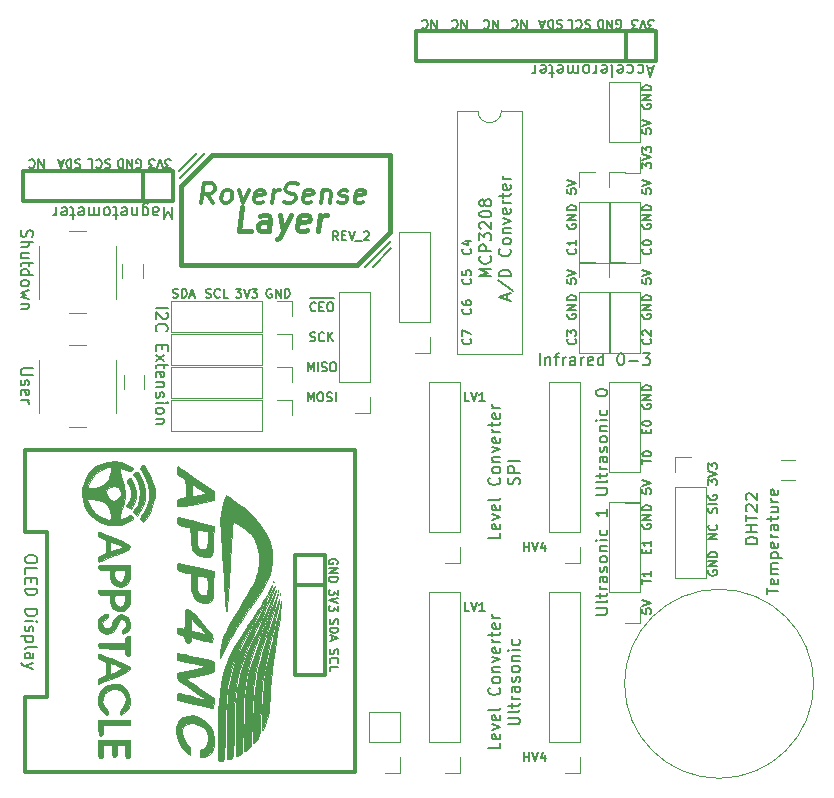
<source format=gto>
G04 #@! TF.FileFunction,Legend,Top*
%FSLAX46Y46*%
G04 Gerber Fmt 4.6, Leading zero omitted, Abs format (unit mm)*
G04 Created by KiCad (PCBNEW 4.0.5) date 10/16/17 15:34:46*
%MOMM*%
%LPD*%
G01*
G04 APERTURE LIST*
%ADD10C,0.100000*%
%ADD11C,0.200000*%
%ADD12C,0.400000*%
%ADD13C,0.187500*%
%ADD14C,0.150000*%
%ADD15C,0.350000*%
%ADD16C,0.010000*%
%ADD17C,0.120000*%
%ADD18C,0.300000*%
%ADD19C,0.304800*%
G04 APERTURE END LIST*
D10*
D11*
X112268000Y-82804000D02*
X112776000Y-82804000D01*
X112141000Y-74866500D02*
X113665000Y-73342500D01*
X128524000Y-82931000D02*
X130111500Y-81343500D01*
X112204500Y-75438000D02*
X114300000Y-73342500D01*
X127889000Y-82931000D02*
X130048000Y-80772000D01*
D12*
X112331500Y-82804000D02*
X112776000Y-82804000D01*
X112331500Y-76073000D02*
X112331500Y-82804000D01*
X127190500Y-82804000D02*
X112776000Y-82804000D01*
X129984500Y-80010000D02*
X127190500Y-82804000D01*
X129984500Y-73469500D02*
X129984500Y-80010000D01*
X114935000Y-73469500D02*
X129984500Y-73469500D01*
X112331500Y-76073000D02*
X114935000Y-73469500D01*
X118203595Y-79898762D02*
X117251214Y-79898762D01*
X117501214Y-77898762D01*
X119727405Y-79898762D02*
X119858357Y-78851143D01*
X119786929Y-78660667D01*
X119608357Y-78565429D01*
X119227405Y-78565429D01*
X119025024Y-78660667D01*
X119739310Y-79803524D02*
X119536929Y-79898762D01*
X119060739Y-79898762D01*
X118882167Y-79803524D01*
X118810738Y-79613048D01*
X118834548Y-79422571D01*
X118953595Y-79232095D01*
X119155977Y-79136857D01*
X119632167Y-79136857D01*
X119834548Y-79041619D01*
X120655976Y-78565429D02*
X120965501Y-79898762D01*
X121608357Y-78565429D02*
X120965501Y-79898762D01*
X120715501Y-80374952D01*
X120608357Y-80470190D01*
X120405976Y-80565429D01*
X122977406Y-79803524D02*
X122775025Y-79898762D01*
X122394073Y-79898762D01*
X122215501Y-79803524D01*
X122144072Y-79613048D01*
X122239310Y-78851143D01*
X122358358Y-78660667D01*
X122560739Y-78565429D01*
X122941691Y-78565429D01*
X123120263Y-78660667D01*
X123191691Y-78851143D01*
X123167882Y-79041619D01*
X122191691Y-79232095D01*
X123917882Y-79898762D02*
X124084548Y-78565429D01*
X124036929Y-78946381D02*
X124155978Y-78755905D01*
X124263121Y-78660667D01*
X124465501Y-78565429D01*
X124655977Y-78565429D01*
D13*
X133939286Y-62017714D02*
X133939286Y-62767714D01*
X133510714Y-62017714D01*
X133510714Y-62767714D01*
X132725000Y-62089143D02*
X132760714Y-62053429D01*
X132867857Y-62017714D01*
X132939286Y-62017714D01*
X133046429Y-62053429D01*
X133117857Y-62124857D01*
X133153572Y-62196286D01*
X133189286Y-62339143D01*
X133189286Y-62446286D01*
X133153572Y-62589143D01*
X133117857Y-62660571D01*
X133046429Y-62732000D01*
X132939286Y-62767714D01*
X132867857Y-62767714D01*
X132760714Y-62732000D01*
X132725000Y-62696286D01*
X136479286Y-62017714D02*
X136479286Y-62767714D01*
X136050714Y-62017714D01*
X136050714Y-62767714D01*
X135265000Y-62089143D02*
X135300714Y-62053429D01*
X135407857Y-62017714D01*
X135479286Y-62017714D01*
X135586429Y-62053429D01*
X135657857Y-62124857D01*
X135693572Y-62196286D01*
X135729286Y-62339143D01*
X135729286Y-62446286D01*
X135693572Y-62589143D01*
X135657857Y-62660571D01*
X135586429Y-62732000D01*
X135479286Y-62767714D01*
X135407857Y-62767714D01*
X135300714Y-62732000D01*
X135265000Y-62696286D01*
X139146286Y-62017714D02*
X139146286Y-62767714D01*
X138717714Y-62017714D01*
X138717714Y-62767714D01*
X137932000Y-62089143D02*
X137967714Y-62053429D01*
X138074857Y-62017714D01*
X138146286Y-62017714D01*
X138253429Y-62053429D01*
X138324857Y-62124857D01*
X138360572Y-62196286D01*
X138396286Y-62339143D01*
X138396286Y-62446286D01*
X138360572Y-62589143D01*
X138324857Y-62660571D01*
X138253429Y-62732000D01*
X138146286Y-62767714D01*
X138074857Y-62767714D01*
X137967714Y-62732000D01*
X137932000Y-62696286D01*
X141559286Y-62017714D02*
X141559286Y-62767714D01*
X141130714Y-62017714D01*
X141130714Y-62767714D01*
X140345000Y-62089143D02*
X140380714Y-62053429D01*
X140487857Y-62017714D01*
X140559286Y-62017714D01*
X140666429Y-62053429D01*
X140737857Y-62124857D01*
X140773572Y-62196286D01*
X140809286Y-62339143D01*
X140809286Y-62446286D01*
X140773572Y-62589143D01*
X140737857Y-62660571D01*
X140666429Y-62732000D01*
X140559286Y-62767714D01*
X140487857Y-62767714D01*
X140380714Y-62732000D01*
X140345000Y-62696286D01*
X100665286Y-73828714D02*
X100665286Y-74578714D01*
X100236714Y-73828714D01*
X100236714Y-74578714D01*
X99451000Y-73900143D02*
X99486714Y-73864429D01*
X99593857Y-73828714D01*
X99665286Y-73828714D01*
X99772429Y-73864429D01*
X99843857Y-73935857D01*
X99879572Y-74007286D01*
X99915286Y-74150143D01*
X99915286Y-74257286D01*
X99879572Y-74400143D01*
X99843857Y-74471571D01*
X99772429Y-74543000D01*
X99665286Y-74578714D01*
X99593857Y-74578714D01*
X99486714Y-74543000D01*
X99451000Y-74507286D01*
X106302857Y-73864429D02*
X106195714Y-73828714D01*
X106017143Y-73828714D01*
X105945714Y-73864429D01*
X105910000Y-73900143D01*
X105874285Y-73971571D01*
X105874285Y-74043000D01*
X105910000Y-74114429D01*
X105945714Y-74150143D01*
X106017143Y-74185857D01*
X106160000Y-74221571D01*
X106231428Y-74257286D01*
X106267143Y-74293000D01*
X106302857Y-74364429D01*
X106302857Y-74435857D01*
X106267143Y-74507286D01*
X106231428Y-74543000D01*
X106160000Y-74578714D01*
X105981428Y-74578714D01*
X105874285Y-74543000D01*
X105124285Y-73900143D02*
X105159999Y-73864429D01*
X105267142Y-73828714D01*
X105338571Y-73828714D01*
X105445714Y-73864429D01*
X105517142Y-73935857D01*
X105552857Y-74007286D01*
X105588571Y-74150143D01*
X105588571Y-74257286D01*
X105552857Y-74400143D01*
X105517142Y-74471571D01*
X105445714Y-74543000D01*
X105338571Y-74578714D01*
X105267142Y-74578714D01*
X105159999Y-74543000D01*
X105124285Y-74507286D01*
X104445714Y-73828714D02*
X104802857Y-73828714D01*
X104802857Y-74578714D01*
X103780714Y-73864429D02*
X103673571Y-73828714D01*
X103495000Y-73828714D01*
X103423571Y-73864429D01*
X103387857Y-73900143D01*
X103352142Y-73971571D01*
X103352142Y-74043000D01*
X103387857Y-74114429D01*
X103423571Y-74150143D01*
X103495000Y-74185857D01*
X103637857Y-74221571D01*
X103709285Y-74257286D01*
X103745000Y-74293000D01*
X103780714Y-74364429D01*
X103780714Y-74435857D01*
X103745000Y-74507286D01*
X103709285Y-74543000D01*
X103637857Y-74578714D01*
X103459285Y-74578714D01*
X103352142Y-74543000D01*
X103030714Y-73828714D02*
X103030714Y-74578714D01*
X102852142Y-74578714D01*
X102744999Y-74543000D01*
X102673571Y-74471571D01*
X102637856Y-74400143D01*
X102602142Y-74257286D01*
X102602142Y-74150143D01*
X102637856Y-74007286D01*
X102673571Y-73935857D01*
X102744999Y-73864429D01*
X102852142Y-73828714D01*
X103030714Y-73828714D01*
X102316428Y-74043000D02*
X101959285Y-74043000D01*
X102387856Y-73828714D02*
X102137856Y-74578714D01*
X101887856Y-73828714D01*
X111418571Y-74578714D02*
X110954285Y-74578714D01*
X111204285Y-74293000D01*
X111097143Y-74293000D01*
X111025714Y-74257286D01*
X110990000Y-74221571D01*
X110954285Y-74150143D01*
X110954285Y-73971571D01*
X110990000Y-73900143D01*
X111025714Y-73864429D01*
X111097143Y-73828714D01*
X111311428Y-73828714D01*
X111382857Y-73864429D01*
X111418571Y-73900143D01*
X110739999Y-74578714D02*
X110489999Y-73828714D01*
X110239999Y-74578714D01*
X110061428Y-74578714D02*
X109597142Y-74578714D01*
X109847142Y-74293000D01*
X109740000Y-74293000D01*
X109668571Y-74257286D01*
X109632857Y-74221571D01*
X109597142Y-74150143D01*
X109597142Y-73971571D01*
X109632857Y-73900143D01*
X109668571Y-73864429D01*
X109740000Y-73828714D01*
X109954285Y-73828714D01*
X110025714Y-73864429D01*
X110061428Y-73900143D01*
X108521428Y-74543000D02*
X108592857Y-74578714D01*
X108700000Y-74578714D01*
X108807143Y-74543000D01*
X108878571Y-74471571D01*
X108914286Y-74400143D01*
X108950000Y-74257286D01*
X108950000Y-74150143D01*
X108914286Y-74007286D01*
X108878571Y-73935857D01*
X108807143Y-73864429D01*
X108700000Y-73828714D01*
X108628571Y-73828714D01*
X108521428Y-73864429D01*
X108485714Y-73900143D01*
X108485714Y-74150143D01*
X108628571Y-74150143D01*
X108164286Y-73828714D02*
X108164286Y-74578714D01*
X107735714Y-73828714D01*
X107735714Y-74578714D01*
X107378572Y-73828714D02*
X107378572Y-74578714D01*
X107200000Y-74578714D01*
X107092857Y-74543000D01*
X107021429Y-74471571D01*
X106985714Y-74400143D01*
X106950000Y-74257286D01*
X106950000Y-74150143D01*
X106985714Y-74007286D01*
X107021429Y-73935857D01*
X107092857Y-73864429D01*
X107200000Y-73828714D01*
X107378572Y-73828714D01*
X114423143Y-85520571D02*
X114530286Y-85556286D01*
X114708857Y-85556286D01*
X114780286Y-85520571D01*
X114816000Y-85484857D01*
X114851715Y-85413429D01*
X114851715Y-85342000D01*
X114816000Y-85270571D01*
X114780286Y-85234857D01*
X114708857Y-85199143D01*
X114566000Y-85163429D01*
X114494572Y-85127714D01*
X114458857Y-85092000D01*
X114423143Y-85020571D01*
X114423143Y-84949143D01*
X114458857Y-84877714D01*
X114494572Y-84842000D01*
X114566000Y-84806286D01*
X114744572Y-84806286D01*
X114851715Y-84842000D01*
X115601715Y-85484857D02*
X115566001Y-85520571D01*
X115458858Y-85556286D01*
X115387429Y-85556286D01*
X115280286Y-85520571D01*
X115208858Y-85449143D01*
X115173143Y-85377714D01*
X115137429Y-85234857D01*
X115137429Y-85127714D01*
X115173143Y-84984857D01*
X115208858Y-84913429D01*
X115280286Y-84842000D01*
X115387429Y-84806286D01*
X115458858Y-84806286D01*
X115566001Y-84842000D01*
X115601715Y-84877714D01*
X116280286Y-85556286D02*
X115923143Y-85556286D01*
X115923143Y-84806286D01*
X111611286Y-85520571D02*
X111718429Y-85556286D01*
X111897000Y-85556286D01*
X111968429Y-85520571D01*
X112004143Y-85484857D01*
X112039858Y-85413429D01*
X112039858Y-85342000D01*
X112004143Y-85270571D01*
X111968429Y-85234857D01*
X111897000Y-85199143D01*
X111754143Y-85163429D01*
X111682715Y-85127714D01*
X111647000Y-85092000D01*
X111611286Y-85020571D01*
X111611286Y-84949143D01*
X111647000Y-84877714D01*
X111682715Y-84842000D01*
X111754143Y-84806286D01*
X111932715Y-84806286D01*
X112039858Y-84842000D01*
X112361286Y-85556286D02*
X112361286Y-84806286D01*
X112539858Y-84806286D01*
X112647001Y-84842000D01*
X112718429Y-84913429D01*
X112754144Y-84984857D01*
X112789858Y-85127714D01*
X112789858Y-85234857D01*
X112754144Y-85377714D01*
X112718429Y-85449143D01*
X112647001Y-85520571D01*
X112539858Y-85556286D01*
X112361286Y-85556286D01*
X113075572Y-85342000D02*
X113432715Y-85342000D01*
X113004144Y-85556286D02*
X113254144Y-84806286D01*
X113504144Y-85556286D01*
X116927429Y-84806286D02*
X117391715Y-84806286D01*
X117141715Y-85092000D01*
X117248857Y-85092000D01*
X117320286Y-85127714D01*
X117356000Y-85163429D01*
X117391715Y-85234857D01*
X117391715Y-85413429D01*
X117356000Y-85484857D01*
X117320286Y-85520571D01*
X117248857Y-85556286D01*
X117034572Y-85556286D01*
X116963143Y-85520571D01*
X116927429Y-85484857D01*
X117606001Y-84806286D02*
X117856001Y-85556286D01*
X118106001Y-84806286D01*
X118284572Y-84806286D02*
X118748858Y-84806286D01*
X118498858Y-85092000D01*
X118606000Y-85092000D01*
X118677429Y-85127714D01*
X118713143Y-85163429D01*
X118748858Y-85234857D01*
X118748858Y-85413429D01*
X118713143Y-85484857D01*
X118677429Y-85520571D01*
X118606000Y-85556286D01*
X118391715Y-85556286D01*
X118320286Y-85520571D01*
X118284572Y-85484857D01*
X119951572Y-84842000D02*
X119880143Y-84806286D01*
X119773000Y-84806286D01*
X119665857Y-84842000D01*
X119594429Y-84913429D01*
X119558714Y-84984857D01*
X119523000Y-85127714D01*
X119523000Y-85234857D01*
X119558714Y-85377714D01*
X119594429Y-85449143D01*
X119665857Y-85520571D01*
X119773000Y-85556286D01*
X119844429Y-85556286D01*
X119951572Y-85520571D01*
X119987286Y-85484857D01*
X119987286Y-85234857D01*
X119844429Y-85234857D01*
X120308714Y-85556286D02*
X120308714Y-84806286D01*
X120737286Y-85556286D01*
X120737286Y-84806286D01*
X121094428Y-85556286D02*
X121094428Y-84806286D01*
X121273000Y-84806286D01*
X121380143Y-84842000D01*
X121451571Y-84913429D01*
X121487286Y-84984857D01*
X121523000Y-85127714D01*
X121523000Y-85234857D01*
X121487286Y-85377714D01*
X121451571Y-85449143D01*
X121380143Y-85520571D01*
X121273000Y-85556286D01*
X121094428Y-85556286D01*
D14*
X161885381Y-110672001D02*
X161885381Y-110100572D01*
X162885381Y-110386287D02*
X161885381Y-110386287D01*
X162837762Y-109386286D02*
X162885381Y-109481524D01*
X162885381Y-109672001D01*
X162837762Y-109767239D01*
X162742524Y-109814858D01*
X162361571Y-109814858D01*
X162266333Y-109767239D01*
X162218714Y-109672001D01*
X162218714Y-109481524D01*
X162266333Y-109386286D01*
X162361571Y-109338667D01*
X162456810Y-109338667D01*
X162552048Y-109814858D01*
X162885381Y-108910096D02*
X162218714Y-108910096D01*
X162313952Y-108910096D02*
X162266333Y-108862477D01*
X162218714Y-108767239D01*
X162218714Y-108624381D01*
X162266333Y-108529143D01*
X162361571Y-108481524D01*
X162885381Y-108481524D01*
X162361571Y-108481524D02*
X162266333Y-108433905D01*
X162218714Y-108338667D01*
X162218714Y-108195810D01*
X162266333Y-108100572D01*
X162361571Y-108052953D01*
X162885381Y-108052953D01*
X162218714Y-107576763D02*
X163218714Y-107576763D01*
X162266333Y-107576763D02*
X162218714Y-107481525D01*
X162218714Y-107291048D01*
X162266333Y-107195810D01*
X162313952Y-107148191D01*
X162409190Y-107100572D01*
X162694905Y-107100572D01*
X162790143Y-107148191D01*
X162837762Y-107195810D01*
X162885381Y-107291048D01*
X162885381Y-107481525D01*
X162837762Y-107576763D01*
X162837762Y-106291048D02*
X162885381Y-106386286D01*
X162885381Y-106576763D01*
X162837762Y-106672001D01*
X162742524Y-106719620D01*
X162361571Y-106719620D01*
X162266333Y-106672001D01*
X162218714Y-106576763D01*
X162218714Y-106386286D01*
X162266333Y-106291048D01*
X162361571Y-106243429D01*
X162456810Y-106243429D01*
X162552048Y-106719620D01*
X162885381Y-105814858D02*
X162218714Y-105814858D01*
X162409190Y-105814858D02*
X162313952Y-105767239D01*
X162266333Y-105719620D01*
X162218714Y-105624382D01*
X162218714Y-105529143D01*
X162885381Y-104767238D02*
X162361571Y-104767238D01*
X162266333Y-104814857D01*
X162218714Y-104910095D01*
X162218714Y-105100572D01*
X162266333Y-105195810D01*
X162837762Y-104767238D02*
X162885381Y-104862476D01*
X162885381Y-105100572D01*
X162837762Y-105195810D01*
X162742524Y-105243429D01*
X162647286Y-105243429D01*
X162552048Y-105195810D01*
X162504429Y-105100572D01*
X162504429Y-104862476D01*
X162456810Y-104767238D01*
X162218714Y-104433905D02*
X162218714Y-104052953D01*
X161885381Y-104291048D02*
X162742524Y-104291048D01*
X162837762Y-104243429D01*
X162885381Y-104148191D01*
X162885381Y-104052953D01*
X162218714Y-103291047D02*
X162885381Y-103291047D01*
X162218714Y-103719619D02*
X162742524Y-103719619D01*
X162837762Y-103672000D01*
X162885381Y-103576762D01*
X162885381Y-103433904D01*
X162837762Y-103338666D01*
X162790143Y-103291047D01*
X162885381Y-102814857D02*
X162218714Y-102814857D01*
X162409190Y-102814857D02*
X162313952Y-102767238D01*
X162266333Y-102719619D01*
X162218714Y-102624381D01*
X162218714Y-102529142D01*
X162837762Y-101814856D02*
X162885381Y-101910094D01*
X162885381Y-102100571D01*
X162837762Y-102195809D01*
X162742524Y-102243428D01*
X162361571Y-102243428D01*
X162266333Y-102195809D01*
X162218714Y-102100571D01*
X162218714Y-101910094D01*
X162266333Y-101814856D01*
X162361571Y-101767237D01*
X162456810Y-101767237D01*
X162552048Y-102243428D01*
D13*
X124918429Y-112754286D02*
X124882714Y-112861429D01*
X124882714Y-113040000D01*
X124918429Y-113111429D01*
X124954143Y-113147143D01*
X125025571Y-113182858D01*
X125097000Y-113182858D01*
X125168429Y-113147143D01*
X125204143Y-113111429D01*
X125239857Y-113040000D01*
X125275571Y-112897143D01*
X125311286Y-112825715D01*
X125347000Y-112790000D01*
X125418429Y-112754286D01*
X125489857Y-112754286D01*
X125561286Y-112790000D01*
X125597000Y-112825715D01*
X125632714Y-112897143D01*
X125632714Y-113075715D01*
X125597000Y-113182858D01*
X124882714Y-113504286D02*
X125632714Y-113504286D01*
X125632714Y-113682858D01*
X125597000Y-113790001D01*
X125525571Y-113861429D01*
X125454143Y-113897144D01*
X125311286Y-113932858D01*
X125204143Y-113932858D01*
X125061286Y-113897144D01*
X124989857Y-113861429D01*
X124918429Y-113790001D01*
X124882714Y-113682858D01*
X124882714Y-113504286D01*
X125097000Y-114218572D02*
X125097000Y-114575715D01*
X124882714Y-114147144D02*
X125632714Y-114397144D01*
X124882714Y-114647144D01*
X124918429Y-115312143D02*
X124882714Y-115419286D01*
X124882714Y-115597857D01*
X124918429Y-115669286D01*
X124954143Y-115705000D01*
X125025571Y-115740715D01*
X125097000Y-115740715D01*
X125168429Y-115705000D01*
X125204143Y-115669286D01*
X125239857Y-115597857D01*
X125275571Y-115455000D01*
X125311286Y-115383572D01*
X125347000Y-115347857D01*
X125418429Y-115312143D01*
X125489857Y-115312143D01*
X125561286Y-115347857D01*
X125597000Y-115383572D01*
X125632714Y-115455000D01*
X125632714Y-115633572D01*
X125597000Y-115740715D01*
X124954143Y-116490715D02*
X124918429Y-116455001D01*
X124882714Y-116347858D01*
X124882714Y-116276429D01*
X124918429Y-116169286D01*
X124989857Y-116097858D01*
X125061286Y-116062143D01*
X125204143Y-116026429D01*
X125311286Y-116026429D01*
X125454143Y-116062143D01*
X125525571Y-116097858D01*
X125597000Y-116169286D01*
X125632714Y-116276429D01*
X125632714Y-116347858D01*
X125597000Y-116455001D01*
X125561286Y-116490715D01*
X124882714Y-117169286D02*
X124882714Y-116812143D01*
X125632714Y-116812143D01*
X125569214Y-110259929D02*
X125569214Y-110724215D01*
X125283500Y-110474215D01*
X125283500Y-110581357D01*
X125247786Y-110652786D01*
X125212071Y-110688500D01*
X125140643Y-110724215D01*
X124962071Y-110724215D01*
X124890643Y-110688500D01*
X124854929Y-110652786D01*
X124819214Y-110581357D01*
X124819214Y-110367072D01*
X124854929Y-110295643D01*
X124890643Y-110259929D01*
X125569214Y-110938501D02*
X124819214Y-111188501D01*
X125569214Y-111438501D01*
X125569214Y-111617072D02*
X125569214Y-112081358D01*
X125283500Y-111831358D01*
X125283500Y-111938500D01*
X125247786Y-112009929D01*
X125212071Y-112045643D01*
X125140643Y-112081358D01*
X124962071Y-112081358D01*
X124890643Y-112045643D01*
X124854929Y-112009929D01*
X124819214Y-111938500D01*
X124819214Y-111724215D01*
X124854929Y-111652786D01*
X124890643Y-111617072D01*
X125533500Y-108077072D02*
X125569214Y-108005643D01*
X125569214Y-107898500D01*
X125533500Y-107791357D01*
X125462071Y-107719929D01*
X125390643Y-107684214D01*
X125247786Y-107648500D01*
X125140643Y-107648500D01*
X124997786Y-107684214D01*
X124926357Y-107719929D01*
X124854929Y-107791357D01*
X124819214Y-107898500D01*
X124819214Y-107969929D01*
X124854929Y-108077072D01*
X124890643Y-108112786D01*
X125140643Y-108112786D01*
X125140643Y-107969929D01*
X124819214Y-108434214D02*
X125569214Y-108434214D01*
X124819214Y-108862786D01*
X125569214Y-108862786D01*
X124819214Y-109219928D02*
X125569214Y-109219928D01*
X125569214Y-109398500D01*
X125533500Y-109505643D01*
X125462071Y-109577071D01*
X125390643Y-109612786D01*
X125247786Y-109648500D01*
X125140643Y-109648500D01*
X124997786Y-109612786D01*
X124926357Y-109577071D01*
X124854929Y-109505643D01*
X124819214Y-109398500D01*
X124819214Y-109219928D01*
X125533500Y-108077072D02*
X125569214Y-108005643D01*
X125569214Y-107898500D01*
X125533500Y-107791357D01*
X125462071Y-107719929D01*
X125390643Y-107684214D01*
X125247786Y-107648500D01*
X125140643Y-107648500D01*
X124997786Y-107684214D01*
X124926357Y-107719929D01*
X124854929Y-107791357D01*
X124819214Y-107898500D01*
X124819214Y-107969929D01*
X124854929Y-108077072D01*
X124890643Y-108112786D01*
X125140643Y-108112786D01*
X125140643Y-107969929D01*
X124819214Y-108434214D02*
X125569214Y-108434214D01*
X124819214Y-108862786D01*
X125569214Y-108862786D01*
X124819214Y-109219928D02*
X125569214Y-109219928D01*
X125569214Y-109398500D01*
X125533500Y-109505643D01*
X125462071Y-109577071D01*
X125390643Y-109612786D01*
X125247786Y-109648500D01*
X125140643Y-109648500D01*
X124997786Y-109612786D01*
X124926357Y-109577071D01*
X124854929Y-109505643D01*
X124819214Y-109398500D01*
X124819214Y-109219928D01*
X125569214Y-110259929D02*
X125569214Y-110724215D01*
X125283500Y-110474215D01*
X125283500Y-110581357D01*
X125247786Y-110652786D01*
X125212071Y-110688500D01*
X125140643Y-110724215D01*
X124962071Y-110724215D01*
X124890643Y-110688500D01*
X124854929Y-110652786D01*
X124819214Y-110581357D01*
X124819214Y-110367072D01*
X124854929Y-110295643D01*
X124890643Y-110259929D01*
X125569214Y-110938501D02*
X124819214Y-111188501D01*
X125569214Y-111438501D01*
X125569214Y-111617072D02*
X125569214Y-112081358D01*
X125283500Y-111831358D01*
X125283500Y-111938500D01*
X125247786Y-112009929D01*
X125212071Y-112045643D01*
X125140643Y-112081358D01*
X124962071Y-112081358D01*
X124890643Y-112045643D01*
X124854929Y-112009929D01*
X124819214Y-111938500D01*
X124819214Y-111724215D01*
X124854929Y-111652786D01*
X124890643Y-111617072D01*
X124918429Y-115312143D02*
X124882714Y-115419286D01*
X124882714Y-115597857D01*
X124918429Y-115669286D01*
X124954143Y-115705000D01*
X125025571Y-115740715D01*
X125097000Y-115740715D01*
X125168429Y-115705000D01*
X125204143Y-115669286D01*
X125239857Y-115597857D01*
X125275571Y-115455000D01*
X125311286Y-115383572D01*
X125347000Y-115347857D01*
X125418429Y-115312143D01*
X125489857Y-115312143D01*
X125561286Y-115347857D01*
X125597000Y-115383572D01*
X125632714Y-115455000D01*
X125632714Y-115633572D01*
X125597000Y-115740715D01*
X124954143Y-116490715D02*
X124918429Y-116455001D01*
X124882714Y-116347858D01*
X124882714Y-116276429D01*
X124918429Y-116169286D01*
X124989857Y-116097858D01*
X125061286Y-116062143D01*
X125204143Y-116026429D01*
X125311286Y-116026429D01*
X125454143Y-116062143D01*
X125525571Y-116097858D01*
X125597000Y-116169286D01*
X125632714Y-116276429D01*
X125632714Y-116347858D01*
X125597000Y-116455001D01*
X125561286Y-116490715D01*
X124882714Y-117169286D02*
X124882714Y-116812143D01*
X125632714Y-116812143D01*
X124918429Y-112754286D02*
X124882714Y-112861429D01*
X124882714Y-113040000D01*
X124918429Y-113111429D01*
X124954143Y-113147143D01*
X125025571Y-113182858D01*
X125097000Y-113182858D01*
X125168429Y-113147143D01*
X125204143Y-113111429D01*
X125239857Y-113040000D01*
X125275571Y-112897143D01*
X125311286Y-112825715D01*
X125347000Y-112790000D01*
X125418429Y-112754286D01*
X125489857Y-112754286D01*
X125561286Y-112790000D01*
X125597000Y-112825715D01*
X125632714Y-112897143D01*
X125632714Y-113075715D01*
X125597000Y-113182858D01*
X124882714Y-113504286D02*
X125632714Y-113504286D01*
X125632714Y-113682858D01*
X125597000Y-113790001D01*
X125525571Y-113861429D01*
X125454143Y-113897144D01*
X125311286Y-113932858D01*
X125204143Y-113932858D01*
X125061286Y-113897144D01*
X124989857Y-113861429D01*
X124918429Y-113790001D01*
X124882714Y-113682858D01*
X124882714Y-113504286D01*
X125097000Y-114218572D02*
X125097000Y-114575715D01*
X124882714Y-114147144D02*
X125632714Y-114397144D01*
X124882714Y-114647144D01*
X124918429Y-112754286D02*
X124882714Y-112861429D01*
X124882714Y-113040000D01*
X124918429Y-113111429D01*
X124954143Y-113147143D01*
X125025571Y-113182858D01*
X125097000Y-113182858D01*
X125168429Y-113147143D01*
X125204143Y-113111429D01*
X125239857Y-113040000D01*
X125275571Y-112897143D01*
X125311286Y-112825715D01*
X125347000Y-112790000D01*
X125418429Y-112754286D01*
X125489857Y-112754286D01*
X125561286Y-112790000D01*
X125597000Y-112825715D01*
X125632714Y-112897143D01*
X125632714Y-113075715D01*
X125597000Y-113182858D01*
X124882714Y-113504286D02*
X125632714Y-113504286D01*
X125632714Y-113682858D01*
X125597000Y-113790001D01*
X125525571Y-113861429D01*
X125454143Y-113897144D01*
X125311286Y-113932858D01*
X125204143Y-113932858D01*
X125061286Y-113897144D01*
X124989857Y-113861429D01*
X124918429Y-113790001D01*
X124882714Y-113682858D01*
X124882714Y-113504286D01*
X125097000Y-114218572D02*
X125097000Y-114575715D01*
X124882714Y-114147144D02*
X125632714Y-114397144D01*
X124882714Y-114647144D01*
X124918429Y-115312143D02*
X124882714Y-115419286D01*
X124882714Y-115597857D01*
X124918429Y-115669286D01*
X124954143Y-115705000D01*
X125025571Y-115740715D01*
X125097000Y-115740715D01*
X125168429Y-115705000D01*
X125204143Y-115669286D01*
X125239857Y-115597857D01*
X125275571Y-115455000D01*
X125311286Y-115383572D01*
X125347000Y-115347857D01*
X125418429Y-115312143D01*
X125489857Y-115312143D01*
X125561286Y-115347857D01*
X125597000Y-115383572D01*
X125632714Y-115455000D01*
X125632714Y-115633572D01*
X125597000Y-115740715D01*
X124954143Y-116490715D02*
X124918429Y-116455001D01*
X124882714Y-116347858D01*
X124882714Y-116276429D01*
X124918429Y-116169286D01*
X124989857Y-116097858D01*
X125061286Y-116062143D01*
X125204143Y-116026429D01*
X125311286Y-116026429D01*
X125454143Y-116062143D01*
X125525571Y-116097858D01*
X125597000Y-116169286D01*
X125632714Y-116276429D01*
X125632714Y-116347858D01*
X125597000Y-116455001D01*
X125561286Y-116490715D01*
X124882714Y-117169286D02*
X124882714Y-116812143D01*
X125632714Y-116812143D01*
X125569214Y-110259929D02*
X125569214Y-110724215D01*
X125283500Y-110474215D01*
X125283500Y-110581357D01*
X125247786Y-110652786D01*
X125212071Y-110688500D01*
X125140643Y-110724215D01*
X124962071Y-110724215D01*
X124890643Y-110688500D01*
X124854929Y-110652786D01*
X124819214Y-110581357D01*
X124819214Y-110367072D01*
X124854929Y-110295643D01*
X124890643Y-110259929D01*
X125569214Y-110938501D02*
X124819214Y-111188501D01*
X125569214Y-111438501D01*
X125569214Y-111617072D02*
X125569214Y-112081358D01*
X125283500Y-111831358D01*
X125283500Y-111938500D01*
X125247786Y-112009929D01*
X125212071Y-112045643D01*
X125140643Y-112081358D01*
X124962071Y-112081358D01*
X124890643Y-112045643D01*
X124854929Y-112009929D01*
X124819214Y-111938500D01*
X124819214Y-111724215D01*
X124854929Y-111652786D01*
X124890643Y-111617072D01*
X125533500Y-108077072D02*
X125569214Y-108005643D01*
X125569214Y-107898500D01*
X125533500Y-107791357D01*
X125462071Y-107719929D01*
X125390643Y-107684214D01*
X125247786Y-107648500D01*
X125140643Y-107648500D01*
X124997786Y-107684214D01*
X124926357Y-107719929D01*
X124854929Y-107791357D01*
X124819214Y-107898500D01*
X124819214Y-107969929D01*
X124854929Y-108077072D01*
X124890643Y-108112786D01*
X125140643Y-108112786D01*
X125140643Y-107969929D01*
X124819214Y-108434214D02*
X125569214Y-108434214D01*
X124819214Y-108862786D01*
X125569214Y-108862786D01*
X124819214Y-109219928D02*
X125569214Y-109219928D01*
X125569214Y-109398500D01*
X125533500Y-109505643D01*
X125462071Y-109577071D01*
X125390643Y-109612786D01*
X125247786Y-109648500D01*
X125140643Y-109648500D01*
X124997786Y-109612786D01*
X124926357Y-109577071D01*
X124854929Y-109505643D01*
X124819214Y-109398500D01*
X124819214Y-109219928D01*
X125533500Y-108077072D02*
X125569214Y-108005643D01*
X125569214Y-107898500D01*
X125533500Y-107791357D01*
X125462071Y-107719929D01*
X125390643Y-107684214D01*
X125247786Y-107648500D01*
X125140643Y-107648500D01*
X124997786Y-107684214D01*
X124926357Y-107719929D01*
X124854929Y-107791357D01*
X124819214Y-107898500D01*
X124819214Y-107969929D01*
X124854929Y-108077072D01*
X124890643Y-108112786D01*
X125140643Y-108112786D01*
X125140643Y-107969929D01*
X124819214Y-108434214D02*
X125569214Y-108434214D01*
X124819214Y-108862786D01*
X125569214Y-108862786D01*
X124819214Y-109219928D02*
X125569214Y-109219928D01*
X125569214Y-109398500D01*
X125533500Y-109505643D01*
X125462071Y-109577071D01*
X125390643Y-109612786D01*
X125247786Y-109648500D01*
X125140643Y-109648500D01*
X124997786Y-109612786D01*
X124926357Y-109577071D01*
X124854929Y-109505643D01*
X124819214Y-109398500D01*
X124819214Y-109219928D01*
X125569214Y-110259929D02*
X125569214Y-110724215D01*
X125283500Y-110474215D01*
X125283500Y-110581357D01*
X125247786Y-110652786D01*
X125212071Y-110688500D01*
X125140643Y-110724215D01*
X124962071Y-110724215D01*
X124890643Y-110688500D01*
X124854929Y-110652786D01*
X124819214Y-110581357D01*
X124819214Y-110367072D01*
X124854929Y-110295643D01*
X124890643Y-110259929D01*
X125569214Y-110938501D02*
X124819214Y-111188501D01*
X125569214Y-111438501D01*
X125569214Y-111617072D02*
X125569214Y-112081358D01*
X125283500Y-111831358D01*
X125283500Y-111938500D01*
X125247786Y-112009929D01*
X125212071Y-112045643D01*
X125140643Y-112081358D01*
X124962071Y-112081358D01*
X124890643Y-112045643D01*
X124854929Y-112009929D01*
X124819214Y-111938500D01*
X124819214Y-111724215D01*
X124854929Y-111652786D01*
X124890643Y-111617072D01*
X124918429Y-115312143D02*
X124882714Y-115419286D01*
X124882714Y-115597857D01*
X124918429Y-115669286D01*
X124954143Y-115705000D01*
X125025571Y-115740715D01*
X125097000Y-115740715D01*
X125168429Y-115705000D01*
X125204143Y-115669286D01*
X125239857Y-115597857D01*
X125275571Y-115455000D01*
X125311286Y-115383572D01*
X125347000Y-115347857D01*
X125418429Y-115312143D01*
X125489857Y-115312143D01*
X125561286Y-115347857D01*
X125597000Y-115383572D01*
X125632714Y-115455000D01*
X125632714Y-115633572D01*
X125597000Y-115740715D01*
X124954143Y-116490715D02*
X124918429Y-116455001D01*
X124882714Y-116347858D01*
X124882714Y-116276429D01*
X124918429Y-116169286D01*
X124989857Y-116097858D01*
X125061286Y-116062143D01*
X125204143Y-116026429D01*
X125311286Y-116026429D01*
X125454143Y-116062143D01*
X125525571Y-116097858D01*
X125597000Y-116169286D01*
X125632714Y-116276429D01*
X125632714Y-116347858D01*
X125597000Y-116455001D01*
X125561286Y-116490715D01*
X124882714Y-117169286D02*
X124882714Y-116812143D01*
X125632714Y-116812143D01*
X124918429Y-112754286D02*
X124882714Y-112861429D01*
X124882714Y-113040000D01*
X124918429Y-113111429D01*
X124954143Y-113147143D01*
X125025571Y-113182858D01*
X125097000Y-113182858D01*
X125168429Y-113147143D01*
X125204143Y-113111429D01*
X125239857Y-113040000D01*
X125275571Y-112897143D01*
X125311286Y-112825715D01*
X125347000Y-112790000D01*
X125418429Y-112754286D01*
X125489857Y-112754286D01*
X125561286Y-112790000D01*
X125597000Y-112825715D01*
X125632714Y-112897143D01*
X125632714Y-113075715D01*
X125597000Y-113182858D01*
X124882714Y-113504286D02*
X125632714Y-113504286D01*
X125632714Y-113682858D01*
X125597000Y-113790001D01*
X125525571Y-113861429D01*
X125454143Y-113897144D01*
X125311286Y-113932858D01*
X125204143Y-113932858D01*
X125061286Y-113897144D01*
X124989857Y-113861429D01*
X124918429Y-113790001D01*
X124882714Y-113682858D01*
X124882714Y-113504286D01*
X125097000Y-114218572D02*
X125097000Y-114575715D01*
X124882714Y-114147144D02*
X125632714Y-114397144D01*
X124882714Y-114647144D01*
D14*
X100115619Y-107617190D02*
X100115619Y-107807667D01*
X100068000Y-107902905D01*
X99972762Y-107998143D01*
X99782286Y-108045762D01*
X99448952Y-108045762D01*
X99258476Y-107998143D01*
X99163238Y-107902905D01*
X99115619Y-107807667D01*
X99115619Y-107617190D01*
X99163238Y-107521952D01*
X99258476Y-107426714D01*
X99448952Y-107379095D01*
X99782286Y-107379095D01*
X99972762Y-107426714D01*
X100068000Y-107521952D01*
X100115619Y-107617190D01*
X99115619Y-108950524D02*
X99115619Y-108474333D01*
X100115619Y-108474333D01*
X99639429Y-109283857D02*
X99639429Y-109617191D01*
X99115619Y-109760048D02*
X99115619Y-109283857D01*
X100115619Y-109283857D01*
X100115619Y-109760048D01*
X99115619Y-110188619D02*
X100115619Y-110188619D01*
X100115619Y-110426714D01*
X100068000Y-110569572D01*
X99972762Y-110664810D01*
X99877524Y-110712429D01*
X99687048Y-110760048D01*
X99544190Y-110760048D01*
X99353714Y-110712429D01*
X99258476Y-110664810D01*
X99163238Y-110569572D01*
X99115619Y-110426714D01*
X99115619Y-110188619D01*
X99115619Y-111950524D02*
X100115619Y-111950524D01*
X100115619Y-112188619D01*
X100068000Y-112331477D01*
X99972762Y-112426715D01*
X99877524Y-112474334D01*
X99687048Y-112521953D01*
X99544190Y-112521953D01*
X99353714Y-112474334D01*
X99258476Y-112426715D01*
X99163238Y-112331477D01*
X99115619Y-112188619D01*
X99115619Y-111950524D01*
X99115619Y-112950524D02*
X99782286Y-112950524D01*
X100115619Y-112950524D02*
X100068000Y-112902905D01*
X100020381Y-112950524D01*
X100068000Y-112998143D01*
X100115619Y-112950524D01*
X100020381Y-112950524D01*
X99163238Y-113379095D02*
X99115619Y-113474333D01*
X99115619Y-113664809D01*
X99163238Y-113760048D01*
X99258476Y-113807667D01*
X99306095Y-113807667D01*
X99401333Y-113760048D01*
X99448952Y-113664809D01*
X99448952Y-113521952D01*
X99496571Y-113426714D01*
X99591810Y-113379095D01*
X99639429Y-113379095D01*
X99734667Y-113426714D01*
X99782286Y-113521952D01*
X99782286Y-113664809D01*
X99734667Y-113760048D01*
X99782286Y-114236238D02*
X98782286Y-114236238D01*
X99734667Y-114236238D02*
X99782286Y-114331476D01*
X99782286Y-114521953D01*
X99734667Y-114617191D01*
X99687048Y-114664810D01*
X99591810Y-114712429D01*
X99306095Y-114712429D01*
X99210857Y-114664810D01*
X99163238Y-114617191D01*
X99115619Y-114521953D01*
X99115619Y-114331476D01*
X99163238Y-114236238D01*
X99115619Y-115283857D02*
X99163238Y-115188619D01*
X99258476Y-115141000D01*
X100115619Y-115141000D01*
X99115619Y-116093382D02*
X99639429Y-116093382D01*
X99734667Y-116045763D01*
X99782286Y-115950525D01*
X99782286Y-115760048D01*
X99734667Y-115664810D01*
X99163238Y-116093382D02*
X99115619Y-115998144D01*
X99115619Y-115760048D01*
X99163238Y-115664810D01*
X99258476Y-115617191D01*
X99353714Y-115617191D01*
X99448952Y-115664810D01*
X99496571Y-115760048D01*
X99496571Y-115998144D01*
X99544190Y-116093382D01*
X99782286Y-116474334D02*
X99115619Y-116712429D01*
X99782286Y-116950525D02*
X99115619Y-116712429D01*
X98877524Y-116617191D01*
X98829905Y-116569572D01*
X98782286Y-116474334D01*
X110164619Y-86384428D02*
X111164619Y-86384428D01*
X111069381Y-86812999D02*
X111117000Y-86860618D01*
X111164619Y-86955856D01*
X111164619Y-87193952D01*
X111117000Y-87289190D01*
X111069381Y-87336809D01*
X110974143Y-87384428D01*
X110878905Y-87384428D01*
X110736048Y-87336809D01*
X110164619Y-86765380D01*
X110164619Y-87384428D01*
X110259857Y-88384428D02*
X110212238Y-88336809D01*
X110164619Y-88193952D01*
X110164619Y-88098714D01*
X110212238Y-87955856D01*
X110307476Y-87860618D01*
X110402714Y-87812999D01*
X110593190Y-87765380D01*
X110736048Y-87765380D01*
X110926524Y-87812999D01*
X111021762Y-87860618D01*
X111117000Y-87955856D01*
X111164619Y-88098714D01*
X111164619Y-88193952D01*
X111117000Y-88336809D01*
X111069381Y-88384428D01*
X110688429Y-89574904D02*
X110688429Y-89908238D01*
X110164619Y-90051095D02*
X110164619Y-89574904D01*
X111164619Y-89574904D01*
X111164619Y-90051095D01*
X110164619Y-90384428D02*
X110831286Y-90908238D01*
X110831286Y-90384428D02*
X110164619Y-90908238D01*
X110831286Y-91146333D02*
X110831286Y-91527285D01*
X111164619Y-91289190D02*
X110307476Y-91289190D01*
X110212238Y-91336809D01*
X110164619Y-91432047D01*
X110164619Y-91527285D01*
X110212238Y-92241572D02*
X110164619Y-92146334D01*
X110164619Y-91955857D01*
X110212238Y-91860619D01*
X110307476Y-91813000D01*
X110688429Y-91813000D01*
X110783667Y-91860619D01*
X110831286Y-91955857D01*
X110831286Y-92146334D01*
X110783667Y-92241572D01*
X110688429Y-92289191D01*
X110593190Y-92289191D01*
X110497952Y-91813000D01*
X110831286Y-92717762D02*
X110164619Y-92717762D01*
X110736048Y-92717762D02*
X110783667Y-92765381D01*
X110831286Y-92860619D01*
X110831286Y-93003477D01*
X110783667Y-93098715D01*
X110688429Y-93146334D01*
X110164619Y-93146334D01*
X110212238Y-93574905D02*
X110164619Y-93670143D01*
X110164619Y-93860619D01*
X110212238Y-93955858D01*
X110307476Y-94003477D01*
X110355095Y-94003477D01*
X110450333Y-93955858D01*
X110497952Y-93860619D01*
X110497952Y-93717762D01*
X110545571Y-93622524D01*
X110640810Y-93574905D01*
X110688429Y-93574905D01*
X110783667Y-93622524D01*
X110831286Y-93717762D01*
X110831286Y-93860619D01*
X110783667Y-93955858D01*
X110164619Y-94432048D02*
X110831286Y-94432048D01*
X111164619Y-94432048D02*
X111117000Y-94384429D01*
X111069381Y-94432048D01*
X111117000Y-94479667D01*
X111164619Y-94432048D01*
X111069381Y-94432048D01*
X110164619Y-95051095D02*
X110212238Y-94955857D01*
X110259857Y-94908238D01*
X110355095Y-94860619D01*
X110640810Y-94860619D01*
X110736048Y-94908238D01*
X110783667Y-94955857D01*
X110831286Y-95051095D01*
X110831286Y-95193953D01*
X110783667Y-95289191D01*
X110736048Y-95336810D01*
X110640810Y-95384429D01*
X110355095Y-95384429D01*
X110259857Y-95336810D01*
X110212238Y-95289191D01*
X110164619Y-95193953D01*
X110164619Y-95051095D01*
X110831286Y-95813000D02*
X110164619Y-95813000D01*
X110736048Y-95813000D02*
X110783667Y-95860619D01*
X110831286Y-95955857D01*
X110831286Y-96098715D01*
X110783667Y-96193953D01*
X110688429Y-96241572D01*
X110164619Y-96241572D01*
X161107381Y-106386048D02*
X160107381Y-106386048D01*
X160107381Y-106147953D01*
X160155000Y-106005095D01*
X160250238Y-105909857D01*
X160345476Y-105862238D01*
X160535952Y-105814619D01*
X160678810Y-105814619D01*
X160869286Y-105862238D01*
X160964524Y-105909857D01*
X161059762Y-106005095D01*
X161107381Y-106147953D01*
X161107381Y-106386048D01*
X161107381Y-105386048D02*
X160107381Y-105386048D01*
X160583571Y-105386048D02*
X160583571Y-104814619D01*
X161107381Y-104814619D02*
X160107381Y-104814619D01*
X160107381Y-104481286D02*
X160107381Y-103909857D01*
X161107381Y-104195572D02*
X160107381Y-104195572D01*
X160202619Y-103624143D02*
X160155000Y-103576524D01*
X160107381Y-103481286D01*
X160107381Y-103243190D01*
X160155000Y-103147952D01*
X160202619Y-103100333D01*
X160297857Y-103052714D01*
X160393095Y-103052714D01*
X160535952Y-103100333D01*
X161107381Y-103671762D01*
X161107381Y-103052714D01*
X160202619Y-102671762D02*
X160155000Y-102624143D01*
X160107381Y-102528905D01*
X160107381Y-102290809D01*
X160155000Y-102195571D01*
X160202619Y-102147952D01*
X160297857Y-102100333D01*
X160393095Y-102100333D01*
X160535952Y-102147952D01*
X161107381Y-102719381D01*
X161107381Y-102100333D01*
D13*
X157692286Y-105999286D02*
X156942286Y-105999286D01*
X157692286Y-105570714D01*
X156942286Y-105570714D01*
X157620857Y-104785000D02*
X157656571Y-104820714D01*
X157692286Y-104927857D01*
X157692286Y-104999286D01*
X157656571Y-105106429D01*
X157585143Y-105177857D01*
X157513714Y-105213572D01*
X157370857Y-105249286D01*
X157263714Y-105249286D01*
X157120857Y-105213572D01*
X157049429Y-105177857D01*
X156978000Y-105106429D01*
X156942286Y-104999286D01*
X156942286Y-104927857D01*
X156978000Y-104820714D01*
X157013714Y-104785000D01*
X157656571Y-103764857D02*
X157692286Y-103657714D01*
X157692286Y-103479143D01*
X157656571Y-103407714D01*
X157620857Y-103372000D01*
X157549429Y-103336285D01*
X157478000Y-103336285D01*
X157406571Y-103372000D01*
X157370857Y-103407714D01*
X157335143Y-103479143D01*
X157299429Y-103622000D01*
X157263714Y-103693428D01*
X157228000Y-103729143D01*
X157156571Y-103764857D01*
X157085143Y-103764857D01*
X157013714Y-103729143D01*
X156978000Y-103693428D01*
X156942286Y-103622000D01*
X156942286Y-103443428D01*
X156978000Y-103336285D01*
X157692286Y-103014857D02*
X156942286Y-103014857D01*
X156978000Y-102264856D02*
X156942286Y-102336285D01*
X156942286Y-102443428D01*
X156978000Y-102550571D01*
X157049429Y-102621999D01*
X157120857Y-102657714D01*
X157263714Y-102693428D01*
X157370857Y-102693428D01*
X157513714Y-102657714D01*
X157585143Y-102621999D01*
X157656571Y-102550571D01*
X157692286Y-102443428D01*
X157692286Y-102371999D01*
X157656571Y-102264856D01*
X157620857Y-102229142D01*
X157370857Y-102229142D01*
X157370857Y-102371999D01*
X156942286Y-101385571D02*
X156942286Y-100921285D01*
X157228000Y-101171285D01*
X157228000Y-101064143D01*
X157263714Y-100992714D01*
X157299429Y-100957000D01*
X157370857Y-100921285D01*
X157549429Y-100921285D01*
X157620857Y-100957000D01*
X157656571Y-100992714D01*
X157692286Y-101064143D01*
X157692286Y-101278428D01*
X157656571Y-101349857D01*
X157620857Y-101385571D01*
X156942286Y-100706999D02*
X157692286Y-100456999D01*
X156942286Y-100206999D01*
X156942286Y-100028428D02*
X156942286Y-99564142D01*
X157228000Y-99814142D01*
X157228000Y-99707000D01*
X157263714Y-99635571D01*
X157299429Y-99599857D01*
X157370857Y-99564142D01*
X157549429Y-99564142D01*
X157620857Y-99599857D01*
X157656571Y-99635571D01*
X157692286Y-99707000D01*
X157692286Y-99921285D01*
X157656571Y-99992714D01*
X157620857Y-100028428D01*
X156978000Y-108648428D02*
X156942286Y-108719857D01*
X156942286Y-108827000D01*
X156978000Y-108934143D01*
X157049429Y-109005571D01*
X157120857Y-109041286D01*
X157263714Y-109077000D01*
X157370857Y-109077000D01*
X157513714Y-109041286D01*
X157585143Y-109005571D01*
X157656571Y-108934143D01*
X157692286Y-108827000D01*
X157692286Y-108755571D01*
X157656571Y-108648428D01*
X157620857Y-108612714D01*
X157370857Y-108612714D01*
X157370857Y-108755571D01*
X157692286Y-108291286D02*
X156942286Y-108291286D01*
X157692286Y-107862714D01*
X156942286Y-107862714D01*
X157692286Y-107505572D02*
X156942286Y-107505572D01*
X156942286Y-107327000D01*
X156978000Y-107219857D01*
X157049429Y-107148429D01*
X157120857Y-107112714D01*
X157263714Y-107077000D01*
X157370857Y-107077000D01*
X157513714Y-107112714D01*
X157585143Y-107148429D01*
X157656571Y-107219857D01*
X157692286Y-107327000D01*
X157692286Y-107505572D01*
X119951572Y-84842000D02*
X119880143Y-84806286D01*
X119773000Y-84806286D01*
X119665857Y-84842000D01*
X119594429Y-84913429D01*
X119558714Y-84984857D01*
X119523000Y-85127714D01*
X119523000Y-85234857D01*
X119558714Y-85377714D01*
X119594429Y-85449143D01*
X119665857Y-85520571D01*
X119773000Y-85556286D01*
X119844429Y-85556286D01*
X119951572Y-85520571D01*
X119987286Y-85484857D01*
X119987286Y-85234857D01*
X119844429Y-85234857D01*
X120308714Y-85556286D02*
X120308714Y-84806286D01*
X120737286Y-85556286D01*
X120737286Y-84806286D01*
X121094428Y-85556286D02*
X121094428Y-84806286D01*
X121273000Y-84806286D01*
X121380143Y-84842000D01*
X121451571Y-84913429D01*
X121487286Y-84984857D01*
X121523000Y-85127714D01*
X121523000Y-85234857D01*
X121487286Y-85377714D01*
X121451571Y-85449143D01*
X121380143Y-85520571D01*
X121273000Y-85556286D01*
X121094428Y-85556286D01*
X116927429Y-84806286D02*
X117391715Y-84806286D01*
X117141715Y-85092000D01*
X117248857Y-85092000D01*
X117320286Y-85127714D01*
X117356000Y-85163429D01*
X117391715Y-85234857D01*
X117391715Y-85413429D01*
X117356000Y-85484857D01*
X117320286Y-85520571D01*
X117248857Y-85556286D01*
X117034572Y-85556286D01*
X116963143Y-85520571D01*
X116927429Y-85484857D01*
X117606001Y-84806286D02*
X117856001Y-85556286D01*
X118106001Y-84806286D01*
X118284572Y-84806286D02*
X118748858Y-84806286D01*
X118498858Y-85092000D01*
X118606000Y-85092000D01*
X118677429Y-85127714D01*
X118713143Y-85163429D01*
X118748858Y-85234857D01*
X118748858Y-85413429D01*
X118713143Y-85484857D01*
X118677429Y-85520571D01*
X118606000Y-85556286D01*
X118391715Y-85556286D01*
X118320286Y-85520571D01*
X118284572Y-85484857D01*
X125611072Y-80666786D02*
X125361072Y-80309643D01*
X125182500Y-80666786D02*
X125182500Y-79916786D01*
X125468215Y-79916786D01*
X125539643Y-79952500D01*
X125575358Y-79988214D01*
X125611072Y-80059643D01*
X125611072Y-80166786D01*
X125575358Y-80238214D01*
X125539643Y-80273929D01*
X125468215Y-80309643D01*
X125182500Y-80309643D01*
X125932500Y-80273929D02*
X126182500Y-80273929D01*
X126289643Y-80666786D02*
X125932500Y-80666786D01*
X125932500Y-79916786D01*
X126289643Y-79916786D01*
X126503929Y-79916786D02*
X126753929Y-80666786D01*
X127003929Y-79916786D01*
X127075357Y-80738214D02*
X127646786Y-80738214D01*
X127789643Y-79988214D02*
X127825357Y-79952500D01*
X127896786Y-79916786D01*
X128075357Y-79916786D01*
X128146786Y-79952500D01*
X128182500Y-79988214D01*
X128218215Y-80059643D01*
X128218215Y-80131071D01*
X128182500Y-80238214D01*
X127753929Y-80666786D01*
X128218215Y-80666786D01*
D15*
X115002321Y-77540548D02*
X114536846Y-76731024D01*
X114030893Y-77540548D02*
X114243393Y-75840548D01*
X114891012Y-75840548D01*
X115042798Y-75921500D01*
X115113631Y-76002452D01*
X115174345Y-76164357D01*
X115143988Y-76407214D01*
X115042798Y-76569119D01*
X114951727Y-76650071D01*
X114779703Y-76731024D01*
X114132084Y-76731024D01*
X115973750Y-77540548D02*
X115821964Y-77459595D01*
X115751131Y-77378643D01*
X115690417Y-77216738D01*
X115751132Y-76731024D01*
X115852322Y-76569119D01*
X115943393Y-76488167D01*
X116115417Y-76407214D01*
X116358274Y-76407214D01*
X116510060Y-76488167D01*
X116580893Y-76569119D01*
X116641608Y-76731024D01*
X116580893Y-77216738D01*
X116479702Y-77378643D01*
X116388631Y-77459595D01*
X116216607Y-77540548D01*
X115973750Y-77540548D01*
X117248750Y-76407214D02*
X117511845Y-77540548D01*
X118058274Y-76407214D01*
X119221964Y-77459595D02*
X119049940Y-77540548D01*
X118726131Y-77540548D01*
X118574345Y-77459595D01*
X118513631Y-77297690D01*
X118594584Y-76650071D01*
X118695774Y-76488167D01*
X118867798Y-76407214D01*
X119191607Y-76407214D01*
X119343393Y-76488167D01*
X119404107Y-76650071D01*
X119383869Y-76811976D01*
X118554107Y-76973881D01*
X120021369Y-77540548D02*
X120163036Y-76407214D01*
X120122560Y-76731024D02*
X120223750Y-76569119D01*
X120314822Y-76488167D01*
X120486845Y-76407214D01*
X120648750Y-76407214D01*
X121002917Y-77459595D02*
X121235655Y-77540548D01*
X121640417Y-77540548D01*
X121812440Y-77459595D01*
X121903512Y-77378643D01*
X122004702Y-77216738D01*
X122024940Y-77054833D01*
X121964226Y-76892929D01*
X121893393Y-76811976D01*
X121741608Y-76731024D01*
X121427917Y-76650071D01*
X121276131Y-76569119D01*
X121205298Y-76488167D01*
X121144584Y-76326262D01*
X121164822Y-76164357D01*
X121266012Y-76002452D01*
X121357083Y-75921500D01*
X121529107Y-75840548D01*
X121933869Y-75840548D01*
X122166607Y-75921500D01*
X123350536Y-77459595D02*
X123178512Y-77540548D01*
X122854703Y-77540548D01*
X122702917Y-77459595D01*
X122642203Y-77297690D01*
X122723156Y-76650071D01*
X122824346Y-76488167D01*
X122996370Y-76407214D01*
X123320179Y-76407214D01*
X123471965Y-76488167D01*
X123532679Y-76650071D01*
X123512441Y-76811976D01*
X122682679Y-76973881D01*
X124291608Y-76407214D02*
X124149941Y-77540548D01*
X124271370Y-76569119D02*
X124362441Y-76488167D01*
X124534465Y-76407214D01*
X124777322Y-76407214D01*
X124929108Y-76488167D01*
X124989822Y-76650071D01*
X124878512Y-77540548D01*
X125617203Y-77459595D02*
X125768988Y-77540548D01*
X126092798Y-77540548D01*
X126264822Y-77459595D01*
X126366012Y-77297690D01*
X126376131Y-77216738D01*
X126315417Y-77054833D01*
X126163631Y-76973881D01*
X125920774Y-76973881D01*
X125768988Y-76892929D01*
X125708275Y-76731024D01*
X125718394Y-76650071D01*
X125819584Y-76488167D01*
X125991608Y-76407214D01*
X126234465Y-76407214D01*
X126386251Y-76488167D01*
X127721964Y-77459595D02*
X127549940Y-77540548D01*
X127226131Y-77540548D01*
X127074345Y-77459595D01*
X127013631Y-77297690D01*
X127094584Y-76650071D01*
X127195774Y-76488167D01*
X127367798Y-76407214D01*
X127691607Y-76407214D01*
X127843393Y-76488167D01*
X127904107Y-76650071D01*
X127883869Y-76811976D01*
X127054107Y-76973881D01*
D13*
X146942857Y-62053429D02*
X146835714Y-62017714D01*
X146657143Y-62017714D01*
X146585714Y-62053429D01*
X146550000Y-62089143D01*
X146514285Y-62160571D01*
X146514285Y-62232000D01*
X146550000Y-62303429D01*
X146585714Y-62339143D01*
X146657143Y-62374857D01*
X146800000Y-62410571D01*
X146871428Y-62446286D01*
X146907143Y-62482000D01*
X146942857Y-62553429D01*
X146942857Y-62624857D01*
X146907143Y-62696286D01*
X146871428Y-62732000D01*
X146800000Y-62767714D01*
X146621428Y-62767714D01*
X146514285Y-62732000D01*
X145764285Y-62089143D02*
X145799999Y-62053429D01*
X145907142Y-62017714D01*
X145978571Y-62017714D01*
X146085714Y-62053429D01*
X146157142Y-62124857D01*
X146192857Y-62196286D01*
X146228571Y-62339143D01*
X146228571Y-62446286D01*
X146192857Y-62589143D01*
X146157142Y-62660571D01*
X146085714Y-62732000D01*
X145978571Y-62767714D01*
X145907142Y-62767714D01*
X145799999Y-62732000D01*
X145764285Y-62696286D01*
X145085714Y-62017714D02*
X145442857Y-62017714D01*
X145442857Y-62767714D01*
X144547714Y-62053429D02*
X144440571Y-62017714D01*
X144262000Y-62017714D01*
X144190571Y-62053429D01*
X144154857Y-62089143D01*
X144119142Y-62160571D01*
X144119142Y-62232000D01*
X144154857Y-62303429D01*
X144190571Y-62339143D01*
X144262000Y-62374857D01*
X144404857Y-62410571D01*
X144476285Y-62446286D01*
X144512000Y-62482000D01*
X144547714Y-62553429D01*
X144547714Y-62624857D01*
X144512000Y-62696286D01*
X144476285Y-62732000D01*
X144404857Y-62767714D01*
X144226285Y-62767714D01*
X144119142Y-62732000D01*
X143797714Y-62017714D02*
X143797714Y-62767714D01*
X143619142Y-62767714D01*
X143511999Y-62732000D01*
X143440571Y-62660571D01*
X143404856Y-62589143D01*
X143369142Y-62446286D01*
X143369142Y-62339143D01*
X143404856Y-62196286D01*
X143440571Y-62124857D01*
X143511999Y-62053429D01*
X143619142Y-62017714D01*
X143797714Y-62017714D01*
X143083428Y-62232000D02*
X142726285Y-62232000D01*
X143154856Y-62017714D02*
X142904856Y-62767714D01*
X142654856Y-62017714D01*
X149161428Y-62732000D02*
X149232857Y-62767714D01*
X149340000Y-62767714D01*
X149447143Y-62732000D01*
X149518571Y-62660571D01*
X149554286Y-62589143D01*
X149590000Y-62446286D01*
X149590000Y-62339143D01*
X149554286Y-62196286D01*
X149518571Y-62124857D01*
X149447143Y-62053429D01*
X149340000Y-62017714D01*
X149268571Y-62017714D01*
X149161428Y-62053429D01*
X149125714Y-62089143D01*
X149125714Y-62339143D01*
X149268571Y-62339143D01*
X148804286Y-62017714D02*
X148804286Y-62767714D01*
X148375714Y-62017714D01*
X148375714Y-62767714D01*
X148018572Y-62017714D02*
X148018572Y-62767714D01*
X147840000Y-62767714D01*
X147732857Y-62732000D01*
X147661429Y-62660571D01*
X147625714Y-62589143D01*
X147590000Y-62446286D01*
X147590000Y-62339143D01*
X147625714Y-62196286D01*
X147661429Y-62124857D01*
X147732857Y-62053429D01*
X147840000Y-62017714D01*
X148018572Y-62017714D01*
X152312571Y-62767714D02*
X151848285Y-62767714D01*
X152098285Y-62482000D01*
X151991143Y-62482000D01*
X151919714Y-62446286D01*
X151884000Y-62410571D01*
X151848285Y-62339143D01*
X151848285Y-62160571D01*
X151884000Y-62089143D01*
X151919714Y-62053429D01*
X151991143Y-62017714D01*
X152205428Y-62017714D01*
X152276857Y-62053429D01*
X152312571Y-62089143D01*
X151633999Y-62767714D02*
X151383999Y-62017714D01*
X151133999Y-62767714D01*
X150955428Y-62767714D02*
X150491142Y-62767714D01*
X150741142Y-62482000D01*
X150634000Y-62482000D01*
X150562571Y-62446286D01*
X150526857Y-62410571D01*
X150491142Y-62339143D01*
X150491142Y-62160571D01*
X150526857Y-62089143D01*
X150562571Y-62053429D01*
X150634000Y-62017714D01*
X150848285Y-62017714D01*
X150919714Y-62053429D01*
X150955428Y-62089143D01*
D14*
X152288239Y-66127333D02*
X151812048Y-66127333D01*
X152383477Y-65841619D02*
X152050144Y-66841619D01*
X151716810Y-65841619D01*
X150954905Y-65889238D02*
X151050143Y-65841619D01*
X151240620Y-65841619D01*
X151335858Y-65889238D01*
X151383477Y-65936857D01*
X151431096Y-66032095D01*
X151431096Y-66317810D01*
X151383477Y-66413048D01*
X151335858Y-66460667D01*
X151240620Y-66508286D01*
X151050143Y-66508286D01*
X150954905Y-66460667D01*
X150097762Y-65889238D02*
X150193000Y-65841619D01*
X150383477Y-65841619D01*
X150478715Y-65889238D01*
X150526334Y-65936857D01*
X150573953Y-66032095D01*
X150573953Y-66317810D01*
X150526334Y-66413048D01*
X150478715Y-66460667D01*
X150383477Y-66508286D01*
X150193000Y-66508286D01*
X150097762Y-66460667D01*
X149288238Y-65889238D02*
X149383476Y-65841619D01*
X149573953Y-65841619D01*
X149669191Y-65889238D01*
X149716810Y-65984476D01*
X149716810Y-66365429D01*
X149669191Y-66460667D01*
X149573953Y-66508286D01*
X149383476Y-66508286D01*
X149288238Y-66460667D01*
X149240619Y-66365429D01*
X149240619Y-66270190D01*
X149716810Y-66174952D01*
X148669191Y-65841619D02*
X148764429Y-65889238D01*
X148812048Y-65984476D01*
X148812048Y-66841619D01*
X147907285Y-65889238D02*
X148002523Y-65841619D01*
X148193000Y-65841619D01*
X148288238Y-65889238D01*
X148335857Y-65984476D01*
X148335857Y-66365429D01*
X148288238Y-66460667D01*
X148193000Y-66508286D01*
X148002523Y-66508286D01*
X147907285Y-66460667D01*
X147859666Y-66365429D01*
X147859666Y-66270190D01*
X148335857Y-66174952D01*
X147431095Y-65841619D02*
X147431095Y-66508286D01*
X147431095Y-66317810D02*
X147383476Y-66413048D01*
X147335857Y-66460667D01*
X147240619Y-66508286D01*
X147145380Y-66508286D01*
X146669190Y-65841619D02*
X146764428Y-65889238D01*
X146812047Y-65936857D01*
X146859666Y-66032095D01*
X146859666Y-66317810D01*
X146812047Y-66413048D01*
X146764428Y-66460667D01*
X146669190Y-66508286D01*
X146526332Y-66508286D01*
X146431094Y-66460667D01*
X146383475Y-66413048D01*
X146335856Y-66317810D01*
X146335856Y-66032095D01*
X146383475Y-65936857D01*
X146431094Y-65889238D01*
X146526332Y-65841619D01*
X146669190Y-65841619D01*
X145907285Y-65841619D02*
X145907285Y-66508286D01*
X145907285Y-66413048D02*
X145859666Y-66460667D01*
X145764428Y-66508286D01*
X145621570Y-66508286D01*
X145526332Y-66460667D01*
X145478713Y-66365429D01*
X145478713Y-65841619D01*
X145478713Y-66365429D02*
X145431094Y-66460667D01*
X145335856Y-66508286D01*
X145192999Y-66508286D01*
X145097761Y-66460667D01*
X145050142Y-66365429D01*
X145050142Y-65841619D01*
X144192999Y-65889238D02*
X144288237Y-65841619D01*
X144478714Y-65841619D01*
X144573952Y-65889238D01*
X144621571Y-65984476D01*
X144621571Y-66365429D01*
X144573952Y-66460667D01*
X144478714Y-66508286D01*
X144288237Y-66508286D01*
X144192999Y-66460667D01*
X144145380Y-66365429D01*
X144145380Y-66270190D01*
X144621571Y-66174952D01*
X143859666Y-66508286D02*
X143478714Y-66508286D01*
X143716809Y-66841619D02*
X143716809Y-65984476D01*
X143669190Y-65889238D01*
X143573952Y-65841619D01*
X143478714Y-65841619D01*
X142764427Y-65889238D02*
X142859665Y-65841619D01*
X143050142Y-65841619D01*
X143145380Y-65889238D01*
X143192999Y-65984476D01*
X143192999Y-66365429D01*
X143145380Y-66460667D01*
X143050142Y-66508286D01*
X142859665Y-66508286D01*
X142764427Y-66460667D01*
X142716808Y-66365429D01*
X142716808Y-66270190D01*
X143192999Y-66174952D01*
X142288237Y-65841619D02*
X142288237Y-66508286D01*
X142288237Y-66317810D02*
X142240618Y-66413048D01*
X142192999Y-66460667D01*
X142097761Y-66508286D01*
X142002522Y-66508286D01*
X98782238Y-79827857D02*
X98734619Y-79970714D01*
X98734619Y-80208810D01*
X98782238Y-80304048D01*
X98829857Y-80351667D01*
X98925095Y-80399286D01*
X99020333Y-80399286D01*
X99115571Y-80351667D01*
X99163190Y-80304048D01*
X99210810Y-80208810D01*
X99258429Y-80018333D01*
X99306048Y-79923095D01*
X99353667Y-79875476D01*
X99448905Y-79827857D01*
X99544143Y-79827857D01*
X99639381Y-79875476D01*
X99687000Y-79923095D01*
X99734619Y-80018333D01*
X99734619Y-80256429D01*
X99687000Y-80399286D01*
X98734619Y-80827857D02*
X99734619Y-80827857D01*
X98734619Y-81256429D02*
X99258429Y-81256429D01*
X99353667Y-81208810D01*
X99401286Y-81113572D01*
X99401286Y-80970714D01*
X99353667Y-80875476D01*
X99306048Y-80827857D01*
X99401286Y-82161191D02*
X98734619Y-82161191D01*
X99401286Y-81732619D02*
X98877476Y-81732619D01*
X98782238Y-81780238D01*
X98734619Y-81875476D01*
X98734619Y-82018334D01*
X98782238Y-82113572D01*
X98829857Y-82161191D01*
X99401286Y-82494524D02*
X99401286Y-82875476D01*
X99734619Y-82637381D02*
X98877476Y-82637381D01*
X98782238Y-82685000D01*
X98734619Y-82780238D01*
X98734619Y-82875476D01*
X98734619Y-83637382D02*
X99734619Y-83637382D01*
X98782238Y-83637382D02*
X98734619Y-83542144D01*
X98734619Y-83351667D01*
X98782238Y-83256429D01*
X98829857Y-83208810D01*
X98925095Y-83161191D01*
X99210810Y-83161191D01*
X99306048Y-83208810D01*
X99353667Y-83256429D01*
X99401286Y-83351667D01*
X99401286Y-83542144D01*
X99353667Y-83637382D01*
X98734619Y-84256429D02*
X98782238Y-84161191D01*
X98829857Y-84113572D01*
X98925095Y-84065953D01*
X99210810Y-84065953D01*
X99306048Y-84113572D01*
X99353667Y-84161191D01*
X99401286Y-84256429D01*
X99401286Y-84399287D01*
X99353667Y-84494525D01*
X99306048Y-84542144D01*
X99210810Y-84589763D01*
X98925095Y-84589763D01*
X98829857Y-84542144D01*
X98782238Y-84494525D01*
X98734619Y-84399287D01*
X98734619Y-84256429D01*
X99401286Y-84923096D02*
X98734619Y-85113572D01*
X99210810Y-85304049D01*
X98734619Y-85494525D01*
X99401286Y-85685001D01*
X99401286Y-86065953D02*
X98734619Y-86065953D01*
X99306048Y-86065953D02*
X99353667Y-86113572D01*
X99401286Y-86208810D01*
X99401286Y-86351668D01*
X99353667Y-86446906D01*
X99258429Y-86494525D01*
X98734619Y-86494525D01*
X99734619Y-91535428D02*
X98925095Y-91535428D01*
X98829857Y-91583047D01*
X98782238Y-91630666D01*
X98734619Y-91725904D01*
X98734619Y-91916381D01*
X98782238Y-92011619D01*
X98829857Y-92059238D01*
X98925095Y-92106857D01*
X99734619Y-92106857D01*
X98782238Y-92535428D02*
X98734619Y-92630666D01*
X98734619Y-92821142D01*
X98782238Y-92916381D01*
X98877476Y-92964000D01*
X98925095Y-92964000D01*
X99020333Y-92916381D01*
X99067952Y-92821142D01*
X99067952Y-92678285D01*
X99115571Y-92583047D01*
X99210810Y-92535428D01*
X99258429Y-92535428D01*
X99353667Y-92583047D01*
X99401286Y-92678285D01*
X99401286Y-92821142D01*
X99353667Y-92916381D01*
X98782238Y-93773524D02*
X98734619Y-93678286D01*
X98734619Y-93487809D01*
X98782238Y-93392571D01*
X98877476Y-93344952D01*
X99258429Y-93344952D01*
X99353667Y-93392571D01*
X99401286Y-93487809D01*
X99401286Y-93678286D01*
X99353667Y-93773524D01*
X99258429Y-93821143D01*
X99163190Y-93821143D01*
X99067952Y-93344952D01*
X98734619Y-94249714D02*
X99401286Y-94249714D01*
X99210810Y-94249714D02*
X99306048Y-94297333D01*
X99353667Y-94344952D01*
X99401286Y-94440190D01*
X99401286Y-94535429D01*
D11*
X123190000Y-85598000D02*
X125222000Y-85598000D01*
D13*
X141347143Y-124799286D02*
X141347143Y-124049286D01*
X141347143Y-124406429D02*
X141775715Y-124406429D01*
X141775715Y-124799286D02*
X141775715Y-124049286D01*
X142025715Y-124049286D02*
X142275715Y-124799286D01*
X142525715Y-124049286D01*
X143097143Y-124299286D02*
X143097143Y-124799286D01*
X142918572Y-124013571D02*
X142740000Y-124549286D01*
X143204286Y-124549286D01*
X136713571Y-112099286D02*
X136356428Y-112099286D01*
X136356428Y-111349286D01*
X136856429Y-111349286D02*
X137106429Y-112099286D01*
X137356429Y-111349286D01*
X137999286Y-112099286D02*
X137570714Y-112099286D01*
X137785000Y-112099286D02*
X137785000Y-111349286D01*
X137713571Y-111456429D01*
X137642143Y-111527857D01*
X137570714Y-111563571D01*
X141347143Y-107019286D02*
X141347143Y-106269286D01*
X141347143Y-106626429D02*
X141775715Y-106626429D01*
X141775715Y-107019286D02*
X141775715Y-106269286D01*
X142025715Y-106269286D02*
X142275715Y-107019286D01*
X142525715Y-106269286D01*
X143097143Y-106519286D02*
X143097143Y-107019286D01*
X142918572Y-106233571D02*
X142740000Y-106769286D01*
X143204286Y-106769286D01*
X136713571Y-94319286D02*
X136356428Y-94319286D01*
X136356428Y-93569286D01*
X136856429Y-93569286D02*
X137106429Y-94319286D01*
X137356429Y-93569286D01*
X137999286Y-94319286D02*
X137570714Y-94319286D01*
X137785000Y-94319286D02*
X137785000Y-93569286D01*
X137713571Y-93676429D01*
X137642143Y-93747857D01*
X137570714Y-93783571D01*
D14*
X142677142Y-91257381D02*
X142677142Y-90257381D01*
X143153332Y-90590714D02*
X143153332Y-91257381D01*
X143153332Y-90685952D02*
X143200951Y-90638333D01*
X143296189Y-90590714D01*
X143439047Y-90590714D01*
X143534285Y-90638333D01*
X143581904Y-90733571D01*
X143581904Y-91257381D01*
X143915237Y-90590714D02*
X144296189Y-90590714D01*
X144058094Y-91257381D02*
X144058094Y-90400238D01*
X144105713Y-90305000D01*
X144200951Y-90257381D01*
X144296189Y-90257381D01*
X144629523Y-91257381D02*
X144629523Y-90590714D01*
X144629523Y-90781190D02*
X144677142Y-90685952D01*
X144724761Y-90638333D01*
X144819999Y-90590714D01*
X144915238Y-90590714D01*
X145677143Y-91257381D02*
X145677143Y-90733571D01*
X145629524Y-90638333D01*
X145534286Y-90590714D01*
X145343809Y-90590714D01*
X145248571Y-90638333D01*
X145677143Y-91209762D02*
X145581905Y-91257381D01*
X145343809Y-91257381D01*
X145248571Y-91209762D01*
X145200952Y-91114524D01*
X145200952Y-91019286D01*
X145248571Y-90924048D01*
X145343809Y-90876429D01*
X145581905Y-90876429D01*
X145677143Y-90828810D01*
X146153333Y-91257381D02*
X146153333Y-90590714D01*
X146153333Y-90781190D02*
X146200952Y-90685952D01*
X146248571Y-90638333D01*
X146343809Y-90590714D01*
X146439048Y-90590714D01*
X147153334Y-91209762D02*
X147058096Y-91257381D01*
X146867619Y-91257381D01*
X146772381Y-91209762D01*
X146724762Y-91114524D01*
X146724762Y-90733571D01*
X146772381Y-90638333D01*
X146867619Y-90590714D01*
X147058096Y-90590714D01*
X147153334Y-90638333D01*
X147200953Y-90733571D01*
X147200953Y-90828810D01*
X146724762Y-90924048D01*
X148058096Y-91257381D02*
X148058096Y-90257381D01*
X148058096Y-91209762D02*
X147962858Y-91257381D01*
X147772381Y-91257381D01*
X147677143Y-91209762D01*
X147629524Y-91162143D01*
X147581905Y-91066905D01*
X147581905Y-90781190D01*
X147629524Y-90685952D01*
X147677143Y-90638333D01*
X147772381Y-90590714D01*
X147962858Y-90590714D01*
X148058096Y-90638333D01*
X149486667Y-90257381D02*
X149581906Y-90257381D01*
X149677144Y-90305000D01*
X149724763Y-90352619D01*
X149772382Y-90447857D01*
X149820001Y-90638333D01*
X149820001Y-90876429D01*
X149772382Y-91066905D01*
X149724763Y-91162143D01*
X149677144Y-91209762D01*
X149581906Y-91257381D01*
X149486667Y-91257381D01*
X149391429Y-91209762D01*
X149343810Y-91162143D01*
X149296191Y-91066905D01*
X149248572Y-90876429D01*
X149248572Y-90638333D01*
X149296191Y-90447857D01*
X149343810Y-90352619D01*
X149391429Y-90305000D01*
X149486667Y-90257381D01*
X150248572Y-90876429D02*
X151010477Y-90876429D01*
X151391429Y-90257381D02*
X152010477Y-90257381D01*
X151677143Y-90638333D01*
X151820001Y-90638333D01*
X151915239Y-90685952D01*
X151962858Y-90733571D01*
X152010477Y-90828810D01*
X152010477Y-91066905D01*
X151962858Y-91162143D01*
X151915239Y-91209762D01*
X151820001Y-91257381D01*
X151534286Y-91257381D01*
X151439048Y-91209762D01*
X151391429Y-91162143D01*
X147407381Y-102218572D02*
X148216905Y-102218572D01*
X148312143Y-102170953D01*
X148359762Y-102123334D01*
X148407381Y-102028096D01*
X148407381Y-101837619D01*
X148359762Y-101742381D01*
X148312143Y-101694762D01*
X148216905Y-101647143D01*
X147407381Y-101647143D01*
X148407381Y-101028096D02*
X148359762Y-101123334D01*
X148264524Y-101170953D01*
X147407381Y-101170953D01*
X147740714Y-100790000D02*
X147740714Y-100409048D01*
X147407381Y-100647143D02*
X148264524Y-100647143D01*
X148359762Y-100599524D01*
X148407381Y-100504286D01*
X148407381Y-100409048D01*
X148407381Y-100075714D02*
X147740714Y-100075714D01*
X147931190Y-100075714D02*
X147835952Y-100028095D01*
X147788333Y-99980476D01*
X147740714Y-99885238D01*
X147740714Y-99789999D01*
X148407381Y-99028094D02*
X147883571Y-99028094D01*
X147788333Y-99075713D01*
X147740714Y-99170951D01*
X147740714Y-99361428D01*
X147788333Y-99456666D01*
X148359762Y-99028094D02*
X148407381Y-99123332D01*
X148407381Y-99361428D01*
X148359762Y-99456666D01*
X148264524Y-99504285D01*
X148169286Y-99504285D01*
X148074048Y-99456666D01*
X148026429Y-99361428D01*
X148026429Y-99123332D01*
X147978810Y-99028094D01*
X148359762Y-98599523D02*
X148407381Y-98504285D01*
X148407381Y-98313809D01*
X148359762Y-98218570D01*
X148264524Y-98170951D01*
X148216905Y-98170951D01*
X148121667Y-98218570D01*
X148074048Y-98313809D01*
X148074048Y-98456666D01*
X148026429Y-98551904D01*
X147931190Y-98599523D01*
X147883571Y-98599523D01*
X147788333Y-98551904D01*
X147740714Y-98456666D01*
X147740714Y-98313809D01*
X147788333Y-98218570D01*
X148407381Y-97599523D02*
X148359762Y-97694761D01*
X148312143Y-97742380D01*
X148216905Y-97789999D01*
X147931190Y-97789999D01*
X147835952Y-97742380D01*
X147788333Y-97694761D01*
X147740714Y-97599523D01*
X147740714Y-97456665D01*
X147788333Y-97361427D01*
X147835952Y-97313808D01*
X147931190Y-97266189D01*
X148216905Y-97266189D01*
X148312143Y-97313808D01*
X148359762Y-97361427D01*
X148407381Y-97456665D01*
X148407381Y-97599523D01*
X147740714Y-96837618D02*
X148407381Y-96837618D01*
X147835952Y-96837618D02*
X147788333Y-96789999D01*
X147740714Y-96694761D01*
X147740714Y-96551903D01*
X147788333Y-96456665D01*
X147883571Y-96409046D01*
X148407381Y-96409046D01*
X148407381Y-95932856D02*
X147740714Y-95932856D01*
X147407381Y-95932856D02*
X147455000Y-95980475D01*
X147502619Y-95932856D01*
X147455000Y-95885237D01*
X147407381Y-95932856D01*
X147502619Y-95932856D01*
X148359762Y-95028094D02*
X148407381Y-95123332D01*
X148407381Y-95313809D01*
X148359762Y-95409047D01*
X148312143Y-95456666D01*
X148216905Y-95504285D01*
X147931190Y-95504285D01*
X147835952Y-95456666D01*
X147788333Y-95409047D01*
X147740714Y-95313809D01*
X147740714Y-95123332D01*
X147788333Y-95028094D01*
X147407381Y-93647142D02*
X147407381Y-93551903D01*
X147455000Y-93456665D01*
X147502619Y-93409046D01*
X147597857Y-93361427D01*
X147788333Y-93313808D01*
X148026429Y-93313808D01*
X148216905Y-93361427D01*
X148312143Y-93409046D01*
X148359762Y-93456665D01*
X148407381Y-93551903D01*
X148407381Y-93647142D01*
X148359762Y-93742380D01*
X148312143Y-93789999D01*
X148216905Y-93837618D01*
X148026429Y-93885237D01*
X147788333Y-93885237D01*
X147597857Y-93837618D01*
X147502619Y-93789999D01*
X147455000Y-93742380D01*
X147407381Y-93647142D01*
X147407381Y-112378572D02*
X148216905Y-112378572D01*
X148312143Y-112330953D01*
X148359762Y-112283334D01*
X148407381Y-112188096D01*
X148407381Y-111997619D01*
X148359762Y-111902381D01*
X148312143Y-111854762D01*
X148216905Y-111807143D01*
X147407381Y-111807143D01*
X148407381Y-111188096D02*
X148359762Y-111283334D01*
X148264524Y-111330953D01*
X147407381Y-111330953D01*
X147740714Y-110950000D02*
X147740714Y-110569048D01*
X147407381Y-110807143D02*
X148264524Y-110807143D01*
X148359762Y-110759524D01*
X148407381Y-110664286D01*
X148407381Y-110569048D01*
X148407381Y-110235714D02*
X147740714Y-110235714D01*
X147931190Y-110235714D02*
X147835952Y-110188095D01*
X147788333Y-110140476D01*
X147740714Y-110045238D01*
X147740714Y-109949999D01*
X148407381Y-109188094D02*
X147883571Y-109188094D01*
X147788333Y-109235713D01*
X147740714Y-109330951D01*
X147740714Y-109521428D01*
X147788333Y-109616666D01*
X148359762Y-109188094D02*
X148407381Y-109283332D01*
X148407381Y-109521428D01*
X148359762Y-109616666D01*
X148264524Y-109664285D01*
X148169286Y-109664285D01*
X148074048Y-109616666D01*
X148026429Y-109521428D01*
X148026429Y-109283332D01*
X147978810Y-109188094D01*
X148359762Y-108759523D02*
X148407381Y-108664285D01*
X148407381Y-108473809D01*
X148359762Y-108378570D01*
X148264524Y-108330951D01*
X148216905Y-108330951D01*
X148121667Y-108378570D01*
X148074048Y-108473809D01*
X148074048Y-108616666D01*
X148026429Y-108711904D01*
X147931190Y-108759523D01*
X147883571Y-108759523D01*
X147788333Y-108711904D01*
X147740714Y-108616666D01*
X147740714Y-108473809D01*
X147788333Y-108378570D01*
X148407381Y-107759523D02*
X148359762Y-107854761D01*
X148312143Y-107902380D01*
X148216905Y-107949999D01*
X147931190Y-107949999D01*
X147835952Y-107902380D01*
X147788333Y-107854761D01*
X147740714Y-107759523D01*
X147740714Y-107616665D01*
X147788333Y-107521427D01*
X147835952Y-107473808D01*
X147931190Y-107426189D01*
X148216905Y-107426189D01*
X148312143Y-107473808D01*
X148359762Y-107521427D01*
X148407381Y-107616665D01*
X148407381Y-107759523D01*
X147740714Y-106997618D02*
X148407381Y-106997618D01*
X147835952Y-106997618D02*
X147788333Y-106949999D01*
X147740714Y-106854761D01*
X147740714Y-106711903D01*
X147788333Y-106616665D01*
X147883571Y-106569046D01*
X148407381Y-106569046D01*
X148407381Y-106092856D02*
X147740714Y-106092856D01*
X147407381Y-106092856D02*
X147455000Y-106140475D01*
X147502619Y-106092856D01*
X147455000Y-106045237D01*
X147407381Y-106092856D01*
X147502619Y-106092856D01*
X148359762Y-105188094D02*
X148407381Y-105283332D01*
X148407381Y-105473809D01*
X148359762Y-105569047D01*
X148312143Y-105616666D01*
X148216905Y-105664285D01*
X147931190Y-105664285D01*
X147835952Y-105616666D01*
X147788333Y-105569047D01*
X147740714Y-105473809D01*
X147740714Y-105283332D01*
X147788333Y-105188094D01*
X148407381Y-103473808D02*
X148407381Y-104045237D01*
X148407381Y-103759523D02*
X147407381Y-103759523D01*
X147550238Y-103854761D01*
X147645476Y-103949999D01*
X147693095Y-104045237D01*
X111529191Y-77906619D02*
X111529191Y-78906619D01*
X111195857Y-78192333D01*
X110862524Y-78906619D01*
X110862524Y-77906619D01*
X109957762Y-77906619D02*
X109957762Y-78430429D01*
X110005381Y-78525667D01*
X110100619Y-78573286D01*
X110291096Y-78573286D01*
X110386334Y-78525667D01*
X109957762Y-77954238D02*
X110053000Y-77906619D01*
X110291096Y-77906619D01*
X110386334Y-77954238D01*
X110433953Y-78049476D01*
X110433953Y-78144714D01*
X110386334Y-78239952D01*
X110291096Y-78287571D01*
X110053000Y-78287571D01*
X109957762Y-78335190D01*
X109053000Y-78573286D02*
X109053000Y-77763762D01*
X109100619Y-77668524D01*
X109148238Y-77620905D01*
X109243477Y-77573286D01*
X109386334Y-77573286D01*
X109481572Y-77620905D01*
X109053000Y-77954238D02*
X109148238Y-77906619D01*
X109338715Y-77906619D01*
X109433953Y-77954238D01*
X109481572Y-78001857D01*
X109529191Y-78097095D01*
X109529191Y-78382810D01*
X109481572Y-78478048D01*
X109433953Y-78525667D01*
X109338715Y-78573286D01*
X109148238Y-78573286D01*
X109053000Y-78525667D01*
X108576810Y-78573286D02*
X108576810Y-77906619D01*
X108576810Y-78478048D02*
X108529191Y-78525667D01*
X108433953Y-78573286D01*
X108291095Y-78573286D01*
X108195857Y-78525667D01*
X108148238Y-78430429D01*
X108148238Y-77906619D01*
X107291095Y-77954238D02*
X107386333Y-77906619D01*
X107576810Y-77906619D01*
X107672048Y-77954238D01*
X107719667Y-78049476D01*
X107719667Y-78430429D01*
X107672048Y-78525667D01*
X107576810Y-78573286D01*
X107386333Y-78573286D01*
X107291095Y-78525667D01*
X107243476Y-78430429D01*
X107243476Y-78335190D01*
X107719667Y-78239952D01*
X106957762Y-78573286D02*
X106576810Y-78573286D01*
X106814905Y-78906619D02*
X106814905Y-78049476D01*
X106767286Y-77954238D01*
X106672048Y-77906619D01*
X106576810Y-77906619D01*
X106100619Y-77906619D02*
X106195857Y-77954238D01*
X106243476Y-78001857D01*
X106291095Y-78097095D01*
X106291095Y-78382810D01*
X106243476Y-78478048D01*
X106195857Y-78525667D01*
X106100619Y-78573286D01*
X105957761Y-78573286D01*
X105862523Y-78525667D01*
X105814904Y-78478048D01*
X105767285Y-78382810D01*
X105767285Y-78097095D01*
X105814904Y-78001857D01*
X105862523Y-77954238D01*
X105957761Y-77906619D01*
X106100619Y-77906619D01*
X105338714Y-77906619D02*
X105338714Y-78573286D01*
X105338714Y-78478048D02*
X105291095Y-78525667D01*
X105195857Y-78573286D01*
X105052999Y-78573286D01*
X104957761Y-78525667D01*
X104910142Y-78430429D01*
X104910142Y-77906619D01*
X104910142Y-78430429D02*
X104862523Y-78525667D01*
X104767285Y-78573286D01*
X104624428Y-78573286D01*
X104529190Y-78525667D01*
X104481571Y-78430429D01*
X104481571Y-77906619D01*
X103624428Y-77954238D02*
X103719666Y-77906619D01*
X103910143Y-77906619D01*
X104005381Y-77954238D01*
X104053000Y-78049476D01*
X104053000Y-78430429D01*
X104005381Y-78525667D01*
X103910143Y-78573286D01*
X103719666Y-78573286D01*
X103624428Y-78525667D01*
X103576809Y-78430429D01*
X103576809Y-78335190D01*
X104053000Y-78239952D01*
X103291095Y-78573286D02*
X102910143Y-78573286D01*
X103148238Y-78906619D02*
X103148238Y-78049476D01*
X103100619Y-77954238D01*
X103005381Y-77906619D01*
X102910143Y-77906619D01*
X102195856Y-77954238D02*
X102291094Y-77906619D01*
X102481571Y-77906619D01*
X102576809Y-77954238D01*
X102624428Y-78049476D01*
X102624428Y-78430429D01*
X102576809Y-78525667D01*
X102481571Y-78573286D01*
X102291094Y-78573286D01*
X102195856Y-78525667D01*
X102148237Y-78430429D01*
X102148237Y-78335190D01*
X102624428Y-78239952D01*
X101719666Y-77906619D02*
X101719666Y-78573286D01*
X101719666Y-78382810D02*
X101672047Y-78478048D01*
X101624428Y-78525667D01*
X101529190Y-78573286D01*
X101433951Y-78573286D01*
D13*
X136792857Y-89025000D02*
X136828571Y-89060714D01*
X136864286Y-89167857D01*
X136864286Y-89239286D01*
X136828571Y-89346429D01*
X136757143Y-89417857D01*
X136685714Y-89453572D01*
X136542857Y-89489286D01*
X136435714Y-89489286D01*
X136292857Y-89453572D01*
X136221429Y-89417857D01*
X136150000Y-89346429D01*
X136114286Y-89239286D01*
X136114286Y-89167857D01*
X136150000Y-89060714D01*
X136185714Y-89025000D01*
X136114286Y-88775000D02*
X136114286Y-88275000D01*
X136864286Y-88596429D01*
X136792857Y-86485000D02*
X136828571Y-86520714D01*
X136864286Y-86627857D01*
X136864286Y-86699286D01*
X136828571Y-86806429D01*
X136757143Y-86877857D01*
X136685714Y-86913572D01*
X136542857Y-86949286D01*
X136435714Y-86949286D01*
X136292857Y-86913572D01*
X136221429Y-86877857D01*
X136150000Y-86806429D01*
X136114286Y-86699286D01*
X136114286Y-86627857D01*
X136150000Y-86520714D01*
X136185714Y-86485000D01*
X136114286Y-85842143D02*
X136114286Y-85985000D01*
X136150000Y-86056429D01*
X136185714Y-86092143D01*
X136292857Y-86163572D01*
X136435714Y-86199286D01*
X136721429Y-86199286D01*
X136792857Y-86163572D01*
X136828571Y-86127857D01*
X136864286Y-86056429D01*
X136864286Y-85913572D01*
X136828571Y-85842143D01*
X136792857Y-85806429D01*
X136721429Y-85770714D01*
X136542857Y-85770714D01*
X136471429Y-85806429D01*
X136435714Y-85842143D01*
X136400000Y-85913572D01*
X136400000Y-86056429D01*
X136435714Y-86127857D01*
X136471429Y-86163572D01*
X136542857Y-86199286D01*
X136792857Y-83945000D02*
X136828571Y-83980714D01*
X136864286Y-84087857D01*
X136864286Y-84159286D01*
X136828571Y-84266429D01*
X136757143Y-84337857D01*
X136685714Y-84373572D01*
X136542857Y-84409286D01*
X136435714Y-84409286D01*
X136292857Y-84373572D01*
X136221429Y-84337857D01*
X136150000Y-84266429D01*
X136114286Y-84159286D01*
X136114286Y-84087857D01*
X136150000Y-83980714D01*
X136185714Y-83945000D01*
X136114286Y-83266429D02*
X136114286Y-83623572D01*
X136471429Y-83659286D01*
X136435714Y-83623572D01*
X136400000Y-83552143D01*
X136400000Y-83373572D01*
X136435714Y-83302143D01*
X136471429Y-83266429D01*
X136542857Y-83230714D01*
X136721429Y-83230714D01*
X136792857Y-83266429D01*
X136828571Y-83302143D01*
X136864286Y-83373572D01*
X136864286Y-83552143D01*
X136828571Y-83623572D01*
X136792857Y-83659286D01*
X136792857Y-81405000D02*
X136828571Y-81440714D01*
X136864286Y-81547857D01*
X136864286Y-81619286D01*
X136828571Y-81726429D01*
X136757143Y-81797857D01*
X136685714Y-81833572D01*
X136542857Y-81869286D01*
X136435714Y-81869286D01*
X136292857Y-81833572D01*
X136221429Y-81797857D01*
X136150000Y-81726429D01*
X136114286Y-81619286D01*
X136114286Y-81547857D01*
X136150000Y-81440714D01*
X136185714Y-81405000D01*
X136364286Y-80762143D02*
X136864286Y-80762143D01*
X136078571Y-80940714D02*
X136614286Y-81119286D01*
X136614286Y-80655000D01*
D14*
X139327381Y-123229049D02*
X139327381Y-123705240D01*
X138327381Y-123705240D01*
X139279762Y-122514763D02*
X139327381Y-122610001D01*
X139327381Y-122800478D01*
X139279762Y-122895716D01*
X139184524Y-122943335D01*
X138803571Y-122943335D01*
X138708333Y-122895716D01*
X138660714Y-122800478D01*
X138660714Y-122610001D01*
X138708333Y-122514763D01*
X138803571Y-122467144D01*
X138898810Y-122467144D01*
X138994048Y-122943335D01*
X138660714Y-122133811D02*
X139327381Y-121895716D01*
X138660714Y-121657620D01*
X139279762Y-120895715D02*
X139327381Y-120990953D01*
X139327381Y-121181430D01*
X139279762Y-121276668D01*
X139184524Y-121324287D01*
X138803571Y-121324287D01*
X138708333Y-121276668D01*
X138660714Y-121181430D01*
X138660714Y-120990953D01*
X138708333Y-120895715D01*
X138803571Y-120848096D01*
X138898810Y-120848096D01*
X138994048Y-121324287D01*
X139327381Y-120276668D02*
X139279762Y-120371906D01*
X139184524Y-120419525D01*
X138327381Y-120419525D01*
X139232143Y-118562381D02*
X139279762Y-118610000D01*
X139327381Y-118752857D01*
X139327381Y-118848095D01*
X139279762Y-118990953D01*
X139184524Y-119086191D01*
X139089286Y-119133810D01*
X138898810Y-119181429D01*
X138755952Y-119181429D01*
X138565476Y-119133810D01*
X138470238Y-119086191D01*
X138375000Y-118990953D01*
X138327381Y-118848095D01*
X138327381Y-118752857D01*
X138375000Y-118610000D01*
X138422619Y-118562381D01*
X139327381Y-117990953D02*
X139279762Y-118086191D01*
X139232143Y-118133810D01*
X139136905Y-118181429D01*
X138851190Y-118181429D01*
X138755952Y-118133810D01*
X138708333Y-118086191D01*
X138660714Y-117990953D01*
X138660714Y-117848095D01*
X138708333Y-117752857D01*
X138755952Y-117705238D01*
X138851190Y-117657619D01*
X139136905Y-117657619D01*
X139232143Y-117705238D01*
X139279762Y-117752857D01*
X139327381Y-117848095D01*
X139327381Y-117990953D01*
X138660714Y-117229048D02*
X139327381Y-117229048D01*
X138755952Y-117229048D02*
X138708333Y-117181429D01*
X138660714Y-117086191D01*
X138660714Y-116943333D01*
X138708333Y-116848095D01*
X138803571Y-116800476D01*
X139327381Y-116800476D01*
X138660714Y-116419524D02*
X139327381Y-116181429D01*
X138660714Y-115943333D01*
X139279762Y-115181428D02*
X139327381Y-115276666D01*
X139327381Y-115467143D01*
X139279762Y-115562381D01*
X139184524Y-115610000D01*
X138803571Y-115610000D01*
X138708333Y-115562381D01*
X138660714Y-115467143D01*
X138660714Y-115276666D01*
X138708333Y-115181428D01*
X138803571Y-115133809D01*
X138898810Y-115133809D01*
X138994048Y-115610000D01*
X139327381Y-114705238D02*
X138660714Y-114705238D01*
X138851190Y-114705238D02*
X138755952Y-114657619D01*
X138708333Y-114610000D01*
X138660714Y-114514762D01*
X138660714Y-114419523D01*
X138660714Y-114229047D02*
X138660714Y-113848095D01*
X138327381Y-114086190D02*
X139184524Y-114086190D01*
X139279762Y-114038571D01*
X139327381Y-113943333D01*
X139327381Y-113848095D01*
X139279762Y-113133808D02*
X139327381Y-113229046D01*
X139327381Y-113419523D01*
X139279762Y-113514761D01*
X139184524Y-113562380D01*
X138803571Y-113562380D01*
X138708333Y-113514761D01*
X138660714Y-113419523D01*
X138660714Y-113229046D01*
X138708333Y-113133808D01*
X138803571Y-113086189D01*
X138898810Y-113086189D01*
X138994048Y-113562380D01*
X139327381Y-112657618D02*
X138660714Y-112657618D01*
X138851190Y-112657618D02*
X138755952Y-112609999D01*
X138708333Y-112562380D01*
X138660714Y-112467142D01*
X138660714Y-112371903D01*
X139977381Y-121681429D02*
X140786905Y-121681429D01*
X140882143Y-121633810D01*
X140929762Y-121586191D01*
X140977381Y-121490953D01*
X140977381Y-121300476D01*
X140929762Y-121205238D01*
X140882143Y-121157619D01*
X140786905Y-121110000D01*
X139977381Y-121110000D01*
X140977381Y-120490953D02*
X140929762Y-120586191D01*
X140834524Y-120633810D01*
X139977381Y-120633810D01*
X140310714Y-120252857D02*
X140310714Y-119871905D01*
X139977381Y-120110000D02*
X140834524Y-120110000D01*
X140929762Y-120062381D01*
X140977381Y-119967143D01*
X140977381Y-119871905D01*
X140977381Y-119538571D02*
X140310714Y-119538571D01*
X140501190Y-119538571D02*
X140405952Y-119490952D01*
X140358333Y-119443333D01*
X140310714Y-119348095D01*
X140310714Y-119252856D01*
X140977381Y-118490951D02*
X140453571Y-118490951D01*
X140358333Y-118538570D01*
X140310714Y-118633808D01*
X140310714Y-118824285D01*
X140358333Y-118919523D01*
X140929762Y-118490951D02*
X140977381Y-118586189D01*
X140977381Y-118824285D01*
X140929762Y-118919523D01*
X140834524Y-118967142D01*
X140739286Y-118967142D01*
X140644048Y-118919523D01*
X140596429Y-118824285D01*
X140596429Y-118586189D01*
X140548810Y-118490951D01*
X140929762Y-118062380D02*
X140977381Y-117967142D01*
X140977381Y-117776666D01*
X140929762Y-117681427D01*
X140834524Y-117633808D01*
X140786905Y-117633808D01*
X140691667Y-117681427D01*
X140644048Y-117776666D01*
X140644048Y-117919523D01*
X140596429Y-118014761D01*
X140501190Y-118062380D01*
X140453571Y-118062380D01*
X140358333Y-118014761D01*
X140310714Y-117919523D01*
X140310714Y-117776666D01*
X140358333Y-117681427D01*
X140977381Y-117062380D02*
X140929762Y-117157618D01*
X140882143Y-117205237D01*
X140786905Y-117252856D01*
X140501190Y-117252856D01*
X140405952Y-117205237D01*
X140358333Y-117157618D01*
X140310714Y-117062380D01*
X140310714Y-116919522D01*
X140358333Y-116824284D01*
X140405952Y-116776665D01*
X140501190Y-116729046D01*
X140786905Y-116729046D01*
X140882143Y-116776665D01*
X140929762Y-116824284D01*
X140977381Y-116919522D01*
X140977381Y-117062380D01*
X140310714Y-116300475D02*
X140977381Y-116300475D01*
X140405952Y-116300475D02*
X140358333Y-116252856D01*
X140310714Y-116157618D01*
X140310714Y-116014760D01*
X140358333Y-115919522D01*
X140453571Y-115871903D01*
X140977381Y-115871903D01*
X140977381Y-115395713D02*
X140310714Y-115395713D01*
X139977381Y-115395713D02*
X140025000Y-115443332D01*
X140072619Y-115395713D01*
X140025000Y-115348094D01*
X139977381Y-115395713D01*
X140072619Y-115395713D01*
X140929762Y-114490951D02*
X140977381Y-114586189D01*
X140977381Y-114776666D01*
X140929762Y-114871904D01*
X140882143Y-114919523D01*
X140786905Y-114967142D01*
X140501190Y-114967142D01*
X140405952Y-114919523D01*
X140358333Y-114871904D01*
X140310714Y-114776666D01*
X140310714Y-114586189D01*
X140358333Y-114490951D01*
X139327381Y-105449049D02*
X139327381Y-105925240D01*
X138327381Y-105925240D01*
X139279762Y-104734763D02*
X139327381Y-104830001D01*
X139327381Y-105020478D01*
X139279762Y-105115716D01*
X139184524Y-105163335D01*
X138803571Y-105163335D01*
X138708333Y-105115716D01*
X138660714Y-105020478D01*
X138660714Y-104830001D01*
X138708333Y-104734763D01*
X138803571Y-104687144D01*
X138898810Y-104687144D01*
X138994048Y-105163335D01*
X138660714Y-104353811D02*
X139327381Y-104115716D01*
X138660714Y-103877620D01*
X139279762Y-103115715D02*
X139327381Y-103210953D01*
X139327381Y-103401430D01*
X139279762Y-103496668D01*
X139184524Y-103544287D01*
X138803571Y-103544287D01*
X138708333Y-103496668D01*
X138660714Y-103401430D01*
X138660714Y-103210953D01*
X138708333Y-103115715D01*
X138803571Y-103068096D01*
X138898810Y-103068096D01*
X138994048Y-103544287D01*
X139327381Y-102496668D02*
X139279762Y-102591906D01*
X139184524Y-102639525D01*
X138327381Y-102639525D01*
X139232143Y-100782381D02*
X139279762Y-100830000D01*
X139327381Y-100972857D01*
X139327381Y-101068095D01*
X139279762Y-101210953D01*
X139184524Y-101306191D01*
X139089286Y-101353810D01*
X138898810Y-101401429D01*
X138755952Y-101401429D01*
X138565476Y-101353810D01*
X138470238Y-101306191D01*
X138375000Y-101210953D01*
X138327381Y-101068095D01*
X138327381Y-100972857D01*
X138375000Y-100830000D01*
X138422619Y-100782381D01*
X139327381Y-100210953D02*
X139279762Y-100306191D01*
X139232143Y-100353810D01*
X139136905Y-100401429D01*
X138851190Y-100401429D01*
X138755952Y-100353810D01*
X138708333Y-100306191D01*
X138660714Y-100210953D01*
X138660714Y-100068095D01*
X138708333Y-99972857D01*
X138755952Y-99925238D01*
X138851190Y-99877619D01*
X139136905Y-99877619D01*
X139232143Y-99925238D01*
X139279762Y-99972857D01*
X139327381Y-100068095D01*
X139327381Y-100210953D01*
X138660714Y-99449048D02*
X139327381Y-99449048D01*
X138755952Y-99449048D02*
X138708333Y-99401429D01*
X138660714Y-99306191D01*
X138660714Y-99163333D01*
X138708333Y-99068095D01*
X138803571Y-99020476D01*
X139327381Y-99020476D01*
X138660714Y-98639524D02*
X139327381Y-98401429D01*
X138660714Y-98163333D01*
X139279762Y-97401428D02*
X139327381Y-97496666D01*
X139327381Y-97687143D01*
X139279762Y-97782381D01*
X139184524Y-97830000D01*
X138803571Y-97830000D01*
X138708333Y-97782381D01*
X138660714Y-97687143D01*
X138660714Y-97496666D01*
X138708333Y-97401428D01*
X138803571Y-97353809D01*
X138898810Y-97353809D01*
X138994048Y-97830000D01*
X139327381Y-96925238D02*
X138660714Y-96925238D01*
X138851190Y-96925238D02*
X138755952Y-96877619D01*
X138708333Y-96830000D01*
X138660714Y-96734762D01*
X138660714Y-96639523D01*
X138660714Y-96449047D02*
X138660714Y-96068095D01*
X138327381Y-96306190D02*
X139184524Y-96306190D01*
X139279762Y-96258571D01*
X139327381Y-96163333D01*
X139327381Y-96068095D01*
X139279762Y-95353808D02*
X139327381Y-95449046D01*
X139327381Y-95639523D01*
X139279762Y-95734761D01*
X139184524Y-95782380D01*
X138803571Y-95782380D01*
X138708333Y-95734761D01*
X138660714Y-95639523D01*
X138660714Y-95449046D01*
X138708333Y-95353808D01*
X138803571Y-95306189D01*
X138898810Y-95306189D01*
X138994048Y-95782380D01*
X139327381Y-94877618D02*
X138660714Y-94877618D01*
X138851190Y-94877618D02*
X138755952Y-94829999D01*
X138708333Y-94782380D01*
X138660714Y-94687142D01*
X138660714Y-94591903D01*
X140929762Y-101353809D02*
X140977381Y-101210952D01*
X140977381Y-100972856D01*
X140929762Y-100877618D01*
X140882143Y-100829999D01*
X140786905Y-100782380D01*
X140691667Y-100782380D01*
X140596429Y-100829999D01*
X140548810Y-100877618D01*
X140501190Y-100972856D01*
X140453571Y-101163333D01*
X140405952Y-101258571D01*
X140358333Y-101306190D01*
X140263095Y-101353809D01*
X140167857Y-101353809D01*
X140072619Y-101306190D01*
X140025000Y-101258571D01*
X139977381Y-101163333D01*
X139977381Y-100925237D01*
X140025000Y-100782380D01*
X140977381Y-100353809D02*
X139977381Y-100353809D01*
X139977381Y-99972856D01*
X140025000Y-99877618D01*
X140072619Y-99829999D01*
X140167857Y-99782380D01*
X140310714Y-99782380D01*
X140405952Y-99829999D01*
X140453571Y-99877618D01*
X140501190Y-99972856D01*
X140501190Y-100353809D01*
X140977381Y-99353809D02*
X139977381Y-99353809D01*
X138565381Y-83756095D02*
X137565381Y-83756095D01*
X138279667Y-83422761D01*
X137565381Y-83089428D01*
X138565381Y-83089428D01*
X138470143Y-82041809D02*
X138517762Y-82089428D01*
X138565381Y-82232285D01*
X138565381Y-82327523D01*
X138517762Y-82470381D01*
X138422524Y-82565619D01*
X138327286Y-82613238D01*
X138136810Y-82660857D01*
X137993952Y-82660857D01*
X137803476Y-82613238D01*
X137708238Y-82565619D01*
X137613000Y-82470381D01*
X137565381Y-82327523D01*
X137565381Y-82232285D01*
X137613000Y-82089428D01*
X137660619Y-82041809D01*
X138565381Y-81613238D02*
X137565381Y-81613238D01*
X137565381Y-81232285D01*
X137613000Y-81137047D01*
X137660619Y-81089428D01*
X137755857Y-81041809D01*
X137898714Y-81041809D01*
X137993952Y-81089428D01*
X138041571Y-81137047D01*
X138089190Y-81232285D01*
X138089190Y-81613238D01*
X137565381Y-80708476D02*
X137565381Y-80089428D01*
X137946333Y-80422762D01*
X137946333Y-80279904D01*
X137993952Y-80184666D01*
X138041571Y-80137047D01*
X138136810Y-80089428D01*
X138374905Y-80089428D01*
X138470143Y-80137047D01*
X138517762Y-80184666D01*
X138565381Y-80279904D01*
X138565381Y-80565619D01*
X138517762Y-80660857D01*
X138470143Y-80708476D01*
X137660619Y-79708476D02*
X137613000Y-79660857D01*
X137565381Y-79565619D01*
X137565381Y-79327523D01*
X137613000Y-79232285D01*
X137660619Y-79184666D01*
X137755857Y-79137047D01*
X137851095Y-79137047D01*
X137993952Y-79184666D01*
X138565381Y-79756095D01*
X138565381Y-79137047D01*
X137565381Y-78518000D02*
X137565381Y-78422761D01*
X137613000Y-78327523D01*
X137660619Y-78279904D01*
X137755857Y-78232285D01*
X137946333Y-78184666D01*
X138184429Y-78184666D01*
X138374905Y-78232285D01*
X138470143Y-78279904D01*
X138517762Y-78327523D01*
X138565381Y-78422761D01*
X138565381Y-78518000D01*
X138517762Y-78613238D01*
X138470143Y-78660857D01*
X138374905Y-78708476D01*
X138184429Y-78756095D01*
X137946333Y-78756095D01*
X137755857Y-78708476D01*
X137660619Y-78660857D01*
X137613000Y-78613238D01*
X137565381Y-78518000D01*
X137993952Y-77613238D02*
X137946333Y-77708476D01*
X137898714Y-77756095D01*
X137803476Y-77803714D01*
X137755857Y-77803714D01*
X137660619Y-77756095D01*
X137613000Y-77708476D01*
X137565381Y-77613238D01*
X137565381Y-77422761D01*
X137613000Y-77327523D01*
X137660619Y-77279904D01*
X137755857Y-77232285D01*
X137803476Y-77232285D01*
X137898714Y-77279904D01*
X137946333Y-77327523D01*
X137993952Y-77422761D01*
X137993952Y-77613238D01*
X138041571Y-77708476D01*
X138089190Y-77756095D01*
X138184429Y-77803714D01*
X138374905Y-77803714D01*
X138470143Y-77756095D01*
X138517762Y-77708476D01*
X138565381Y-77613238D01*
X138565381Y-77422761D01*
X138517762Y-77327523D01*
X138470143Y-77279904D01*
X138374905Y-77232285D01*
X138184429Y-77232285D01*
X138089190Y-77279904D01*
X138041571Y-77327523D01*
X137993952Y-77422761D01*
X139929667Y-85708477D02*
X139929667Y-85232286D01*
X140215381Y-85803715D02*
X139215381Y-85470382D01*
X140215381Y-85137048D01*
X139167762Y-84089429D02*
X140453476Y-84946572D01*
X140215381Y-83756096D02*
X139215381Y-83756096D01*
X139215381Y-83518001D01*
X139263000Y-83375143D01*
X139358238Y-83279905D01*
X139453476Y-83232286D01*
X139643952Y-83184667D01*
X139786810Y-83184667D01*
X139977286Y-83232286D01*
X140072524Y-83279905D01*
X140167762Y-83375143D01*
X140215381Y-83518001D01*
X140215381Y-83756096D01*
X140120143Y-81422762D02*
X140167762Y-81470381D01*
X140215381Y-81613238D01*
X140215381Y-81708476D01*
X140167762Y-81851334D01*
X140072524Y-81946572D01*
X139977286Y-81994191D01*
X139786810Y-82041810D01*
X139643952Y-82041810D01*
X139453476Y-81994191D01*
X139358238Y-81946572D01*
X139263000Y-81851334D01*
X139215381Y-81708476D01*
X139215381Y-81613238D01*
X139263000Y-81470381D01*
X139310619Y-81422762D01*
X140215381Y-80851334D02*
X140167762Y-80946572D01*
X140120143Y-80994191D01*
X140024905Y-81041810D01*
X139739190Y-81041810D01*
X139643952Y-80994191D01*
X139596333Y-80946572D01*
X139548714Y-80851334D01*
X139548714Y-80708476D01*
X139596333Y-80613238D01*
X139643952Y-80565619D01*
X139739190Y-80518000D01*
X140024905Y-80518000D01*
X140120143Y-80565619D01*
X140167762Y-80613238D01*
X140215381Y-80708476D01*
X140215381Y-80851334D01*
X139548714Y-80089429D02*
X140215381Y-80089429D01*
X139643952Y-80089429D02*
X139596333Y-80041810D01*
X139548714Y-79946572D01*
X139548714Y-79803714D01*
X139596333Y-79708476D01*
X139691571Y-79660857D01*
X140215381Y-79660857D01*
X139548714Y-79279905D02*
X140215381Y-79041810D01*
X139548714Y-78803714D01*
X140167762Y-78041809D02*
X140215381Y-78137047D01*
X140215381Y-78327524D01*
X140167762Y-78422762D01*
X140072524Y-78470381D01*
X139691571Y-78470381D01*
X139596333Y-78422762D01*
X139548714Y-78327524D01*
X139548714Y-78137047D01*
X139596333Y-78041809D01*
X139691571Y-77994190D01*
X139786810Y-77994190D01*
X139882048Y-78470381D01*
X140215381Y-77565619D02*
X139548714Y-77565619D01*
X139739190Y-77565619D02*
X139643952Y-77518000D01*
X139596333Y-77470381D01*
X139548714Y-77375143D01*
X139548714Y-77279904D01*
X139548714Y-77089428D02*
X139548714Y-76708476D01*
X139215381Y-76946571D02*
X140072524Y-76946571D01*
X140167762Y-76898952D01*
X140215381Y-76803714D01*
X140215381Y-76708476D01*
X140167762Y-75994189D02*
X140215381Y-76089427D01*
X140215381Y-76279904D01*
X140167762Y-76375142D01*
X140072524Y-76422761D01*
X139691571Y-76422761D01*
X139596333Y-76375142D01*
X139548714Y-76279904D01*
X139548714Y-76089427D01*
X139596333Y-75994189D01*
X139691571Y-75946570D01*
X139786810Y-75946570D01*
X139882048Y-76422761D01*
X140215381Y-75517999D02*
X139548714Y-75517999D01*
X139739190Y-75517999D02*
X139643952Y-75470380D01*
X139596333Y-75422761D01*
X139548714Y-75327523D01*
X139548714Y-75232284D01*
D13*
X151390000Y-69151428D02*
X151354286Y-69222857D01*
X151354286Y-69330000D01*
X151390000Y-69437143D01*
X151461429Y-69508571D01*
X151532857Y-69544286D01*
X151675714Y-69580000D01*
X151782857Y-69580000D01*
X151925714Y-69544286D01*
X151997143Y-69508571D01*
X152068571Y-69437143D01*
X152104286Y-69330000D01*
X152104286Y-69258571D01*
X152068571Y-69151428D01*
X152032857Y-69115714D01*
X151782857Y-69115714D01*
X151782857Y-69258571D01*
X152104286Y-68794286D02*
X151354286Y-68794286D01*
X152104286Y-68365714D01*
X151354286Y-68365714D01*
X152104286Y-68008572D02*
X151354286Y-68008572D01*
X151354286Y-67830000D01*
X151390000Y-67722857D01*
X151461429Y-67651429D01*
X151532857Y-67615714D01*
X151675714Y-67580000D01*
X151782857Y-67580000D01*
X151925714Y-67615714D01*
X151997143Y-67651429D01*
X152068571Y-67722857D01*
X152104286Y-67830000D01*
X152104286Y-68008572D01*
X151354286Y-74588571D02*
X151354286Y-74124285D01*
X151640000Y-74374285D01*
X151640000Y-74267143D01*
X151675714Y-74195714D01*
X151711429Y-74160000D01*
X151782857Y-74124285D01*
X151961429Y-74124285D01*
X152032857Y-74160000D01*
X152068571Y-74195714D01*
X152104286Y-74267143D01*
X152104286Y-74481428D01*
X152068571Y-74552857D01*
X152032857Y-74588571D01*
X151354286Y-73909999D02*
X152104286Y-73659999D01*
X151354286Y-73409999D01*
X151354286Y-73231428D02*
X151354286Y-72767142D01*
X151640000Y-73017142D01*
X151640000Y-72910000D01*
X151675714Y-72838571D01*
X151711429Y-72802857D01*
X151782857Y-72767142D01*
X151961429Y-72767142D01*
X152032857Y-72802857D01*
X152068571Y-72838571D01*
X152104286Y-72910000D01*
X152104286Y-73124285D01*
X152068571Y-73195714D01*
X152032857Y-73231428D01*
X151354286Y-71262857D02*
X151354286Y-71620000D01*
X151711429Y-71655714D01*
X151675714Y-71620000D01*
X151640000Y-71548571D01*
X151640000Y-71370000D01*
X151675714Y-71298571D01*
X151711429Y-71262857D01*
X151782857Y-71227142D01*
X151961429Y-71227142D01*
X152032857Y-71262857D01*
X152068571Y-71298571D01*
X152104286Y-71370000D01*
X152104286Y-71548571D01*
X152068571Y-71620000D01*
X152032857Y-71655714D01*
X151354286Y-71012856D02*
X152104286Y-70762856D01*
X151354286Y-70512856D01*
X145040000Y-86931428D02*
X145004286Y-87002857D01*
X145004286Y-87110000D01*
X145040000Y-87217143D01*
X145111429Y-87288571D01*
X145182857Y-87324286D01*
X145325714Y-87360000D01*
X145432857Y-87360000D01*
X145575714Y-87324286D01*
X145647143Y-87288571D01*
X145718571Y-87217143D01*
X145754286Y-87110000D01*
X145754286Y-87038571D01*
X145718571Y-86931428D01*
X145682857Y-86895714D01*
X145432857Y-86895714D01*
X145432857Y-87038571D01*
X145754286Y-86574286D02*
X145004286Y-86574286D01*
X145754286Y-86145714D01*
X145004286Y-86145714D01*
X145754286Y-85788572D02*
X145004286Y-85788572D01*
X145004286Y-85610000D01*
X145040000Y-85502857D01*
X145111429Y-85431429D01*
X145182857Y-85395714D01*
X145325714Y-85360000D01*
X145432857Y-85360000D01*
X145575714Y-85395714D01*
X145647143Y-85431429D01*
X145718571Y-85502857D01*
X145754286Y-85610000D01*
X145754286Y-85788572D01*
X145004286Y-83962857D02*
X145004286Y-84320000D01*
X145361429Y-84355714D01*
X145325714Y-84320000D01*
X145290000Y-84248571D01*
X145290000Y-84070000D01*
X145325714Y-83998571D01*
X145361429Y-83962857D01*
X145432857Y-83927142D01*
X145611429Y-83927142D01*
X145682857Y-83962857D01*
X145718571Y-83998571D01*
X145754286Y-84070000D01*
X145754286Y-84248571D01*
X145718571Y-84320000D01*
X145682857Y-84355714D01*
X145004286Y-83712856D02*
X145754286Y-83462856D01*
X145004286Y-83212856D01*
X145040000Y-79311428D02*
X145004286Y-79382857D01*
X145004286Y-79490000D01*
X145040000Y-79597143D01*
X145111429Y-79668571D01*
X145182857Y-79704286D01*
X145325714Y-79740000D01*
X145432857Y-79740000D01*
X145575714Y-79704286D01*
X145647143Y-79668571D01*
X145718571Y-79597143D01*
X145754286Y-79490000D01*
X145754286Y-79418571D01*
X145718571Y-79311428D01*
X145682857Y-79275714D01*
X145432857Y-79275714D01*
X145432857Y-79418571D01*
X145754286Y-78954286D02*
X145004286Y-78954286D01*
X145754286Y-78525714D01*
X145004286Y-78525714D01*
X145754286Y-78168572D02*
X145004286Y-78168572D01*
X145004286Y-77990000D01*
X145040000Y-77882857D01*
X145111429Y-77811429D01*
X145182857Y-77775714D01*
X145325714Y-77740000D01*
X145432857Y-77740000D01*
X145575714Y-77775714D01*
X145647143Y-77811429D01*
X145718571Y-77882857D01*
X145754286Y-77990000D01*
X145754286Y-78168572D01*
X145004286Y-76342857D02*
X145004286Y-76700000D01*
X145361429Y-76735714D01*
X145325714Y-76700000D01*
X145290000Y-76628571D01*
X145290000Y-76450000D01*
X145325714Y-76378571D01*
X145361429Y-76342857D01*
X145432857Y-76307142D01*
X145611429Y-76307142D01*
X145682857Y-76342857D01*
X145718571Y-76378571D01*
X145754286Y-76450000D01*
X145754286Y-76628571D01*
X145718571Y-76700000D01*
X145682857Y-76735714D01*
X145004286Y-76092856D02*
X145754286Y-75842856D01*
X145004286Y-75592856D01*
X151390000Y-79311428D02*
X151354286Y-79382857D01*
X151354286Y-79490000D01*
X151390000Y-79597143D01*
X151461429Y-79668571D01*
X151532857Y-79704286D01*
X151675714Y-79740000D01*
X151782857Y-79740000D01*
X151925714Y-79704286D01*
X151997143Y-79668571D01*
X152068571Y-79597143D01*
X152104286Y-79490000D01*
X152104286Y-79418571D01*
X152068571Y-79311428D01*
X152032857Y-79275714D01*
X151782857Y-79275714D01*
X151782857Y-79418571D01*
X152104286Y-78954286D02*
X151354286Y-78954286D01*
X152104286Y-78525714D01*
X151354286Y-78525714D01*
X152104286Y-78168572D02*
X151354286Y-78168572D01*
X151354286Y-77990000D01*
X151390000Y-77882857D01*
X151461429Y-77811429D01*
X151532857Y-77775714D01*
X151675714Y-77740000D01*
X151782857Y-77740000D01*
X151925714Y-77775714D01*
X151997143Y-77811429D01*
X152068571Y-77882857D01*
X152104286Y-77990000D01*
X152104286Y-78168572D01*
X151354286Y-76342857D02*
X151354286Y-76700000D01*
X151711429Y-76735714D01*
X151675714Y-76700000D01*
X151640000Y-76628571D01*
X151640000Y-76450000D01*
X151675714Y-76378571D01*
X151711429Y-76342857D01*
X151782857Y-76307142D01*
X151961429Y-76307142D01*
X152032857Y-76342857D01*
X152068571Y-76378571D01*
X152104286Y-76450000D01*
X152104286Y-76628571D01*
X152068571Y-76700000D01*
X152032857Y-76735714D01*
X151354286Y-76092856D02*
X152104286Y-75842856D01*
X151354286Y-75592856D01*
X151354286Y-83962857D02*
X151354286Y-84320000D01*
X151711429Y-84355714D01*
X151675714Y-84320000D01*
X151640000Y-84248571D01*
X151640000Y-84070000D01*
X151675714Y-83998571D01*
X151711429Y-83962857D01*
X151782857Y-83927142D01*
X151961429Y-83927142D01*
X152032857Y-83962857D01*
X152068571Y-83998571D01*
X152104286Y-84070000D01*
X152104286Y-84248571D01*
X152068571Y-84320000D01*
X152032857Y-84355714D01*
X151354286Y-83712856D02*
X152104286Y-83462856D01*
X151354286Y-83212856D01*
X151390000Y-86931428D02*
X151354286Y-87002857D01*
X151354286Y-87110000D01*
X151390000Y-87217143D01*
X151461429Y-87288571D01*
X151532857Y-87324286D01*
X151675714Y-87360000D01*
X151782857Y-87360000D01*
X151925714Y-87324286D01*
X151997143Y-87288571D01*
X152068571Y-87217143D01*
X152104286Y-87110000D01*
X152104286Y-87038571D01*
X152068571Y-86931428D01*
X152032857Y-86895714D01*
X151782857Y-86895714D01*
X151782857Y-87038571D01*
X152104286Y-86574286D02*
X151354286Y-86574286D01*
X152104286Y-86145714D01*
X151354286Y-86145714D01*
X152104286Y-85788572D02*
X151354286Y-85788572D01*
X151354286Y-85610000D01*
X151390000Y-85502857D01*
X151461429Y-85431429D01*
X151532857Y-85395714D01*
X151675714Y-85360000D01*
X151782857Y-85360000D01*
X151925714Y-85395714D01*
X151997143Y-85431429D01*
X152068571Y-85502857D01*
X152104286Y-85610000D01*
X152104286Y-85788572D01*
X151711429Y-97037857D02*
X151711429Y-96787857D01*
X152104286Y-96680714D02*
X152104286Y-97037857D01*
X151354286Y-97037857D01*
X151354286Y-96680714D01*
X151354286Y-96216428D02*
X151354286Y-96145000D01*
X151390000Y-96073571D01*
X151425714Y-96037857D01*
X151497143Y-96002143D01*
X151640000Y-95966428D01*
X151818571Y-95966428D01*
X151961429Y-96002143D01*
X152032857Y-96037857D01*
X152068571Y-96073571D01*
X152104286Y-96145000D01*
X152104286Y-96216428D01*
X152068571Y-96287857D01*
X152032857Y-96323571D01*
X151961429Y-96359286D01*
X151818571Y-96395000D01*
X151640000Y-96395000D01*
X151497143Y-96359286D01*
X151425714Y-96323571D01*
X151390000Y-96287857D01*
X151354286Y-96216428D01*
X151354286Y-99631428D02*
X151354286Y-99202857D01*
X152104286Y-99417143D02*
X151354286Y-99417143D01*
X151354286Y-98809999D02*
X151354286Y-98738571D01*
X151390000Y-98667142D01*
X151425714Y-98631428D01*
X151497143Y-98595714D01*
X151640000Y-98559999D01*
X151818571Y-98559999D01*
X151961429Y-98595714D01*
X152032857Y-98631428D01*
X152068571Y-98667142D01*
X152104286Y-98738571D01*
X152104286Y-98809999D01*
X152068571Y-98881428D01*
X152032857Y-98917142D01*
X151961429Y-98952857D01*
X151818571Y-98988571D01*
X151640000Y-98988571D01*
X151497143Y-98952857D01*
X151425714Y-98917142D01*
X151390000Y-98881428D01*
X151354286Y-98809999D01*
X151354286Y-109791428D02*
X151354286Y-109362857D01*
X152104286Y-109577143D02*
X151354286Y-109577143D01*
X152104286Y-108719999D02*
X152104286Y-109148571D01*
X152104286Y-108934285D02*
X151354286Y-108934285D01*
X151461429Y-109005714D01*
X151532857Y-109077142D01*
X151568571Y-109148571D01*
X151711429Y-107197857D02*
X151711429Y-106947857D01*
X152104286Y-106840714D02*
X152104286Y-107197857D01*
X151354286Y-107197857D01*
X151354286Y-106840714D01*
X152104286Y-106126428D02*
X152104286Y-106555000D01*
X152104286Y-106340714D02*
X151354286Y-106340714D01*
X151461429Y-106412143D01*
X151532857Y-106483571D01*
X151568571Y-106555000D01*
X151354286Y-101742857D02*
X151354286Y-102100000D01*
X151711429Y-102135714D01*
X151675714Y-102100000D01*
X151640000Y-102028571D01*
X151640000Y-101850000D01*
X151675714Y-101778571D01*
X151711429Y-101742857D01*
X151782857Y-101707142D01*
X151961429Y-101707142D01*
X152032857Y-101742857D01*
X152068571Y-101778571D01*
X152104286Y-101850000D01*
X152104286Y-102028571D01*
X152068571Y-102100000D01*
X152032857Y-102135714D01*
X151354286Y-101492856D02*
X152104286Y-101242856D01*
X151354286Y-100992856D01*
X151390000Y-94551428D02*
X151354286Y-94622857D01*
X151354286Y-94730000D01*
X151390000Y-94837143D01*
X151461429Y-94908571D01*
X151532857Y-94944286D01*
X151675714Y-94980000D01*
X151782857Y-94980000D01*
X151925714Y-94944286D01*
X151997143Y-94908571D01*
X152068571Y-94837143D01*
X152104286Y-94730000D01*
X152104286Y-94658571D01*
X152068571Y-94551428D01*
X152032857Y-94515714D01*
X151782857Y-94515714D01*
X151782857Y-94658571D01*
X152104286Y-94194286D02*
X151354286Y-94194286D01*
X152104286Y-93765714D01*
X151354286Y-93765714D01*
X152104286Y-93408572D02*
X151354286Y-93408572D01*
X151354286Y-93230000D01*
X151390000Y-93122857D01*
X151461429Y-93051429D01*
X151532857Y-93015714D01*
X151675714Y-92980000D01*
X151782857Y-92980000D01*
X151925714Y-93015714D01*
X151997143Y-93051429D01*
X152068571Y-93122857D01*
X152104286Y-93230000D01*
X152104286Y-93408572D01*
X151390000Y-104711428D02*
X151354286Y-104782857D01*
X151354286Y-104890000D01*
X151390000Y-104997143D01*
X151461429Y-105068571D01*
X151532857Y-105104286D01*
X151675714Y-105140000D01*
X151782857Y-105140000D01*
X151925714Y-105104286D01*
X151997143Y-105068571D01*
X152068571Y-104997143D01*
X152104286Y-104890000D01*
X152104286Y-104818571D01*
X152068571Y-104711428D01*
X152032857Y-104675714D01*
X151782857Y-104675714D01*
X151782857Y-104818571D01*
X152104286Y-104354286D02*
X151354286Y-104354286D01*
X152104286Y-103925714D01*
X151354286Y-103925714D01*
X152104286Y-103568572D02*
X151354286Y-103568572D01*
X151354286Y-103390000D01*
X151390000Y-103282857D01*
X151461429Y-103211429D01*
X151532857Y-103175714D01*
X151675714Y-103140000D01*
X151782857Y-103140000D01*
X151925714Y-103175714D01*
X151997143Y-103211429D01*
X152068571Y-103282857D01*
X152104286Y-103390000D01*
X152104286Y-103568572D01*
X145682857Y-89025000D02*
X145718571Y-89060714D01*
X145754286Y-89167857D01*
X145754286Y-89239286D01*
X145718571Y-89346429D01*
X145647143Y-89417857D01*
X145575714Y-89453572D01*
X145432857Y-89489286D01*
X145325714Y-89489286D01*
X145182857Y-89453572D01*
X145111429Y-89417857D01*
X145040000Y-89346429D01*
X145004286Y-89239286D01*
X145004286Y-89167857D01*
X145040000Y-89060714D01*
X145075714Y-89025000D01*
X145004286Y-88775000D02*
X145004286Y-88310714D01*
X145290000Y-88560714D01*
X145290000Y-88453572D01*
X145325714Y-88382143D01*
X145361429Y-88346429D01*
X145432857Y-88310714D01*
X145611429Y-88310714D01*
X145682857Y-88346429D01*
X145718571Y-88382143D01*
X145754286Y-88453572D01*
X145754286Y-88667857D01*
X145718571Y-88739286D01*
X145682857Y-88775000D01*
X152032857Y-89025000D02*
X152068571Y-89060714D01*
X152104286Y-89167857D01*
X152104286Y-89239286D01*
X152068571Y-89346429D01*
X151997143Y-89417857D01*
X151925714Y-89453572D01*
X151782857Y-89489286D01*
X151675714Y-89489286D01*
X151532857Y-89453572D01*
X151461429Y-89417857D01*
X151390000Y-89346429D01*
X151354286Y-89239286D01*
X151354286Y-89167857D01*
X151390000Y-89060714D01*
X151425714Y-89025000D01*
X151425714Y-88739286D02*
X151390000Y-88703572D01*
X151354286Y-88632143D01*
X151354286Y-88453572D01*
X151390000Y-88382143D01*
X151425714Y-88346429D01*
X151497143Y-88310714D01*
X151568571Y-88310714D01*
X151675714Y-88346429D01*
X152104286Y-88775000D01*
X152104286Y-88310714D01*
X152032857Y-81405000D02*
X152068571Y-81440714D01*
X152104286Y-81547857D01*
X152104286Y-81619286D01*
X152068571Y-81726429D01*
X151997143Y-81797857D01*
X151925714Y-81833572D01*
X151782857Y-81869286D01*
X151675714Y-81869286D01*
X151532857Y-81833572D01*
X151461429Y-81797857D01*
X151390000Y-81726429D01*
X151354286Y-81619286D01*
X151354286Y-81547857D01*
X151390000Y-81440714D01*
X151425714Y-81405000D01*
X151354286Y-80940714D02*
X151354286Y-80869286D01*
X151390000Y-80797857D01*
X151425714Y-80762143D01*
X151497143Y-80726429D01*
X151640000Y-80690714D01*
X151818571Y-80690714D01*
X151961429Y-80726429D01*
X152032857Y-80762143D01*
X152068571Y-80797857D01*
X152104286Y-80869286D01*
X152104286Y-80940714D01*
X152068571Y-81012143D01*
X152032857Y-81047857D01*
X151961429Y-81083572D01*
X151818571Y-81119286D01*
X151640000Y-81119286D01*
X151497143Y-81083572D01*
X151425714Y-81047857D01*
X151390000Y-81012143D01*
X151354286Y-80940714D01*
X145682857Y-81405000D02*
X145718571Y-81440714D01*
X145754286Y-81547857D01*
X145754286Y-81619286D01*
X145718571Y-81726429D01*
X145647143Y-81797857D01*
X145575714Y-81833572D01*
X145432857Y-81869286D01*
X145325714Y-81869286D01*
X145182857Y-81833572D01*
X145111429Y-81797857D01*
X145040000Y-81726429D01*
X145004286Y-81619286D01*
X145004286Y-81547857D01*
X145040000Y-81440714D01*
X145075714Y-81405000D01*
X145754286Y-80690714D02*
X145754286Y-81119286D01*
X145754286Y-80905000D02*
X145004286Y-80905000D01*
X145111429Y-80976429D01*
X145182857Y-81047857D01*
X145218571Y-81119286D01*
X151354286Y-111902857D02*
X151354286Y-112260000D01*
X151711429Y-112295714D01*
X151675714Y-112260000D01*
X151640000Y-112188571D01*
X151640000Y-112010000D01*
X151675714Y-111938571D01*
X151711429Y-111902857D01*
X151782857Y-111867142D01*
X151961429Y-111867142D01*
X152032857Y-111902857D01*
X152068571Y-111938571D01*
X152104286Y-112010000D01*
X152104286Y-112188571D01*
X152068571Y-112260000D01*
X152032857Y-112295714D01*
X151354286Y-111652856D02*
X152104286Y-111402856D01*
X151354286Y-111152856D01*
X111611286Y-85520571D02*
X111718429Y-85556286D01*
X111897000Y-85556286D01*
X111968429Y-85520571D01*
X112004143Y-85484857D01*
X112039858Y-85413429D01*
X112039858Y-85342000D01*
X112004143Y-85270571D01*
X111968429Y-85234857D01*
X111897000Y-85199143D01*
X111754143Y-85163429D01*
X111682715Y-85127714D01*
X111647000Y-85092000D01*
X111611286Y-85020571D01*
X111611286Y-84949143D01*
X111647000Y-84877714D01*
X111682715Y-84842000D01*
X111754143Y-84806286D01*
X111932715Y-84806286D01*
X112039858Y-84842000D01*
X112361286Y-85556286D02*
X112361286Y-84806286D01*
X112539858Y-84806286D01*
X112647001Y-84842000D01*
X112718429Y-84913429D01*
X112754144Y-84984857D01*
X112789858Y-85127714D01*
X112789858Y-85234857D01*
X112754144Y-85377714D01*
X112718429Y-85449143D01*
X112647001Y-85520571D01*
X112539858Y-85556286D01*
X112361286Y-85556286D01*
X113075572Y-85342000D02*
X113432715Y-85342000D01*
X113004144Y-85556286D02*
X113254144Y-84806286D01*
X113504144Y-85556286D01*
X114423143Y-85520571D02*
X114530286Y-85556286D01*
X114708857Y-85556286D01*
X114780286Y-85520571D01*
X114816000Y-85484857D01*
X114851715Y-85413429D01*
X114851715Y-85342000D01*
X114816000Y-85270571D01*
X114780286Y-85234857D01*
X114708857Y-85199143D01*
X114566000Y-85163429D01*
X114494572Y-85127714D01*
X114458857Y-85092000D01*
X114423143Y-85020571D01*
X114423143Y-84949143D01*
X114458857Y-84877714D01*
X114494572Y-84842000D01*
X114566000Y-84806286D01*
X114744572Y-84806286D01*
X114851715Y-84842000D01*
X115601715Y-85484857D02*
X115566001Y-85520571D01*
X115458858Y-85556286D01*
X115387429Y-85556286D01*
X115280286Y-85520571D01*
X115208858Y-85449143D01*
X115173143Y-85377714D01*
X115137429Y-85234857D01*
X115137429Y-85127714D01*
X115173143Y-84984857D01*
X115208858Y-84913429D01*
X115280286Y-84842000D01*
X115387429Y-84806286D01*
X115458858Y-84806286D01*
X115566001Y-84842000D01*
X115601715Y-84877714D01*
X116280286Y-85556286D02*
X115923143Y-85556286D01*
X115923143Y-84806286D01*
X123027428Y-94319286D02*
X123027428Y-93569286D01*
X123277428Y-94105000D01*
X123527428Y-93569286D01*
X123527428Y-94319286D01*
X124027429Y-93569286D02*
X124170286Y-93569286D01*
X124241714Y-93605000D01*
X124313143Y-93676429D01*
X124348857Y-93819286D01*
X124348857Y-94069286D01*
X124313143Y-94212143D01*
X124241714Y-94283571D01*
X124170286Y-94319286D01*
X124027429Y-94319286D01*
X123956000Y-94283571D01*
X123884571Y-94212143D01*
X123848857Y-94069286D01*
X123848857Y-93819286D01*
X123884571Y-93676429D01*
X123956000Y-93605000D01*
X124027429Y-93569286D01*
X124634571Y-94283571D02*
X124741714Y-94319286D01*
X124920285Y-94319286D01*
X124991714Y-94283571D01*
X125027428Y-94247857D01*
X125063143Y-94176429D01*
X125063143Y-94105000D01*
X125027428Y-94033571D01*
X124991714Y-93997857D01*
X124920285Y-93962143D01*
X124777428Y-93926429D01*
X124706000Y-93890714D01*
X124670285Y-93855000D01*
X124634571Y-93783571D01*
X124634571Y-93712143D01*
X124670285Y-93640714D01*
X124706000Y-93605000D01*
X124777428Y-93569286D01*
X124956000Y-93569286D01*
X125063143Y-93605000D01*
X125384571Y-94319286D02*
X125384571Y-93569286D01*
X123027428Y-91779286D02*
X123027428Y-91029286D01*
X123277428Y-91565000D01*
X123527428Y-91029286D01*
X123527428Y-91779286D01*
X123884571Y-91779286D02*
X123884571Y-91029286D01*
X124206000Y-91743571D02*
X124313143Y-91779286D01*
X124491714Y-91779286D01*
X124563143Y-91743571D01*
X124598857Y-91707857D01*
X124634572Y-91636429D01*
X124634572Y-91565000D01*
X124598857Y-91493571D01*
X124563143Y-91457857D01*
X124491714Y-91422143D01*
X124348857Y-91386429D01*
X124277429Y-91350714D01*
X124241714Y-91315000D01*
X124206000Y-91243571D01*
X124206000Y-91172143D01*
X124241714Y-91100714D01*
X124277429Y-91065000D01*
X124348857Y-91029286D01*
X124527429Y-91029286D01*
X124634572Y-91065000D01*
X125098858Y-91029286D02*
X125241715Y-91029286D01*
X125313143Y-91065000D01*
X125384572Y-91136429D01*
X125420286Y-91279286D01*
X125420286Y-91529286D01*
X125384572Y-91672143D01*
X125313143Y-91743571D01*
X125241715Y-91779286D01*
X125098858Y-91779286D01*
X125027429Y-91743571D01*
X124956000Y-91672143D01*
X124920286Y-91529286D01*
X124920286Y-91279286D01*
X124956000Y-91136429D01*
X125027429Y-91065000D01*
X125098858Y-91029286D01*
X123241714Y-89203571D02*
X123348857Y-89239286D01*
X123527428Y-89239286D01*
X123598857Y-89203571D01*
X123634571Y-89167857D01*
X123670286Y-89096429D01*
X123670286Y-89025000D01*
X123634571Y-88953571D01*
X123598857Y-88917857D01*
X123527428Y-88882143D01*
X123384571Y-88846429D01*
X123313143Y-88810714D01*
X123277428Y-88775000D01*
X123241714Y-88703571D01*
X123241714Y-88632143D01*
X123277428Y-88560714D01*
X123313143Y-88525000D01*
X123384571Y-88489286D01*
X123563143Y-88489286D01*
X123670286Y-88525000D01*
X124420286Y-89167857D02*
X124384572Y-89203571D01*
X124277429Y-89239286D01*
X124206000Y-89239286D01*
X124098857Y-89203571D01*
X124027429Y-89132143D01*
X123991714Y-89060714D01*
X123956000Y-88917857D01*
X123956000Y-88810714D01*
X123991714Y-88667857D01*
X124027429Y-88596429D01*
X124098857Y-88525000D01*
X124206000Y-88489286D01*
X124277429Y-88489286D01*
X124384572Y-88525000D01*
X124420286Y-88560714D01*
X124741714Y-89239286D02*
X124741714Y-88489286D01*
X125170286Y-89239286D02*
X124848857Y-88810714D01*
X125170286Y-88489286D02*
X124741714Y-88917857D01*
X123706001Y-86627857D02*
X123670287Y-86663571D01*
X123563144Y-86699286D01*
X123491715Y-86699286D01*
X123384572Y-86663571D01*
X123313144Y-86592143D01*
X123277429Y-86520714D01*
X123241715Y-86377857D01*
X123241715Y-86270714D01*
X123277429Y-86127857D01*
X123313144Y-86056429D01*
X123384572Y-85985000D01*
X123491715Y-85949286D01*
X123563144Y-85949286D01*
X123670287Y-85985000D01*
X123706001Y-86020714D01*
X124027429Y-86306429D02*
X124277429Y-86306429D01*
X124384572Y-86699286D02*
X124027429Y-86699286D01*
X124027429Y-85949286D01*
X124384572Y-85949286D01*
X124848858Y-85949286D02*
X124991715Y-85949286D01*
X125063143Y-85985000D01*
X125134572Y-86056429D01*
X125170286Y-86199286D01*
X125170286Y-86449286D01*
X125134572Y-86592143D01*
X125063143Y-86663571D01*
X124991715Y-86699286D01*
X124848858Y-86699286D01*
X124777429Y-86663571D01*
X124706000Y-86592143D01*
X124670286Y-86449286D01*
X124670286Y-86199286D01*
X124706000Y-86056429D01*
X124777429Y-85985000D01*
X124848858Y-85949286D01*
D16*
G36*
X115105634Y-123401193D02*
X114987073Y-123819587D01*
X114777095Y-124150937D01*
X114486225Y-124371983D01*
X114124988Y-124459467D01*
X114092538Y-124460000D01*
X113952546Y-124441668D01*
X113891035Y-124354591D01*
X113876712Y-124150648D01*
X113876667Y-124128060D01*
X113890792Y-123908412D01*
X113958611Y-123799414D01*
X114118289Y-123743093D01*
X114132139Y-123740010D01*
X114378061Y-123608021D01*
X114543102Y-123362934D01*
X114620630Y-123043840D01*
X114604010Y-122689830D01*
X114486608Y-122339993D01*
X114395348Y-122188999D01*
X114135955Y-121937309D01*
X113778533Y-121730374D01*
X113394141Y-121603840D01*
X113184021Y-121581333D01*
X112837396Y-121649192D01*
X112582916Y-121832548D01*
X112426659Y-122101067D01*
X112374702Y-122424416D01*
X112433122Y-122772262D01*
X112607998Y-123114273D01*
X112828292Y-123356719D01*
X113013830Y-123540942D01*
X113093360Y-123705365D01*
X113100723Y-123925660D01*
X113098290Y-123960429D01*
X113072334Y-124304289D01*
X112705128Y-124037606D01*
X112375334Y-123706039D01*
X112115542Y-123266207D01*
X111941692Y-122767190D01*
X111869723Y-122258068D01*
X111915574Y-121787921D01*
X111943653Y-121692828D01*
X112150311Y-121321222D01*
X112464610Y-121063855D01*
X112862534Y-120928481D01*
X113320066Y-120922849D01*
X113813189Y-121054712D01*
X113860114Y-121074284D01*
X114363288Y-121378399D01*
X114749424Y-121801388D01*
X115005543Y-122328539D01*
X115026403Y-122396306D01*
X115122252Y-122919013D01*
X115105634Y-123401193D01*
X115105634Y-123401193D01*
G37*
X115105634Y-123401193D02*
X114987073Y-123819587D01*
X114777095Y-124150937D01*
X114486225Y-124371983D01*
X114124988Y-124459467D01*
X114092538Y-124460000D01*
X113952546Y-124441668D01*
X113891035Y-124354591D01*
X113876712Y-124150648D01*
X113876667Y-124128060D01*
X113890792Y-123908412D01*
X113958611Y-123799414D01*
X114118289Y-123743093D01*
X114132139Y-123740010D01*
X114378061Y-123608021D01*
X114543102Y-123362934D01*
X114620630Y-123043840D01*
X114604010Y-122689830D01*
X114486608Y-122339993D01*
X114395348Y-122188999D01*
X114135955Y-121937309D01*
X113778533Y-121730374D01*
X113394141Y-121603840D01*
X113184021Y-121581333D01*
X112837396Y-121649192D01*
X112582916Y-121832548D01*
X112426659Y-122101067D01*
X112374702Y-122424416D01*
X112433122Y-122772262D01*
X112607998Y-123114273D01*
X112828292Y-123356719D01*
X113013830Y-123540942D01*
X113093360Y-123705365D01*
X113100723Y-123925660D01*
X113098290Y-123960429D01*
X113072334Y-124304289D01*
X112705128Y-124037606D01*
X112375334Y-123706039D01*
X112115542Y-123266207D01*
X111941692Y-122767190D01*
X111869723Y-122258068D01*
X111915574Y-121787921D01*
X111943653Y-121692828D01*
X112150311Y-121321222D01*
X112464610Y-121063855D01*
X112862534Y-120928481D01*
X113320066Y-120922849D01*
X113813189Y-121054712D01*
X113860114Y-121074284D01*
X114363288Y-121378399D01*
X114749424Y-121801388D01*
X115005543Y-122328539D01*
X115026403Y-122396306D01*
X115122252Y-122919013D01*
X115105634Y-123401193D01*
G36*
X113562111Y-102980570D02*
X113071641Y-103077363D01*
X112642127Y-103153267D01*
X112300424Y-103204228D01*
X112073386Y-103226186D01*
X111989611Y-103218143D01*
X111947325Y-103090824D01*
X111942770Y-102879626D01*
X111944333Y-102861801D01*
X111977988Y-102679729D01*
X112066371Y-102581823D01*
X112259835Y-102521989D01*
X112331500Y-102507386D01*
X112691334Y-102436701D01*
X112691334Y-101697938D01*
X112689064Y-101342151D01*
X112674730Y-101115807D01*
X112637050Y-100979019D01*
X112564740Y-100891899D01*
X112446515Y-100814560D01*
X112440415Y-100810954D01*
X112225477Y-100668416D01*
X112059919Y-100533155D01*
X112059415Y-100532652D01*
X111986872Y-100398788D01*
X111942056Y-100205343D01*
X111929213Y-100009572D01*
X111952591Y-99868726D01*
X112007740Y-99836111D01*
X112098153Y-99890420D01*
X112306388Y-100026218D01*
X112610758Y-100229021D01*
X112989575Y-100484345D01*
X113242682Y-100656393D01*
X113242682Y-101346000D01*
X113219891Y-101422970D01*
X113204190Y-101623153D01*
X113199334Y-101857836D01*
X113199334Y-102369673D01*
X113474500Y-102320383D01*
X113740622Y-102274009D01*
X114053033Y-102221257D01*
X114121485Y-102209937D01*
X114493303Y-102148782D01*
X113889666Y-101747391D01*
X113611659Y-101565671D01*
X113390251Y-101426830D01*
X113260599Y-101352679D01*
X113242682Y-101346000D01*
X113242682Y-100656393D01*
X113421150Y-100777706D01*
X113571361Y-100880333D01*
X115056578Y-101896333D01*
X115059289Y-102283359D01*
X115062000Y-102670386D01*
X113562111Y-102980570D01*
X113562111Y-102980570D01*
G37*
X113562111Y-102980570D02*
X113071641Y-103077363D01*
X112642127Y-103153267D01*
X112300424Y-103204228D01*
X112073386Y-103226186D01*
X111989611Y-103218143D01*
X111947325Y-103090824D01*
X111942770Y-102879626D01*
X111944333Y-102861801D01*
X111977988Y-102679729D01*
X112066371Y-102581823D01*
X112259835Y-102521989D01*
X112331500Y-102507386D01*
X112691334Y-102436701D01*
X112691334Y-101697938D01*
X112689064Y-101342151D01*
X112674730Y-101115807D01*
X112637050Y-100979019D01*
X112564740Y-100891899D01*
X112446515Y-100814560D01*
X112440415Y-100810954D01*
X112225477Y-100668416D01*
X112059919Y-100533155D01*
X112059415Y-100532652D01*
X111986872Y-100398788D01*
X111942056Y-100205343D01*
X111929213Y-100009572D01*
X111952591Y-99868726D01*
X112007740Y-99836111D01*
X112098153Y-99890420D01*
X112306388Y-100026218D01*
X112610758Y-100229021D01*
X112989575Y-100484345D01*
X113242682Y-100656393D01*
X113242682Y-101346000D01*
X113219891Y-101422970D01*
X113204190Y-101623153D01*
X113199334Y-101857836D01*
X113199334Y-102369673D01*
X113474500Y-102320383D01*
X113740622Y-102274009D01*
X114053033Y-102221257D01*
X114121485Y-102209937D01*
X114493303Y-102148782D01*
X113889666Y-101747391D01*
X113611659Y-101565671D01*
X113390251Y-101426830D01*
X113260599Y-101352679D01*
X113242682Y-101346000D01*
X113242682Y-100656393D01*
X113421150Y-100777706D01*
X113571361Y-100880333D01*
X115056578Y-101896333D01*
X115059289Y-102283359D01*
X115062000Y-102670386D01*
X113562111Y-102980570D01*
G36*
X115046952Y-106010199D02*
X115027572Y-106554438D01*
X114992113Y-106951915D01*
X114930508Y-107225091D01*
X114832690Y-107396432D01*
X114688591Y-107488399D01*
X114488146Y-107523456D01*
X114367340Y-107526666D01*
X113921403Y-107449578D01*
X113548993Y-107220303D01*
X113355587Y-107000297D01*
X113262280Y-106846035D01*
X113200382Y-106669193D01*
X113161422Y-106427505D01*
X113136928Y-106078709D01*
X113127966Y-105864747D01*
X113096108Y-105004121D01*
X112834833Y-104951866D01*
X112435367Y-104867216D01*
X112174059Y-104793493D01*
X112021980Y-104714122D01*
X111950204Y-104612529D01*
X111929801Y-104472141D01*
X111929334Y-104433069D01*
X111957125Y-104222810D01*
X112031339Y-104139050D01*
X112035167Y-104138870D01*
X112148467Y-104157700D01*
X112397546Y-104210650D01*
X112753787Y-104291264D01*
X113188570Y-104393082D01*
X113607618Y-104493685D01*
X113696431Y-104515239D01*
X113696431Y-105183348D01*
X113651971Y-105243911D01*
X113629975Y-105401125D01*
X113622966Y-105686316D01*
X113622667Y-105808788D01*
X113639209Y-106238712D01*
X113691316Y-106526396D01*
X113754468Y-106661161D01*
X113918429Y-106791569D01*
X114138018Y-106851443D01*
X114349696Y-106836176D01*
X114489926Y-106741160D01*
X114502609Y-106715408D01*
X114528012Y-106567803D01*
X114546382Y-106305807D01*
X114553970Y-105984333D01*
X114554000Y-105962831D01*
X114554000Y-105344178D01*
X114236500Y-105287908D01*
X113985931Y-105239043D01*
X113788973Y-105193219D01*
X113770834Y-105188113D01*
X113696431Y-105183348D01*
X113696431Y-104515239D01*
X115074236Y-104849630D01*
X115046952Y-106010199D01*
X115046952Y-106010199D01*
G37*
X115046952Y-106010199D02*
X115027572Y-106554438D01*
X114992113Y-106951915D01*
X114930508Y-107225091D01*
X114832690Y-107396432D01*
X114688591Y-107488399D01*
X114488146Y-107523456D01*
X114367340Y-107526666D01*
X113921403Y-107449578D01*
X113548993Y-107220303D01*
X113355587Y-107000297D01*
X113262280Y-106846035D01*
X113200382Y-106669193D01*
X113161422Y-106427505D01*
X113136928Y-106078709D01*
X113127966Y-105864747D01*
X113096108Y-105004121D01*
X112834833Y-104951866D01*
X112435367Y-104867216D01*
X112174059Y-104793493D01*
X112021980Y-104714122D01*
X111950204Y-104612529D01*
X111929801Y-104472141D01*
X111929334Y-104433069D01*
X111957125Y-104222810D01*
X112031339Y-104139050D01*
X112035167Y-104138870D01*
X112148467Y-104157700D01*
X112397546Y-104210650D01*
X112753787Y-104291264D01*
X113188570Y-104393082D01*
X113607618Y-104493685D01*
X113696431Y-104515239D01*
X113696431Y-105183348D01*
X113651971Y-105243911D01*
X113629975Y-105401125D01*
X113622966Y-105686316D01*
X113622667Y-105808788D01*
X113639209Y-106238712D01*
X113691316Y-106526396D01*
X113754468Y-106661161D01*
X113918429Y-106791569D01*
X114138018Y-106851443D01*
X114349696Y-106836176D01*
X114489926Y-106741160D01*
X114502609Y-106715408D01*
X114528012Y-106567803D01*
X114546382Y-106305807D01*
X114553970Y-105984333D01*
X114554000Y-105962831D01*
X114554000Y-105344178D01*
X114236500Y-105287908D01*
X113985931Y-105239043D01*
X113788973Y-105193219D01*
X113770834Y-105188113D01*
X113696431Y-105183348D01*
X113696431Y-104515239D01*
X115074236Y-104849630D01*
X115046952Y-106010199D01*
G36*
X115047071Y-109914311D02*
X115034874Y-110384738D01*
X115020225Y-110715939D01*
X114997837Y-110937995D01*
X114962419Y-111080987D01*
X114908684Y-111174999D01*
X114831341Y-111250113D01*
X114808997Y-111268413D01*
X114605041Y-111383747D01*
X114352889Y-111407953D01*
X114238719Y-111398275D01*
X113823928Y-111295406D01*
X113511322Y-111085038D01*
X113293950Y-110756212D01*
X113164861Y-110297968D01*
X113117103Y-109699346D01*
X113116527Y-109628893D01*
X113114667Y-108894787D01*
X112839500Y-108838769D01*
X112440792Y-108754559D01*
X112179537Y-108685335D01*
X112026766Y-108614831D01*
X111953507Y-108526781D01*
X111930792Y-108404920D01*
X111929334Y-108327736D01*
X111961143Y-108103121D01*
X112048179Y-108034666D01*
X112166098Y-108053646D01*
X112419403Y-108106287D01*
X112778968Y-108186146D01*
X113215663Y-108286777D01*
X113620749Y-108382635D01*
X113622667Y-108383094D01*
X113622667Y-109032309D01*
X113622667Y-109718821D01*
X113629526Y-110080467D01*
X113655797Y-110316306D01*
X113710024Y-110469518D01*
X113792000Y-110574666D01*
X113987088Y-110696176D01*
X114213088Y-110740773D01*
X114407910Y-110705361D01*
X114502609Y-110610075D01*
X114528034Y-110462411D01*
X114546409Y-110200435D01*
X114553973Y-109879137D01*
X114554000Y-109858658D01*
X114551356Y-109540643D01*
X114533872Y-109352866D01*
X114487227Y-109256230D01*
X114397095Y-109211640D01*
X114309878Y-109192342D01*
X114040892Y-109134424D01*
X113844211Y-109087913D01*
X113622667Y-109032309D01*
X113622667Y-108383094D01*
X115074475Y-108730604D01*
X115047071Y-109914311D01*
X115047071Y-109914311D01*
G37*
X115047071Y-109914311D02*
X115034874Y-110384738D01*
X115020225Y-110715939D01*
X114997837Y-110937995D01*
X114962419Y-111080987D01*
X114908684Y-111174999D01*
X114831341Y-111250113D01*
X114808997Y-111268413D01*
X114605041Y-111383747D01*
X114352889Y-111407953D01*
X114238719Y-111398275D01*
X113823928Y-111295406D01*
X113511322Y-111085038D01*
X113293950Y-110756212D01*
X113164861Y-110297968D01*
X113117103Y-109699346D01*
X113116527Y-109628893D01*
X113114667Y-108894787D01*
X112839500Y-108838769D01*
X112440792Y-108754559D01*
X112179537Y-108685335D01*
X112026766Y-108614831D01*
X111953507Y-108526781D01*
X111930792Y-108404920D01*
X111929334Y-108327736D01*
X111961143Y-108103121D01*
X112048179Y-108034666D01*
X112166098Y-108053646D01*
X112419403Y-108106287D01*
X112778968Y-108186146D01*
X113215663Y-108286777D01*
X113620749Y-108382635D01*
X113622667Y-108383094D01*
X113622667Y-109032309D01*
X113622667Y-109718821D01*
X113629526Y-110080467D01*
X113655797Y-110316306D01*
X113710024Y-110469518D01*
X113792000Y-110574666D01*
X113987088Y-110696176D01*
X114213088Y-110740773D01*
X114407910Y-110705361D01*
X114502609Y-110610075D01*
X114528034Y-110462411D01*
X114546409Y-110200435D01*
X114553973Y-109879137D01*
X114554000Y-109858658D01*
X114551356Y-109540643D01*
X114533872Y-109352866D01*
X114487227Y-109256230D01*
X114397095Y-109211640D01*
X114309878Y-109192342D01*
X114040892Y-109134424D01*
X113844211Y-109087913D01*
X113622667Y-109032309D01*
X113622667Y-108383094D01*
X115074475Y-108730604D01*
X115047071Y-109914311D01*
G36*
X114959805Y-114601945D02*
X114916140Y-114716131D01*
X114900119Y-114723333D01*
X114789835Y-114704871D01*
X114553389Y-114655043D01*
X114229234Y-114582183D01*
X113968786Y-114521479D01*
X113114667Y-114319626D01*
X113114667Y-114569436D01*
X113095600Y-114744323D01*
X113005147Y-114799022D01*
X112881834Y-114792457D01*
X112713802Y-114742201D01*
X112631962Y-114607249D01*
X112606667Y-114480043D01*
X112546150Y-114271491D01*
X112407805Y-114152696D01*
X112268000Y-114099043D01*
X112048566Y-113993365D01*
X111955282Y-113839716D01*
X111946613Y-113788831D01*
X111946068Y-113607134D01*
X111974153Y-113521402D01*
X112083422Y-113506385D01*
X112277912Y-113540977D01*
X112294981Y-113545737D01*
X112483791Y-113598203D01*
X112582693Y-113622469D01*
X112584942Y-113622666D01*
X112594062Y-113543975D01*
X112601297Y-113331797D01*
X112605726Y-113021978D01*
X112606667Y-112776000D01*
X112608307Y-112391663D01*
X112617983Y-112145767D01*
X112642826Y-112007420D01*
X112689968Y-111945731D01*
X112766543Y-111929810D01*
X112802152Y-111929333D01*
X112905064Y-111935804D01*
X113003684Y-111966580D01*
X113117199Y-112038708D01*
X113122597Y-112043481D01*
X113122597Y-112649000D01*
X113118632Y-113206090D01*
X113114667Y-113763181D01*
X113728500Y-113895855D01*
X114026845Y-113957303D01*
X114251528Y-113997845D01*
X114360073Y-114009931D01*
X114363771Y-114008771D01*
X114318304Y-113943343D01*
X114178618Y-113781246D01*
X113967484Y-113548232D01*
X113753903Y-113319007D01*
X113122597Y-112649000D01*
X113122597Y-112043481D01*
X113264798Y-112169234D01*
X113465667Y-112375204D01*
X113738995Y-112673664D01*
X114103969Y-113081660D01*
X114121858Y-113101749D01*
X114453696Y-113478131D01*
X114687269Y-113755932D01*
X114839498Y-113960690D01*
X114927304Y-114117944D01*
X114967609Y-114253234D01*
X114977334Y-114392097D01*
X114977334Y-114392916D01*
X114959805Y-114601945D01*
X114959805Y-114601945D01*
G37*
X114959805Y-114601945D02*
X114916140Y-114716131D01*
X114900119Y-114723333D01*
X114789835Y-114704871D01*
X114553389Y-114655043D01*
X114229234Y-114582183D01*
X113968786Y-114521479D01*
X113114667Y-114319626D01*
X113114667Y-114569436D01*
X113095600Y-114744323D01*
X113005147Y-114799022D01*
X112881834Y-114792457D01*
X112713802Y-114742201D01*
X112631962Y-114607249D01*
X112606667Y-114480043D01*
X112546150Y-114271491D01*
X112407805Y-114152696D01*
X112268000Y-114099043D01*
X112048566Y-113993365D01*
X111955282Y-113839716D01*
X111946613Y-113788831D01*
X111946068Y-113607134D01*
X111974153Y-113521402D01*
X112083422Y-113506385D01*
X112277912Y-113540977D01*
X112294981Y-113545737D01*
X112483791Y-113598203D01*
X112582693Y-113622469D01*
X112584942Y-113622666D01*
X112594062Y-113543975D01*
X112601297Y-113331797D01*
X112605726Y-113021978D01*
X112606667Y-112776000D01*
X112608307Y-112391663D01*
X112617983Y-112145767D01*
X112642826Y-112007420D01*
X112689968Y-111945731D01*
X112766543Y-111929810D01*
X112802152Y-111929333D01*
X112905064Y-111935804D01*
X113003684Y-111966580D01*
X113117199Y-112038708D01*
X113122597Y-112043481D01*
X113122597Y-112649000D01*
X113118632Y-113206090D01*
X113114667Y-113763181D01*
X113728500Y-113895855D01*
X114026845Y-113957303D01*
X114251528Y-113997845D01*
X114360073Y-114009931D01*
X114363771Y-114008771D01*
X114318304Y-113943343D01*
X114178618Y-113781246D01*
X113967484Y-113548232D01*
X113753903Y-113319007D01*
X113122597Y-112649000D01*
X113122597Y-112043481D01*
X113264798Y-112169234D01*
X113465667Y-112375204D01*
X113738995Y-112673664D01*
X114103969Y-113081660D01*
X114121858Y-113101749D01*
X114453696Y-113478131D01*
X114687269Y-113755932D01*
X114839498Y-113960690D01*
X114927304Y-114117944D01*
X114967609Y-114253234D01*
X114977334Y-114392097D01*
X114977334Y-114392916D01*
X114959805Y-114601945D01*
G36*
X115043819Y-120161606D02*
X114988860Y-120297071D01*
X114956167Y-120308043D01*
X114842675Y-120287403D01*
X114593850Y-120232220D01*
X114238586Y-120149222D01*
X113805777Y-120045137D01*
X113411000Y-119948210D01*
X111971667Y-119591666D01*
X111945136Y-119316500D01*
X111937722Y-119188683D01*
X111959098Y-119103288D01*
X112031595Y-119060424D01*
X112177541Y-119060201D01*
X112419268Y-119102727D01*
X112779106Y-119188112D01*
X113279385Y-119316465D01*
X113305167Y-119323152D01*
X113703479Y-119423115D01*
X114034952Y-119499919D01*
X114269596Y-119547097D01*
X114377418Y-119558186D01*
X114381137Y-119555075D01*
X114313337Y-119494350D01*
X114127425Y-119355634D01*
X113846033Y-119155095D01*
X113491790Y-118908896D01*
X113148616Y-118674657D01*
X112706052Y-118373461D01*
X112385388Y-118148922D01*
X112167646Y-117983742D01*
X112033851Y-117860620D01*
X111965027Y-117762257D01*
X111942197Y-117671353D01*
X111945646Y-117577968D01*
X111971667Y-117313622D01*
X113178288Y-117062821D01*
X113600503Y-116971994D01*
X113952780Y-116890328D01*
X114207217Y-116824764D01*
X114335908Y-116782241D01*
X114345432Y-116772542D01*
X114252911Y-116740615D01*
X114025838Y-116679959D01*
X113695016Y-116598331D01*
X113291249Y-116503487D01*
X113138811Y-116468699D01*
X111971667Y-116204331D01*
X111946488Y-115947622D01*
X111942730Y-115751639D01*
X111968874Y-115643349D01*
X112062359Y-115647265D01*
X112293250Y-115687053D01*
X112634746Y-115757222D01*
X113060051Y-115852279D01*
X113518053Y-115960815D01*
X113996402Y-116076991D01*
X114414135Y-116178239D01*
X114744987Y-116258211D01*
X114962692Y-116310558D01*
X115040834Y-116328923D01*
X115054454Y-116405832D01*
X115061059Y-116592312D01*
X115061175Y-116829540D01*
X115055328Y-117058688D01*
X115044041Y-117220933D01*
X115032492Y-117263333D01*
X114944436Y-117280222D01*
X114728788Y-117325428D01*
X114423306Y-117390760D01*
X114065749Y-117468024D01*
X113693876Y-117549029D01*
X113345445Y-117625583D01*
X113058215Y-117689493D01*
X112872534Y-117731955D01*
X112816201Y-117760763D01*
X112825186Y-117816105D01*
X112914391Y-117911000D01*
X113098715Y-118058466D01*
X113393059Y-118271523D01*
X113812324Y-118563189D01*
X113866927Y-118600780D01*
X115061119Y-119422333D01*
X115061560Y-119866833D01*
X115043819Y-120161606D01*
X115043819Y-120161606D01*
G37*
X115043819Y-120161606D02*
X114988860Y-120297071D01*
X114956167Y-120308043D01*
X114842675Y-120287403D01*
X114593850Y-120232220D01*
X114238586Y-120149222D01*
X113805777Y-120045137D01*
X113411000Y-119948210D01*
X111971667Y-119591666D01*
X111945136Y-119316500D01*
X111937722Y-119188683D01*
X111959098Y-119103288D01*
X112031595Y-119060424D01*
X112177541Y-119060201D01*
X112419268Y-119102727D01*
X112779106Y-119188112D01*
X113279385Y-119316465D01*
X113305167Y-119323152D01*
X113703479Y-119423115D01*
X114034952Y-119499919D01*
X114269596Y-119547097D01*
X114377418Y-119558186D01*
X114381137Y-119555075D01*
X114313337Y-119494350D01*
X114127425Y-119355634D01*
X113846033Y-119155095D01*
X113491790Y-118908896D01*
X113148616Y-118674657D01*
X112706052Y-118373461D01*
X112385388Y-118148922D01*
X112167646Y-117983742D01*
X112033851Y-117860620D01*
X111965027Y-117762257D01*
X111942197Y-117671353D01*
X111945646Y-117577968D01*
X111971667Y-117313622D01*
X113178288Y-117062821D01*
X113600503Y-116971994D01*
X113952780Y-116890328D01*
X114207217Y-116824764D01*
X114335908Y-116782241D01*
X114345432Y-116772542D01*
X114252911Y-116740615D01*
X114025838Y-116679959D01*
X113695016Y-116598331D01*
X113291249Y-116503487D01*
X113138811Y-116468699D01*
X111971667Y-116204331D01*
X111946488Y-115947622D01*
X111942730Y-115751639D01*
X111968874Y-115643349D01*
X112062359Y-115647265D01*
X112293250Y-115687053D01*
X112634746Y-115757222D01*
X113060051Y-115852279D01*
X113518053Y-115960815D01*
X113996402Y-116076991D01*
X114414135Y-116178239D01*
X114744987Y-116258211D01*
X114962692Y-116310558D01*
X115040834Y-116328923D01*
X115054454Y-116405832D01*
X115061059Y-116592312D01*
X115061175Y-116829540D01*
X115055328Y-117058688D01*
X115044041Y-117220933D01*
X115032492Y-117263333D01*
X114944436Y-117280222D01*
X114728788Y-117325428D01*
X114423306Y-117390760D01*
X114065749Y-117468024D01*
X113693876Y-117549029D01*
X113345445Y-117625583D01*
X113058215Y-117689493D01*
X112872534Y-117731955D01*
X112816201Y-117760763D01*
X112825186Y-117816105D01*
X112914391Y-117911000D01*
X113098715Y-118058466D01*
X113393059Y-118271523D01*
X113812324Y-118563189D01*
X113866927Y-118600780D01*
X115061119Y-119422333D01*
X115061560Y-119866833D01*
X115043819Y-120161606D01*
G36*
X120013071Y-109939666D02*
X119918482Y-110239156D01*
X119737159Y-110663431D01*
X119476936Y-111196812D01*
X119145648Y-111823617D01*
X118751127Y-112528167D01*
X118526540Y-112915025D01*
X117953588Y-113916253D01*
X117477292Y-114808164D01*
X117088245Y-115613444D01*
X116777042Y-116354779D01*
X116534276Y-117054855D01*
X116350542Y-117736358D01*
X116216434Y-118421974D01*
X116200069Y-118526233D01*
X116159966Y-118875656D01*
X116122063Y-119373571D01*
X116087425Y-119999143D01*
X116057119Y-120731534D01*
X116032209Y-121549908D01*
X116021393Y-122019495D01*
X116005796Y-122763398D01*
X115991935Y-123355670D01*
X115978305Y-123813983D01*
X115963405Y-124156009D01*
X115945732Y-124399420D01*
X115923783Y-124561886D01*
X115896055Y-124661081D01*
X115861047Y-124714675D01*
X115817254Y-124740340D01*
X115789310Y-124748839D01*
X115663486Y-124781211D01*
X115568322Y-124788769D01*
X115499719Y-124751973D01*
X115453577Y-124651278D01*
X115425798Y-124467142D01*
X115412282Y-124180024D01*
X115408929Y-123770381D01*
X115411641Y-123218671D01*
X115413482Y-122957166D01*
X115420903Y-122314037D01*
X115433827Y-121634083D01*
X115450929Y-120968827D01*
X115470884Y-120369794D01*
X115492368Y-119888507D01*
X115492395Y-119888000D01*
X115561803Y-118991995D01*
X115675180Y-118177957D01*
X115843146Y-117417177D01*
X116076322Y-116680953D01*
X116385328Y-115940577D01*
X116780785Y-115167346D01*
X117273312Y-114332553D01*
X117873530Y-113407494D01*
X117910244Y-113352883D01*
X118367152Y-112671261D01*
X118739294Y-112108210D01*
X119039017Y-111643585D01*
X119278666Y-111257237D01*
X119470587Y-110929018D01*
X119627125Y-110638782D01*
X119760627Y-110366381D01*
X119820172Y-110236000D01*
X119929590Y-110007308D01*
X119999401Y-109893512D01*
X120017721Y-109912869D01*
X120013071Y-109939666D01*
X120013071Y-109939666D01*
G37*
X120013071Y-109939666D02*
X119918482Y-110239156D01*
X119737159Y-110663431D01*
X119476936Y-111196812D01*
X119145648Y-111823617D01*
X118751127Y-112528167D01*
X118526540Y-112915025D01*
X117953588Y-113916253D01*
X117477292Y-114808164D01*
X117088245Y-115613444D01*
X116777042Y-116354779D01*
X116534276Y-117054855D01*
X116350542Y-117736358D01*
X116216434Y-118421974D01*
X116200069Y-118526233D01*
X116159966Y-118875656D01*
X116122063Y-119373571D01*
X116087425Y-119999143D01*
X116057119Y-120731534D01*
X116032209Y-121549908D01*
X116021393Y-122019495D01*
X116005796Y-122763398D01*
X115991935Y-123355670D01*
X115978305Y-123813983D01*
X115963405Y-124156009D01*
X115945732Y-124399420D01*
X115923783Y-124561886D01*
X115896055Y-124661081D01*
X115861047Y-124714675D01*
X115817254Y-124740340D01*
X115789310Y-124748839D01*
X115663486Y-124781211D01*
X115568322Y-124788769D01*
X115499719Y-124751973D01*
X115453577Y-124651278D01*
X115425798Y-124467142D01*
X115412282Y-124180024D01*
X115408929Y-123770381D01*
X115411641Y-123218671D01*
X115413482Y-122957166D01*
X115420903Y-122314037D01*
X115433827Y-121634083D01*
X115450929Y-120968827D01*
X115470884Y-120369794D01*
X115492368Y-119888507D01*
X115492395Y-119888000D01*
X115561803Y-118991995D01*
X115675180Y-118177957D01*
X115843146Y-117417177D01*
X116076322Y-116680953D01*
X116385328Y-115940577D01*
X116780785Y-115167346D01*
X117273312Y-114332553D01*
X117873530Y-113407494D01*
X117910244Y-113352883D01*
X118367152Y-112671261D01*
X118739294Y-112108210D01*
X119039017Y-111643585D01*
X119278666Y-111257237D01*
X119470587Y-110929018D01*
X119627125Y-110638782D01*
X119760627Y-110366381D01*
X119820172Y-110236000D01*
X119929590Y-110007308D01*
X119999401Y-109893512D01*
X120017721Y-109912869D01*
X120013071Y-109939666D01*
G36*
X120020983Y-107919717D02*
X119943610Y-108412708D01*
X119802234Y-108918216D01*
X119587411Y-109455513D01*
X119289700Y-110043869D01*
X118899659Y-110702554D01*
X118407846Y-111450838D01*
X118014221Y-112015392D01*
X117442854Y-112833681D01*
X116969914Y-113542388D01*
X116583689Y-114160551D01*
X116272468Y-114707208D01*
X116024539Y-115201399D01*
X115943542Y-115381565D01*
X115810766Y-115679076D01*
X115699794Y-115913339D01*
X115630321Y-116043165D01*
X115621763Y-116054460D01*
X115581178Y-116032374D01*
X115574472Y-115862612D01*
X115600882Y-115563247D01*
X115659647Y-115152355D01*
X115659868Y-115150990D01*
X115748789Y-114735981D01*
X115888649Y-114301658D01*
X116090096Y-113825232D01*
X116363774Y-113283911D01*
X116720333Y-112654905D01*
X117170416Y-111915424D01*
X117174176Y-111909396D01*
X117584108Y-111246424D01*
X117912452Y-110699720D01*
X118171904Y-110244897D01*
X118375163Y-109857568D01*
X118534927Y-109513344D01*
X118663893Y-109187841D01*
X118774759Y-108856669D01*
X118790680Y-108804777D01*
X118938382Y-108052728D01*
X118930191Y-107308292D01*
X118770553Y-106595699D01*
X118463912Y-105939180D01*
X118196039Y-105563805D01*
X118015478Y-105381902D01*
X117760063Y-105168393D01*
X117469730Y-104951541D01*
X117184414Y-104759609D01*
X116944052Y-104620863D01*
X116788579Y-104563565D01*
X116782395Y-104563333D01*
X116747142Y-104572080D01*
X116716245Y-104607883D01*
X116688327Y-104685088D01*
X116662012Y-104818037D01*
X116635924Y-105021075D01*
X116608687Y-105308545D01*
X116578924Y-105694793D01*
X116545259Y-106194162D01*
X116506317Y-106820995D01*
X116460720Y-107589638D01*
X116412790Y-108415666D01*
X116369687Y-109146424D01*
X116327008Y-109839909D01*
X116286246Y-110474028D01*
X116248893Y-111026688D01*
X116216441Y-111475796D01*
X116190380Y-111799261D01*
X116172677Y-111971666D01*
X116154926Y-112061380D01*
X116136012Y-112075758D01*
X116115175Y-112005496D01*
X116091660Y-111841290D01*
X116064707Y-111573837D01*
X116033558Y-111193832D01*
X115997457Y-110691973D01*
X115955645Y-110058954D01*
X115907364Y-109285472D01*
X115851857Y-108362223D01*
X115788365Y-107279903D01*
X115783025Y-107188000D01*
X115747290Y-106577602D01*
X115713123Y-106003071D01*
X115682230Y-105492417D01*
X115656318Y-105073649D01*
X115637095Y-104774779D01*
X115628051Y-104645599D01*
X115629563Y-104340448D01*
X115665503Y-103973839D01*
X115702144Y-103756599D01*
X115779532Y-103409708D01*
X115869310Y-103053272D01*
X115960586Y-102725222D01*
X116042470Y-102463489D01*
X116104071Y-102306005D01*
X116126861Y-102277333D01*
X116225110Y-102326717D01*
X116426419Y-102460327D01*
X116701825Y-102656355D01*
X117022368Y-102892988D01*
X117359086Y-103148417D01*
X117683016Y-103400831D01*
X117965196Y-103628419D01*
X118176665Y-103809372D01*
X118239741Y-103868491D01*
X118920165Y-104628125D01*
X119442082Y-105406908D01*
X119802904Y-106198954D01*
X120000041Y-106998376D01*
X120030907Y-107799286D01*
X120020983Y-107919717D01*
X120020983Y-107919717D01*
G37*
X120020983Y-107919717D02*
X119943610Y-108412708D01*
X119802234Y-108918216D01*
X119587411Y-109455513D01*
X119289700Y-110043869D01*
X118899659Y-110702554D01*
X118407846Y-111450838D01*
X118014221Y-112015392D01*
X117442854Y-112833681D01*
X116969914Y-113542388D01*
X116583689Y-114160551D01*
X116272468Y-114707208D01*
X116024539Y-115201399D01*
X115943542Y-115381565D01*
X115810766Y-115679076D01*
X115699794Y-115913339D01*
X115630321Y-116043165D01*
X115621763Y-116054460D01*
X115581178Y-116032374D01*
X115574472Y-115862612D01*
X115600882Y-115563247D01*
X115659647Y-115152355D01*
X115659868Y-115150990D01*
X115748789Y-114735981D01*
X115888649Y-114301658D01*
X116090096Y-113825232D01*
X116363774Y-113283911D01*
X116720333Y-112654905D01*
X117170416Y-111915424D01*
X117174176Y-111909396D01*
X117584108Y-111246424D01*
X117912452Y-110699720D01*
X118171904Y-110244897D01*
X118375163Y-109857568D01*
X118534927Y-109513344D01*
X118663893Y-109187841D01*
X118774759Y-108856669D01*
X118790680Y-108804777D01*
X118938382Y-108052728D01*
X118930191Y-107308292D01*
X118770553Y-106595699D01*
X118463912Y-105939180D01*
X118196039Y-105563805D01*
X118015478Y-105381902D01*
X117760063Y-105168393D01*
X117469730Y-104951541D01*
X117184414Y-104759609D01*
X116944052Y-104620863D01*
X116788579Y-104563565D01*
X116782395Y-104563333D01*
X116747142Y-104572080D01*
X116716245Y-104607883D01*
X116688327Y-104685088D01*
X116662012Y-104818037D01*
X116635924Y-105021075D01*
X116608687Y-105308545D01*
X116578924Y-105694793D01*
X116545259Y-106194162D01*
X116506317Y-106820995D01*
X116460720Y-107589638D01*
X116412790Y-108415666D01*
X116369687Y-109146424D01*
X116327008Y-109839909D01*
X116286246Y-110474028D01*
X116248893Y-111026688D01*
X116216441Y-111475796D01*
X116190380Y-111799261D01*
X116172677Y-111971666D01*
X116154926Y-112061380D01*
X116136012Y-112075758D01*
X116115175Y-112005496D01*
X116091660Y-111841290D01*
X116064707Y-111573837D01*
X116033558Y-111193832D01*
X115997457Y-110691973D01*
X115955645Y-110058954D01*
X115907364Y-109285472D01*
X115851857Y-108362223D01*
X115788365Y-107279903D01*
X115783025Y-107188000D01*
X115747290Y-106577602D01*
X115713123Y-106003071D01*
X115682230Y-105492417D01*
X115656318Y-105073649D01*
X115637095Y-104774779D01*
X115628051Y-104645599D01*
X115629563Y-104340448D01*
X115665503Y-103973839D01*
X115702144Y-103756599D01*
X115779532Y-103409708D01*
X115869310Y-103053272D01*
X115960586Y-102725222D01*
X116042470Y-102463489D01*
X116104071Y-102306005D01*
X116126861Y-102277333D01*
X116225110Y-102326717D01*
X116426419Y-102460327D01*
X116701825Y-102656355D01*
X117022368Y-102892988D01*
X117359086Y-103148417D01*
X117683016Y-103400831D01*
X117965196Y-103628419D01*
X118176665Y-103809372D01*
X118239741Y-103868491D01*
X118920165Y-104628125D01*
X119442082Y-105406908D01*
X119802904Y-106198954D01*
X120000041Y-106998376D01*
X120030907Y-107799286D01*
X120020983Y-107919717D01*
G36*
X120176360Y-110151333D02*
X120079662Y-110464765D01*
X119915148Y-110900102D01*
X119694635Y-111429809D01*
X119429940Y-112026352D01*
X119132882Y-112662195D01*
X118853760Y-113233027D01*
X118390255Y-114176969D01*
X118003006Y-115011274D01*
X117684892Y-115765408D01*
X117428789Y-116468837D01*
X117227576Y-117151027D01*
X117074129Y-117841445D01*
X116961327Y-118569555D01*
X116882045Y-119364824D01*
X116829163Y-120256718D01*
X116795556Y-121274704D01*
X116784617Y-121793000D01*
X116769856Y-122559982D01*
X116755042Y-123174536D01*
X116737385Y-123653542D01*
X116714095Y-124013882D01*
X116682381Y-124272438D01*
X116639454Y-124446091D01*
X116582522Y-124551724D01*
X116508797Y-124606218D01*
X116415486Y-124626456D01*
X116315818Y-124629333D01*
X116267073Y-124620037D01*
X116230140Y-124578727D01*
X116203580Y-124485276D01*
X116185958Y-124319551D01*
X116175834Y-124061424D01*
X116171772Y-123690764D01*
X116172334Y-123187441D01*
X116175241Y-122660833D01*
X116181988Y-122019965D01*
X116193598Y-121362188D01*
X116208966Y-120731250D01*
X116226987Y-120170901D01*
X116246556Y-119724887D01*
X116251703Y-119634000D01*
X116317499Y-118870996D01*
X116424972Y-118151195D01*
X116582791Y-117450644D01*
X116799624Y-116745391D01*
X117084141Y-116011483D01*
X117445009Y-115224966D01*
X117890896Y-114361889D01*
X118430473Y-113398299D01*
X118636764Y-113043605D01*
X118914195Y-112561201D01*
X119187186Y-112070284D01*
X119432781Y-111613274D01*
X119628022Y-111232591D01*
X119713518Y-111053939D01*
X119868137Y-110715911D01*
X120006762Y-110413991D01*
X120106409Y-110198194D01*
X120128262Y-110151333D01*
X120227560Y-109939666D01*
X120176360Y-110151333D01*
X120176360Y-110151333D01*
G37*
X120176360Y-110151333D02*
X120079662Y-110464765D01*
X119915148Y-110900102D01*
X119694635Y-111429809D01*
X119429940Y-112026352D01*
X119132882Y-112662195D01*
X118853760Y-113233027D01*
X118390255Y-114176969D01*
X118003006Y-115011274D01*
X117684892Y-115765408D01*
X117428789Y-116468837D01*
X117227576Y-117151027D01*
X117074129Y-117841445D01*
X116961327Y-118569555D01*
X116882045Y-119364824D01*
X116829163Y-120256718D01*
X116795556Y-121274704D01*
X116784617Y-121793000D01*
X116769856Y-122559982D01*
X116755042Y-123174536D01*
X116737385Y-123653542D01*
X116714095Y-124013882D01*
X116682381Y-124272438D01*
X116639454Y-124446091D01*
X116582522Y-124551724D01*
X116508797Y-124606218D01*
X116415486Y-124626456D01*
X116315818Y-124629333D01*
X116267073Y-124620037D01*
X116230140Y-124578727D01*
X116203580Y-124485276D01*
X116185958Y-124319551D01*
X116175834Y-124061424D01*
X116171772Y-123690764D01*
X116172334Y-123187441D01*
X116175241Y-122660833D01*
X116181988Y-122019965D01*
X116193598Y-121362188D01*
X116208966Y-120731250D01*
X116226987Y-120170901D01*
X116246556Y-119724887D01*
X116251703Y-119634000D01*
X116317499Y-118870996D01*
X116424972Y-118151195D01*
X116582791Y-117450644D01*
X116799624Y-116745391D01*
X117084141Y-116011483D01*
X117445009Y-115224966D01*
X117890896Y-114361889D01*
X118430473Y-113398299D01*
X118636764Y-113043605D01*
X118914195Y-112561201D01*
X119187186Y-112070284D01*
X119432781Y-111613274D01*
X119628022Y-111232591D01*
X119713518Y-111053939D01*
X119868137Y-110715911D01*
X120006762Y-110413991D01*
X120106409Y-110198194D01*
X120128262Y-110151333D01*
X120227560Y-109939666D01*
X120176360Y-110151333D01*
G36*
X120344351Y-110320666D02*
X120264351Y-110645941D01*
X120116996Y-111117067D01*
X119905210Y-111725836D01*
X119631920Y-112464039D01*
X119300050Y-113323469D01*
X119047055Y-113961333D01*
X118691077Y-114866650D01*
X118397576Y-115658888D01*
X118160207Y-116370072D01*
X117972626Y-117032228D01*
X117828488Y-117677378D01*
X117721449Y-118337550D01*
X117645163Y-119044767D01*
X117593286Y-119831054D01*
X117559473Y-120728436D01*
X117540882Y-121563730D01*
X117495141Y-124128460D01*
X117256442Y-124251897D01*
X117076829Y-124337929D01*
X116972594Y-124375285D01*
X116971205Y-124375333D01*
X116956166Y-124294830D01*
X116945250Y-124069863D01*
X116938243Y-123725246D01*
X116934926Y-123285794D01*
X116935086Y-122776320D01*
X116938505Y-122221638D01*
X116944968Y-121646562D01*
X116954258Y-121075907D01*
X116966159Y-120534485D01*
X116980456Y-120047112D01*
X116996932Y-119638601D01*
X117015065Y-119337666D01*
X117078708Y-118702217D01*
X117171748Y-118096083D01*
X117301920Y-117495599D01*
X117476955Y-116877104D01*
X117704586Y-116216933D01*
X117992548Y-115491424D01*
X118348571Y-114676913D01*
X118780390Y-113749737D01*
X118970843Y-113352844D01*
X119243655Y-112780415D01*
X119506149Y-112215506D01*
X119744258Y-111689465D01*
X119943917Y-111233642D01*
X120091061Y-110879386D01*
X120148448Y-110728177D01*
X120250044Y-110455822D01*
X120320052Y-110296106D01*
X120349658Y-110267364D01*
X120344351Y-110320666D01*
X120344351Y-110320666D01*
G37*
X120344351Y-110320666D02*
X120264351Y-110645941D01*
X120116996Y-111117067D01*
X119905210Y-111725836D01*
X119631920Y-112464039D01*
X119300050Y-113323469D01*
X119047055Y-113961333D01*
X118691077Y-114866650D01*
X118397576Y-115658888D01*
X118160207Y-116370072D01*
X117972626Y-117032228D01*
X117828488Y-117677378D01*
X117721449Y-118337550D01*
X117645163Y-119044767D01*
X117593286Y-119831054D01*
X117559473Y-120728436D01*
X117540882Y-121563730D01*
X117495141Y-124128460D01*
X117256442Y-124251897D01*
X117076829Y-124337929D01*
X116972594Y-124375285D01*
X116971205Y-124375333D01*
X116956166Y-124294830D01*
X116945250Y-124069863D01*
X116938243Y-123725246D01*
X116934926Y-123285794D01*
X116935086Y-122776320D01*
X116938505Y-122221638D01*
X116944968Y-121646562D01*
X116954258Y-121075907D01*
X116966159Y-120534485D01*
X116980456Y-120047112D01*
X116996932Y-119638601D01*
X117015065Y-119337666D01*
X117078708Y-118702217D01*
X117171748Y-118096083D01*
X117301920Y-117495599D01*
X117476955Y-116877104D01*
X117704586Y-116216933D01*
X117992548Y-115491424D01*
X118348571Y-114676913D01*
X118780390Y-113749737D01*
X118970843Y-113352844D01*
X119243655Y-112780415D01*
X119506149Y-112215506D01*
X119744258Y-111689465D01*
X119943917Y-111233642D01*
X120091061Y-110879386D01*
X120148448Y-110728177D01*
X120250044Y-110455822D01*
X120320052Y-110296106D01*
X120349658Y-110267364D01*
X120344351Y-110320666D01*
G36*
X120453337Y-110828883D02*
X120376285Y-111163347D01*
X120249284Y-111639319D01*
X120074930Y-112247502D01*
X119855817Y-112978599D01*
X119594541Y-113823310D01*
X119560430Y-113932022D01*
X119270524Y-114863883D01*
X119030485Y-115664005D01*
X118835338Y-116360854D01*
X118680105Y-116982898D01*
X118559811Y-117558604D01*
X118469478Y-118116437D01*
X118404132Y-118684866D01*
X118358795Y-119292357D01*
X118328491Y-119967376D01*
X118308244Y-120738391D01*
X118300867Y-121137283D01*
X118260375Y-123529566D01*
X118009358Y-123740783D01*
X117783697Y-123906494D01*
X117654563Y-123939419D01*
X117614863Y-123840701D01*
X117617174Y-123803833D01*
X117623169Y-123683025D01*
X117632496Y-123416164D01*
X117644473Y-123026485D01*
X117658417Y-122537219D01*
X117673648Y-121971600D01*
X117689480Y-121352861D01*
X117691169Y-121285000D01*
X117720078Y-120333632D01*
X117760306Y-119513783D01*
X117818622Y-118792663D01*
X117901798Y-118137482D01*
X118016605Y-117515450D01*
X118169815Y-116893777D01*
X118368199Y-116239674D01*
X118618527Y-115520349D01*
X118927572Y-114703014D01*
X119186044Y-114046000D01*
X119414829Y-113464165D01*
X119641142Y-112877458D01*
X119850777Y-112323526D01*
X120029530Y-111840018D01*
X120163199Y-111464580D01*
X120192268Y-111379000D01*
X120306991Y-111045927D01*
X120399885Y-110796083D01*
X120460210Y-110657062D01*
X120477844Y-110645226D01*
X120453337Y-110828883D01*
X120453337Y-110828883D01*
G37*
X120453337Y-110828883D02*
X120376285Y-111163347D01*
X120249284Y-111639319D01*
X120074930Y-112247502D01*
X119855817Y-112978599D01*
X119594541Y-113823310D01*
X119560430Y-113932022D01*
X119270524Y-114863883D01*
X119030485Y-115664005D01*
X118835338Y-116360854D01*
X118680105Y-116982898D01*
X118559811Y-117558604D01*
X118469478Y-118116437D01*
X118404132Y-118684866D01*
X118358795Y-119292357D01*
X118328491Y-119967376D01*
X118308244Y-120738391D01*
X118300867Y-121137283D01*
X118260375Y-123529566D01*
X118009358Y-123740783D01*
X117783697Y-123906494D01*
X117654563Y-123939419D01*
X117614863Y-123840701D01*
X117617174Y-123803833D01*
X117623169Y-123683025D01*
X117632496Y-123416164D01*
X117644473Y-123026485D01*
X117658417Y-122537219D01*
X117673648Y-121971600D01*
X117689480Y-121352861D01*
X117691169Y-121285000D01*
X117720078Y-120333632D01*
X117760306Y-119513783D01*
X117818622Y-118792663D01*
X117901798Y-118137482D01*
X118016605Y-117515450D01*
X118169815Y-116893777D01*
X118368199Y-116239674D01*
X118618527Y-115520349D01*
X118927572Y-114703014D01*
X119186044Y-114046000D01*
X119414829Y-113464165D01*
X119641142Y-112877458D01*
X119850777Y-112323526D01*
X120029530Y-111840018D01*
X120163199Y-111464580D01*
X120192268Y-111379000D01*
X120306991Y-111045927D01*
X120399885Y-110796083D01*
X120460210Y-110657062D01*
X120477844Y-110645226D01*
X120453337Y-110828883D01*
G36*
X120577448Y-111347657D02*
X120515424Y-111684522D01*
X120420870Y-112149754D01*
X120294733Y-112737251D01*
X120137958Y-113440915D01*
X120058087Y-113792000D01*
X119845352Y-114725064D01*
X119667687Y-115517019D01*
X119521509Y-116191620D01*
X119403236Y-116772622D01*
X119309286Y-117283778D01*
X119236076Y-117748843D01*
X119180024Y-118191571D01*
X119137548Y-118635717D01*
X119105064Y-119105035D01*
X119078992Y-119623279D01*
X119055747Y-120214204D01*
X119045356Y-120507287D01*
X119022357Y-121156874D01*
X119002379Y-121659959D01*
X118982581Y-122039271D01*
X118960123Y-122317539D01*
X118932166Y-122517494D01*
X118895869Y-122661865D01*
X118848392Y-122773381D01*
X118786896Y-122874772D01*
X118741221Y-122941454D01*
X118636674Y-123092212D01*
X118552371Y-123203327D01*
X118486815Y-123261621D01*
X118438508Y-123253912D01*
X118405956Y-123167023D01*
X118387660Y-122987774D01*
X118382124Y-122702984D01*
X118387852Y-122299475D01*
X118403347Y-121764068D01*
X118427112Y-121083582D01*
X118452161Y-120396000D01*
X118489033Y-119600837D01*
X118542226Y-118887814D01*
X118618106Y-118223434D01*
X118723042Y-117574203D01*
X118863401Y-116906626D01*
X119045551Y-116187207D01*
X119275859Y-115382452D01*
X119560694Y-114458866D01*
X119611062Y-114300000D01*
X119789263Y-113732226D01*
X119974077Y-113130677D01*
X120149083Y-112549644D01*
X120297859Y-112043417D01*
X120366539Y-111802333D01*
X120481345Y-111405863D01*
X120558892Y-111168261D01*
X120600129Y-111083426D01*
X120605999Y-111145258D01*
X120577448Y-111347657D01*
X120577448Y-111347657D01*
G37*
X120577448Y-111347657D02*
X120515424Y-111684522D01*
X120420870Y-112149754D01*
X120294733Y-112737251D01*
X120137958Y-113440915D01*
X120058087Y-113792000D01*
X119845352Y-114725064D01*
X119667687Y-115517019D01*
X119521509Y-116191620D01*
X119403236Y-116772622D01*
X119309286Y-117283778D01*
X119236076Y-117748843D01*
X119180024Y-118191571D01*
X119137548Y-118635717D01*
X119105064Y-119105035D01*
X119078992Y-119623279D01*
X119055747Y-120214204D01*
X119045356Y-120507287D01*
X119022357Y-121156874D01*
X119002379Y-121659959D01*
X118982581Y-122039271D01*
X118960123Y-122317539D01*
X118932166Y-122517494D01*
X118895869Y-122661865D01*
X118848392Y-122773381D01*
X118786896Y-122874772D01*
X118741221Y-122941454D01*
X118636674Y-123092212D01*
X118552371Y-123203327D01*
X118486815Y-123261621D01*
X118438508Y-123253912D01*
X118405956Y-123167023D01*
X118387660Y-122987774D01*
X118382124Y-122702984D01*
X118387852Y-122299475D01*
X118403347Y-121764068D01*
X118427112Y-121083582D01*
X118452161Y-120396000D01*
X118489033Y-119600837D01*
X118542226Y-118887814D01*
X118618106Y-118223434D01*
X118723042Y-117574203D01*
X118863401Y-116906626D01*
X119045551Y-116187207D01*
X119275859Y-115382452D01*
X119560694Y-114458866D01*
X119611062Y-114300000D01*
X119789263Y-113732226D01*
X119974077Y-113130677D01*
X120149083Y-112549644D01*
X120297859Y-112043417D01*
X120366539Y-111802333D01*
X120481345Y-111405863D01*
X120558892Y-111168261D01*
X120600129Y-111083426D01*
X120605999Y-111145258D01*
X120577448Y-111347657D01*
G36*
X120802827Y-111382438D02*
X120774177Y-111661977D01*
X120724552Y-112065098D01*
X120654875Y-112583038D01*
X120566065Y-113207035D01*
X120459044Y-113928328D01*
X120437831Y-114068384D01*
X120259916Y-115262705D01*
X120113035Y-116300528D01*
X119996032Y-117191599D01*
X119907752Y-117945667D01*
X119847041Y-118572478D01*
X119812744Y-119081780D01*
X119803509Y-119422333D01*
X119780913Y-119912700D01*
X119720738Y-120431176D01*
X119630986Y-120941268D01*
X119519662Y-121406480D01*
X119394768Y-121790320D01*
X119264307Y-122056293D01*
X119211371Y-122122496D01*
X119181823Y-122140822D01*
X119160217Y-122117496D01*
X119146595Y-122035576D01*
X119140998Y-121878120D01*
X119143467Y-121628187D01*
X119154043Y-121268836D01*
X119172767Y-120783126D01*
X119199679Y-120154115D01*
X119217092Y-119761000D01*
X119248626Y-119180307D01*
X119292102Y-118632555D01*
X119351917Y-118090592D01*
X119432470Y-117527266D01*
X119538158Y-116915426D01*
X119673379Y-116227921D01*
X119842531Y-115437598D01*
X120050012Y-114517307D01*
X120105485Y-114276308D01*
X120243599Y-113675197D01*
X120375235Y-113096784D01*
X120493482Y-112571863D01*
X120591428Y-112131228D01*
X120662162Y-111805670D01*
X120689277Y-111675333D01*
X120753728Y-111372928D01*
X120793523Y-111229152D01*
X120809583Y-111235243D01*
X120802827Y-111382438D01*
X120802827Y-111382438D01*
G37*
X120802827Y-111382438D02*
X120774177Y-111661977D01*
X120724552Y-112065098D01*
X120654875Y-112583038D01*
X120566065Y-113207035D01*
X120459044Y-113928328D01*
X120437831Y-114068384D01*
X120259916Y-115262705D01*
X120113035Y-116300528D01*
X119996032Y-117191599D01*
X119907752Y-117945667D01*
X119847041Y-118572478D01*
X119812744Y-119081780D01*
X119803509Y-119422333D01*
X119780913Y-119912700D01*
X119720738Y-120431176D01*
X119630986Y-120941268D01*
X119519662Y-121406480D01*
X119394768Y-121790320D01*
X119264307Y-122056293D01*
X119211371Y-122122496D01*
X119181823Y-122140822D01*
X119160217Y-122117496D01*
X119146595Y-122035576D01*
X119140998Y-121878120D01*
X119143467Y-121628187D01*
X119154043Y-121268836D01*
X119172767Y-120783126D01*
X119199679Y-120154115D01*
X119217092Y-119761000D01*
X119248626Y-119180307D01*
X119292102Y-118632555D01*
X119351917Y-118090592D01*
X119432470Y-117527266D01*
X119538158Y-116915426D01*
X119673379Y-116227921D01*
X119842531Y-115437598D01*
X120050012Y-114517307D01*
X120105485Y-114276308D01*
X120243599Y-113675197D01*
X120375235Y-113096784D01*
X120493482Y-112571863D01*
X120591428Y-112131228D01*
X120662162Y-111805670D01*
X120689277Y-111675333D01*
X120753728Y-111372928D01*
X120793523Y-111229152D01*
X120809583Y-111235243D01*
X120802827Y-111382438D01*
G36*
X120099667Y-109643333D02*
X120057334Y-109601000D01*
X120099667Y-109558666D01*
X120142000Y-109601000D01*
X120099667Y-109643333D01*
X120099667Y-109643333D01*
G37*
X120099667Y-109643333D02*
X120057334Y-109601000D01*
X120099667Y-109558666D01*
X120142000Y-109601000D01*
X120099667Y-109643333D01*
G36*
X120537112Y-110461777D02*
X120486777Y-110450155D01*
X120480667Y-110405333D01*
X120511645Y-110335643D01*
X120537112Y-110348888D01*
X120547245Y-110449368D01*
X120537112Y-110461777D01*
X120537112Y-110461777D01*
G37*
X120537112Y-110461777D02*
X120486777Y-110450155D01*
X120480667Y-110405333D01*
X120511645Y-110335643D01*
X120537112Y-110348888D01*
X120547245Y-110449368D01*
X120537112Y-110461777D01*
G36*
X120706445Y-110715777D02*
X120656111Y-110704155D01*
X120650000Y-110659333D01*
X120680979Y-110589643D01*
X120706445Y-110602888D01*
X120716578Y-110703368D01*
X120706445Y-110715777D01*
X120706445Y-110715777D01*
G37*
X120706445Y-110715777D02*
X120656111Y-110704155D01*
X120650000Y-110659333D01*
X120680979Y-110589643D01*
X120706445Y-110602888D01*
X120716578Y-110703368D01*
X120706445Y-110715777D01*
G36*
X108200853Y-104287191D02*
X108024024Y-104434267D01*
X107759500Y-104578272D01*
X107242094Y-104755747D01*
X106664290Y-104828673D01*
X106087152Y-104795556D01*
X105571745Y-104654898D01*
X105522127Y-104633111D01*
X104982106Y-104301307D01*
X104533531Y-103858509D01*
X104190584Y-103333652D01*
X103967447Y-102755671D01*
X103878301Y-102153500D01*
X103937328Y-101556075D01*
X103963989Y-101454030D01*
X104231908Y-100794642D01*
X104360476Y-100615648D01*
X104360476Y-102573666D01*
X104455148Y-102848833D01*
X104566005Y-103102824D01*
X104719744Y-103381085D01*
X104753784Y-103434632D01*
X105022316Y-103748360D01*
X105371940Y-104025700D01*
X105751523Y-104234668D01*
X106109934Y-104343279D01*
X106219846Y-104351666D01*
X106334121Y-104315472D01*
X106379313Y-104177873D01*
X106383667Y-104060845D01*
X106305888Y-103591231D01*
X106087094Y-103188025D01*
X105749104Y-102871165D01*
X105313737Y-102660587D01*
X104802809Y-102576230D01*
X104758238Y-102575526D01*
X104360476Y-102573666D01*
X104360476Y-100615648D01*
X104620625Y-100253463D01*
X105126390Y-99833976D01*
X105745456Y-99539665D01*
X106141604Y-99430530D01*
X106262837Y-99421762D01*
X106262837Y-99897318D01*
X106094119Y-99903010D01*
X105838187Y-99988912D01*
X105542351Y-100132387D01*
X105253920Y-100310800D01*
X105039799Y-100482503D01*
X104851246Y-100698569D01*
X104673459Y-100964385D01*
X104527725Y-101238032D01*
X104435328Y-101477594D01*
X104417554Y-101641152D01*
X104434558Y-101674424D01*
X104564739Y-101704740D01*
X104819728Y-101685468D01*
X104998976Y-101654385D01*
X105528204Y-101489404D01*
X105923702Y-101230084D01*
X106197476Y-100868316D01*
X106215590Y-100832435D01*
X106331440Y-100522338D01*
X106378627Y-100233506D01*
X106354928Y-100009935D01*
X106262837Y-99897318D01*
X106262837Y-99421762D01*
X106595334Y-99397713D01*
X106595334Y-101523800D01*
X106285472Y-101591030D01*
X106072486Y-101766455D01*
X105973018Y-102010680D01*
X106003706Y-102284307D01*
X106168152Y-102535181D01*
X106374499Y-102679568D01*
X106587662Y-102742877D01*
X106595334Y-102743000D01*
X106834968Y-102671263D01*
X107055956Y-102492777D01*
X107202039Y-102262632D01*
X107230334Y-102121228D01*
X107155272Y-101829274D01*
X106952434Y-101620406D01*
X106655340Y-101526158D01*
X106595334Y-101523800D01*
X106595334Y-99397713D01*
X106671052Y-99392236D01*
X107244377Y-99480766D01*
X107804578Y-99686941D01*
X107838423Y-99703812D01*
X108101727Y-99859461D01*
X108213954Y-99991647D01*
X108187746Y-100120149D01*
X108140226Y-100176059D01*
X108043823Y-100245085D01*
X107925354Y-100240580D01*
X107729468Y-100156631D01*
X107667915Y-100125601D01*
X107429592Y-100018041D01*
X107237757Y-99955464D01*
X107189760Y-99948999D01*
X107130246Y-99957396D01*
X107099550Y-99999168D01*
X107101618Y-100099187D01*
X107140393Y-100282325D01*
X107219819Y-100573456D01*
X107343839Y-100997451D01*
X107370003Y-101085753D01*
X107498834Y-101584034D01*
X107554610Y-102006750D01*
X107537266Y-102418421D01*
X107446736Y-102883569D01*
X107367871Y-103178028D01*
X107236768Y-103641200D01*
X107149090Y-103964625D01*
X107102373Y-104171554D01*
X107094153Y-104285236D01*
X107121966Y-104328922D01*
X107183349Y-104325862D01*
X107248192Y-104307395D01*
X107452874Y-104225858D01*
X107697284Y-104102827D01*
X107726479Y-104086334D01*
X107940194Y-103986105D01*
X108077894Y-103988550D01*
X108128646Y-104020728D01*
X108232341Y-104154459D01*
X108200853Y-104287191D01*
X108200853Y-104287191D01*
G37*
X108200853Y-104287191D02*
X108024024Y-104434267D01*
X107759500Y-104578272D01*
X107242094Y-104755747D01*
X106664290Y-104828673D01*
X106087152Y-104795556D01*
X105571745Y-104654898D01*
X105522127Y-104633111D01*
X104982106Y-104301307D01*
X104533531Y-103858509D01*
X104190584Y-103333652D01*
X103967447Y-102755671D01*
X103878301Y-102153500D01*
X103937328Y-101556075D01*
X103963989Y-101454030D01*
X104231908Y-100794642D01*
X104360476Y-100615648D01*
X104360476Y-102573666D01*
X104455148Y-102848833D01*
X104566005Y-103102824D01*
X104719744Y-103381085D01*
X104753784Y-103434632D01*
X105022316Y-103748360D01*
X105371940Y-104025700D01*
X105751523Y-104234668D01*
X106109934Y-104343279D01*
X106219846Y-104351666D01*
X106334121Y-104315472D01*
X106379313Y-104177873D01*
X106383667Y-104060845D01*
X106305888Y-103591231D01*
X106087094Y-103188025D01*
X105749104Y-102871165D01*
X105313737Y-102660587D01*
X104802809Y-102576230D01*
X104758238Y-102575526D01*
X104360476Y-102573666D01*
X104360476Y-100615648D01*
X104620625Y-100253463D01*
X105126390Y-99833976D01*
X105745456Y-99539665D01*
X106141604Y-99430530D01*
X106262837Y-99421762D01*
X106262837Y-99897318D01*
X106094119Y-99903010D01*
X105838187Y-99988912D01*
X105542351Y-100132387D01*
X105253920Y-100310800D01*
X105039799Y-100482503D01*
X104851246Y-100698569D01*
X104673459Y-100964385D01*
X104527725Y-101238032D01*
X104435328Y-101477594D01*
X104417554Y-101641152D01*
X104434558Y-101674424D01*
X104564739Y-101704740D01*
X104819728Y-101685468D01*
X104998976Y-101654385D01*
X105528204Y-101489404D01*
X105923702Y-101230084D01*
X106197476Y-100868316D01*
X106215590Y-100832435D01*
X106331440Y-100522338D01*
X106378627Y-100233506D01*
X106354928Y-100009935D01*
X106262837Y-99897318D01*
X106262837Y-99421762D01*
X106595334Y-99397713D01*
X106595334Y-101523800D01*
X106285472Y-101591030D01*
X106072486Y-101766455D01*
X105973018Y-102010680D01*
X106003706Y-102284307D01*
X106168152Y-102535181D01*
X106374499Y-102679568D01*
X106587662Y-102742877D01*
X106595334Y-102743000D01*
X106834968Y-102671263D01*
X107055956Y-102492777D01*
X107202039Y-102262632D01*
X107230334Y-102121228D01*
X107155272Y-101829274D01*
X106952434Y-101620406D01*
X106655340Y-101526158D01*
X106595334Y-101523800D01*
X106595334Y-99397713D01*
X106671052Y-99392236D01*
X107244377Y-99480766D01*
X107804578Y-99686941D01*
X107838423Y-99703812D01*
X108101727Y-99859461D01*
X108213954Y-99991647D01*
X108187746Y-100120149D01*
X108140226Y-100176059D01*
X108043823Y-100245085D01*
X107925354Y-100240580D01*
X107729468Y-100156631D01*
X107667915Y-100125601D01*
X107429592Y-100018041D01*
X107237757Y-99955464D01*
X107189760Y-99948999D01*
X107130246Y-99957396D01*
X107099550Y-99999168D01*
X107101618Y-100099187D01*
X107140393Y-100282325D01*
X107219819Y-100573456D01*
X107343839Y-100997451D01*
X107370003Y-101085753D01*
X107498834Y-101584034D01*
X107554610Y-102006750D01*
X107537266Y-102418421D01*
X107446736Y-102883569D01*
X107367871Y-103178028D01*
X107236768Y-103641200D01*
X107149090Y-103964625D01*
X107102373Y-104171554D01*
X107094153Y-104285236D01*
X107121966Y-104328922D01*
X107183349Y-104325862D01*
X107248192Y-104307395D01*
X107452874Y-104225858D01*
X107697284Y-104102827D01*
X107726479Y-104086334D01*
X107940194Y-103986105D01*
X108077894Y-103988550D01*
X108128646Y-104020728D01*
X108232341Y-104154459D01*
X108200853Y-104287191D01*
G36*
X107936716Y-106718837D02*
X107882077Y-106796848D01*
X107763907Y-106882801D01*
X107560026Y-106989494D01*
X107248258Y-107129723D01*
X106806424Y-107316285D01*
X106680000Y-107368781D01*
X106248426Y-107546483D01*
X105871754Y-107699348D01*
X105577681Y-107816314D01*
X105393899Y-107886319D01*
X105346500Y-107901422D01*
X105299397Y-107833708D01*
X105283000Y-107689188D01*
X105316125Y-107532202D01*
X105443257Y-107418752D01*
X105621667Y-107337679D01*
X105960334Y-107204647D01*
X105960334Y-106063386D01*
X105621667Y-105927878D01*
X105397050Y-105815550D01*
X105298571Y-105691865D01*
X105283000Y-105580018D01*
X105304642Y-105421747D01*
X105346500Y-105370832D01*
X105442442Y-105402881D01*
X105666853Y-105489443D01*
X105992064Y-105619500D01*
X106353808Y-105767102D01*
X106353808Y-106214333D01*
X106322817Y-106290611D01*
X106302948Y-106486026D01*
X106299000Y-106646725D01*
X106306010Y-106898695D01*
X106336203Y-107016119D01*
X106403331Y-107033519D01*
X106447167Y-107018769D01*
X106617617Y-106953823D01*
X106865735Y-106863975D01*
X106955068Y-106832452D01*
X107181259Y-106742619D01*
X107330231Y-106663668D01*
X107355591Y-106640486D01*
X107301477Y-106587475D01*
X107136257Y-106499626D01*
X106908768Y-106397712D01*
X106667844Y-106302507D01*
X106462320Y-106234786D01*
X106353808Y-106214333D01*
X106353808Y-105767102D01*
X106390404Y-105782035D01*
X106680000Y-105901778D01*
X107155921Y-106101723D01*
X107496550Y-106252174D01*
X107724051Y-106365943D01*
X107860587Y-106455843D01*
X107928321Y-106534687D01*
X107949415Y-106615287D01*
X107950000Y-106635972D01*
X107936716Y-106718837D01*
X107936716Y-106718837D01*
G37*
X107936716Y-106718837D02*
X107882077Y-106796848D01*
X107763907Y-106882801D01*
X107560026Y-106989494D01*
X107248258Y-107129723D01*
X106806424Y-107316285D01*
X106680000Y-107368781D01*
X106248426Y-107546483D01*
X105871754Y-107699348D01*
X105577681Y-107816314D01*
X105393899Y-107886319D01*
X105346500Y-107901422D01*
X105299397Y-107833708D01*
X105283000Y-107689188D01*
X105316125Y-107532202D01*
X105443257Y-107418752D01*
X105621667Y-107337679D01*
X105960334Y-107204647D01*
X105960334Y-106063386D01*
X105621667Y-105927878D01*
X105397050Y-105815550D01*
X105298571Y-105691865D01*
X105283000Y-105580018D01*
X105304642Y-105421747D01*
X105346500Y-105370832D01*
X105442442Y-105402881D01*
X105666853Y-105489443D01*
X105992064Y-105619500D01*
X106353808Y-105767102D01*
X106353808Y-106214333D01*
X106322817Y-106290611D01*
X106302948Y-106486026D01*
X106299000Y-106646725D01*
X106306010Y-106898695D01*
X106336203Y-107016119D01*
X106403331Y-107033519D01*
X106447167Y-107018769D01*
X106617617Y-106953823D01*
X106865735Y-106863975D01*
X106955068Y-106832452D01*
X107181259Y-106742619D01*
X107330231Y-106663668D01*
X107355591Y-106640486D01*
X107301477Y-106587475D01*
X107136257Y-106499626D01*
X106908768Y-106397712D01*
X106667844Y-106302507D01*
X106462320Y-106234786D01*
X106353808Y-106214333D01*
X106353808Y-105767102D01*
X106390404Y-105782035D01*
X106680000Y-105901778D01*
X107155921Y-106101723D01*
X107496550Y-106252174D01*
X107724051Y-106365943D01*
X107860587Y-106455843D01*
X107928321Y-106534687D01*
X107949415Y-106615287D01*
X107950000Y-106635972D01*
X107936716Y-106718837D01*
G36*
X107961517Y-109203508D02*
X107864704Y-109567441D01*
X107695350Y-109809511D01*
X107564026Y-109899905D01*
X107221568Y-110012628D01*
X106894113Y-109971455D01*
X106661106Y-109857309D01*
X106485022Y-109723694D01*
X106375450Y-109555457D01*
X106312670Y-109306575D01*
X106279234Y-108966000D01*
X106256667Y-108627333D01*
X105769834Y-108601941D01*
X105488461Y-108578236D01*
X105339466Y-108535753D01*
X105285980Y-108461134D01*
X105283000Y-108425552D01*
X105311390Y-108266271D01*
X105339445Y-108218111D01*
X105439569Y-108198580D01*
X105678371Y-108181979D01*
X106025204Y-108169583D01*
X106449421Y-108162670D01*
X106694112Y-108161666D01*
X107569000Y-108161666D01*
X107569000Y-108585000D01*
X107159778Y-108585000D01*
X106908962Y-108595800D01*
X106734292Y-108623237D01*
X106694112Y-108641444D01*
X106641802Y-108790534D01*
X106645828Y-109022986D01*
X106699001Y-109265193D01*
X106769468Y-109412827D01*
X106941843Y-109557071D01*
X107102087Y-109601000D01*
X107356045Y-109531634D01*
X107512260Y-109325287D01*
X107568818Y-108984585D01*
X107569000Y-108959952D01*
X107569000Y-108585000D01*
X107569000Y-108161666D01*
X107992334Y-108161666D01*
X107992334Y-108699365D01*
X107961517Y-109203508D01*
X107961517Y-109203508D01*
G37*
X107961517Y-109203508D02*
X107864704Y-109567441D01*
X107695350Y-109809511D01*
X107564026Y-109899905D01*
X107221568Y-110012628D01*
X106894113Y-109971455D01*
X106661106Y-109857309D01*
X106485022Y-109723694D01*
X106375450Y-109555457D01*
X106312670Y-109306575D01*
X106279234Y-108966000D01*
X106256667Y-108627333D01*
X105769834Y-108601941D01*
X105488461Y-108578236D01*
X105339466Y-108535753D01*
X105285980Y-108461134D01*
X105283000Y-108425552D01*
X105311390Y-108266271D01*
X105339445Y-108218111D01*
X105439569Y-108198580D01*
X105678371Y-108181979D01*
X106025204Y-108169583D01*
X106449421Y-108162670D01*
X106694112Y-108161666D01*
X107569000Y-108161666D01*
X107569000Y-108585000D01*
X107159778Y-108585000D01*
X106908962Y-108595800D01*
X106734292Y-108623237D01*
X106694112Y-108641444D01*
X106641802Y-108790534D01*
X106645828Y-109022986D01*
X106699001Y-109265193D01*
X106769468Y-109412827D01*
X106941843Y-109557071D01*
X107102087Y-109601000D01*
X107356045Y-109531634D01*
X107512260Y-109325287D01*
X107568818Y-108984585D01*
X107569000Y-108959952D01*
X107569000Y-108585000D01*
X107569000Y-108161666D01*
X107992334Y-108161666D01*
X107992334Y-108699365D01*
X107961517Y-109203508D01*
G36*
X107960661Y-111330309D02*
X107860182Y-111689580D01*
X107682711Y-111927658D01*
X107450194Y-112053629D01*
X107146254Y-112111436D01*
X106856106Y-112058568D01*
X106606253Y-111949715D01*
X106449908Y-111796523D01*
X106358693Y-111556007D01*
X106308866Y-111229707D01*
X106256667Y-110744000D01*
X105769834Y-110718608D01*
X105495170Y-110698531D01*
X105349423Y-110662204D01*
X105292202Y-110590309D01*
X105283000Y-110485774D01*
X105283000Y-110278333D01*
X107569000Y-110278333D01*
X107569000Y-110701666D01*
X107159778Y-110701666D01*
X106906968Y-110713866D01*
X106728432Y-110744844D01*
X106686225Y-110765166D01*
X106645557Y-110903637D01*
X106662284Y-111127316D01*
X106722345Y-111367892D01*
X106811679Y-111557055D01*
X106859900Y-111608862D01*
X107110155Y-111717654D01*
X107325406Y-111674000D01*
X107483838Y-111494276D01*
X107563636Y-111194854D01*
X107569000Y-111076619D01*
X107569000Y-110701666D01*
X107569000Y-110278333D01*
X107992334Y-110278333D01*
X107992334Y-110831386D01*
X107960661Y-111330309D01*
X107960661Y-111330309D01*
G37*
X107960661Y-111330309D02*
X107860182Y-111689580D01*
X107682711Y-111927658D01*
X107450194Y-112053629D01*
X107146254Y-112111436D01*
X106856106Y-112058568D01*
X106606253Y-111949715D01*
X106449908Y-111796523D01*
X106358693Y-111556007D01*
X106308866Y-111229707D01*
X106256667Y-110744000D01*
X105769834Y-110718608D01*
X105495170Y-110698531D01*
X105349423Y-110662204D01*
X105292202Y-110590309D01*
X105283000Y-110485774D01*
X105283000Y-110278333D01*
X107569000Y-110278333D01*
X107569000Y-110701666D01*
X107159778Y-110701666D01*
X106906968Y-110713866D01*
X106728432Y-110744844D01*
X106686225Y-110765166D01*
X106645557Y-110903637D01*
X106662284Y-111127316D01*
X106722345Y-111367892D01*
X106811679Y-111557055D01*
X106859900Y-111608862D01*
X107110155Y-111717654D01*
X107325406Y-111674000D01*
X107483838Y-111494276D01*
X107563636Y-111194854D01*
X107569000Y-111076619D01*
X107569000Y-110701666D01*
X107569000Y-110278333D01*
X107992334Y-110278333D01*
X107992334Y-110831386D01*
X107960661Y-111330309D01*
G36*
X107962956Y-113547781D02*
X107939740Y-113618873D01*
X107836764Y-113739966D01*
X107651800Y-113876455D01*
X107459259Y-113978818D01*
X107361538Y-114003666D01*
X107305806Y-113940126D01*
X107315375Y-113792764D01*
X107374560Y-113626471D01*
X107467676Y-113506137D01*
X107484334Y-113495666D01*
X107607772Y-113356781D01*
X107637116Y-113162376D01*
X107588520Y-112963453D01*
X107478140Y-112811014D01*
X107322134Y-112756063D01*
X107254826Y-112771130D01*
X107124405Y-112813395D01*
X107095342Y-112818333D01*
X107044449Y-112889012D01*
X106950289Y-113071982D01*
X106861415Y-113264803D01*
X106682034Y-113625931D01*
X106510954Y-113850627D01*
X106316682Y-113967048D01*
X106067727Y-114003354D01*
X106035104Y-114003666D01*
X105680181Y-113938517D01*
X105435816Y-113746254D01*
X105306367Y-113431656D01*
X105285693Y-113182015D01*
X105308037Y-112911601D01*
X105361376Y-112698441D01*
X105391527Y-112641663D01*
X105589159Y-112466066D01*
X105838606Y-112341164D01*
X105997101Y-112310333D01*
X106110876Y-112365914D01*
X106125914Y-112495735D01*
X106052436Y-112644411D01*
X105915970Y-112749997D01*
X105728067Y-112910547D01*
X105635499Y-113139321D01*
X105662820Y-113367816D01*
X105681927Y-113402937D01*
X105831298Y-113503556D01*
X106051577Y-113538000D01*
X106222615Y-113524629D01*
X106331559Y-113457538D01*
X106420270Y-113296260D01*
X106489481Y-113114666D01*
X106688115Y-112713613D01*
X106932625Y-112452315D01*
X107205601Y-112337448D01*
X107489638Y-112375690D01*
X107767326Y-112573717D01*
X107801834Y-112611297D01*
X107940305Y-112874552D01*
X107997609Y-113212991D01*
X107962956Y-113547781D01*
X107962956Y-113547781D01*
G37*
X107962956Y-113547781D02*
X107939740Y-113618873D01*
X107836764Y-113739966D01*
X107651800Y-113876455D01*
X107459259Y-113978818D01*
X107361538Y-114003666D01*
X107305806Y-113940126D01*
X107315375Y-113792764D01*
X107374560Y-113626471D01*
X107467676Y-113506137D01*
X107484334Y-113495666D01*
X107607772Y-113356781D01*
X107637116Y-113162376D01*
X107588520Y-112963453D01*
X107478140Y-112811014D01*
X107322134Y-112756063D01*
X107254826Y-112771130D01*
X107124405Y-112813395D01*
X107095342Y-112818333D01*
X107044449Y-112889012D01*
X106950289Y-113071982D01*
X106861415Y-113264803D01*
X106682034Y-113625931D01*
X106510954Y-113850627D01*
X106316682Y-113967048D01*
X106067727Y-114003354D01*
X106035104Y-114003666D01*
X105680181Y-113938517D01*
X105435816Y-113746254D01*
X105306367Y-113431656D01*
X105285693Y-113182015D01*
X105308037Y-112911601D01*
X105361376Y-112698441D01*
X105391527Y-112641663D01*
X105589159Y-112466066D01*
X105838606Y-112341164D01*
X105997101Y-112310333D01*
X106110876Y-112365914D01*
X106125914Y-112495735D01*
X106052436Y-112644411D01*
X105915970Y-112749997D01*
X105728067Y-112910547D01*
X105635499Y-113139321D01*
X105662820Y-113367816D01*
X105681927Y-113402937D01*
X105831298Y-113503556D01*
X106051577Y-113538000D01*
X106222615Y-113524629D01*
X106331559Y-113457538D01*
X106420270Y-113296260D01*
X106489481Y-113114666D01*
X106688115Y-112713613D01*
X106932625Y-112452315D01*
X107205601Y-112337448D01*
X107489638Y-112375690D01*
X107767326Y-112573717D01*
X107801834Y-112611297D01*
X107940305Y-112874552D01*
X107997609Y-113212991D01*
X107962956Y-113547781D01*
G36*
X107990822Y-115406842D02*
X107981750Y-115654374D01*
X107958315Y-115791953D01*
X107913715Y-115849266D01*
X107841148Y-115856003D01*
X107801834Y-115851055D01*
X107657543Y-115785505D01*
X107592499Y-115612948D01*
X107584983Y-115551254D01*
X107558633Y-115278509D01*
X106441983Y-115254921D01*
X105988074Y-115243766D01*
X105676090Y-115229717D01*
X105478635Y-115208062D01*
X105368312Y-115174084D01*
X105317723Y-115123071D01*
X105300596Y-115058515D01*
X105306260Y-114890278D01*
X105335873Y-114825682D01*
X105438847Y-114803041D01*
X105677034Y-114784308D01*
X106016329Y-114771277D01*
X106422625Y-114765742D01*
X106477081Y-114765666D01*
X107558272Y-114765666D01*
X107584803Y-114490500D01*
X107635415Y-114284839D01*
X107755806Y-114197371D01*
X107801834Y-114188278D01*
X107887801Y-114182883D01*
X107943018Y-114215922D01*
X107974287Y-114317083D01*
X107988411Y-114516055D01*
X107992193Y-114842527D01*
X107992334Y-115019666D01*
X107990822Y-115406842D01*
X107990822Y-115406842D01*
G37*
X107990822Y-115406842D02*
X107981750Y-115654374D01*
X107958315Y-115791953D01*
X107913715Y-115849266D01*
X107841148Y-115856003D01*
X107801834Y-115851055D01*
X107657543Y-115785505D01*
X107592499Y-115612948D01*
X107584983Y-115551254D01*
X107558633Y-115278509D01*
X106441983Y-115254921D01*
X105988074Y-115243766D01*
X105676090Y-115229717D01*
X105478635Y-115208062D01*
X105368312Y-115174084D01*
X105317723Y-115123071D01*
X105300596Y-115058515D01*
X105306260Y-114890278D01*
X105335873Y-114825682D01*
X105438847Y-114803041D01*
X105677034Y-114784308D01*
X106016329Y-114771277D01*
X106422625Y-114765742D01*
X106477081Y-114765666D01*
X107558272Y-114765666D01*
X107584803Y-114490500D01*
X107635415Y-114284839D01*
X107755806Y-114197371D01*
X107801834Y-114188278D01*
X107887801Y-114182883D01*
X107943018Y-114215922D01*
X107974287Y-114317083D01*
X107988411Y-114516055D01*
X107992193Y-114842527D01*
X107992334Y-115019666D01*
X107990822Y-115406842D01*
G36*
X107880590Y-117102544D02*
X107651762Y-117251826D01*
X107286428Y-117428580D01*
X106778929Y-117642766D01*
X106123606Y-117904348D01*
X105642834Y-118093815D01*
X105283000Y-118235628D01*
X105283862Y-118003481D01*
X105314818Y-117838773D01*
X105434495Y-117721139D01*
X105622528Y-117629454D01*
X105960334Y-117487575D01*
X105960334Y-116372962D01*
X105621667Y-116237454D01*
X105394498Y-116122499D01*
X105296156Y-115995654D01*
X105283000Y-115899473D01*
X105305678Y-115744591D01*
X105346500Y-115696723D01*
X105442453Y-115727213D01*
X105667403Y-115811739D01*
X105993884Y-115939590D01*
X106299000Y-116061826D01*
X106299000Y-116474102D01*
X106299000Y-117384567D01*
X106785834Y-117203956D01*
X107054164Y-117099618D01*
X107256746Y-117012026D01*
X107338100Y-116967839D01*
X107299081Y-116912516D01*
X107135245Y-116818485D01*
X106880856Y-116705074D01*
X106851267Y-116693218D01*
X106299000Y-116474102D01*
X106299000Y-116061826D01*
X106394426Y-116100057D01*
X106703756Y-116225890D01*
X107175152Y-116419542D01*
X107543990Y-116580894D01*
X107804610Y-116719909D01*
X107951355Y-116846548D01*
X107978568Y-116970772D01*
X107880590Y-117102544D01*
X107880590Y-117102544D01*
G37*
X107880590Y-117102544D02*
X107651762Y-117251826D01*
X107286428Y-117428580D01*
X106778929Y-117642766D01*
X106123606Y-117904348D01*
X105642834Y-118093815D01*
X105283000Y-118235628D01*
X105283862Y-118003481D01*
X105314818Y-117838773D01*
X105434495Y-117721139D01*
X105622528Y-117629454D01*
X105960334Y-117487575D01*
X105960334Y-116372962D01*
X105621667Y-116237454D01*
X105394498Y-116122499D01*
X105296156Y-115995654D01*
X105283000Y-115899473D01*
X105305678Y-115744591D01*
X105346500Y-115696723D01*
X105442453Y-115727213D01*
X105667403Y-115811739D01*
X105993884Y-115939590D01*
X106299000Y-116061826D01*
X106299000Y-116474102D01*
X106299000Y-117384567D01*
X106785834Y-117203956D01*
X107054164Y-117099618D01*
X107256746Y-117012026D01*
X107338100Y-116967839D01*
X107299081Y-116912516D01*
X107135245Y-116818485D01*
X106880856Y-116705074D01*
X106851267Y-116693218D01*
X106299000Y-116474102D01*
X106299000Y-116061826D01*
X106394426Y-116100057D01*
X106703756Y-116225890D01*
X107175152Y-116419542D01*
X107543990Y-116580894D01*
X107804610Y-116719909D01*
X107951355Y-116846548D01*
X107978568Y-116970772D01*
X107880590Y-117102544D01*
G36*
X107964670Y-119929287D02*
X107895524Y-120200281D01*
X107867025Y-120265728D01*
X107728396Y-120465777D01*
X107538723Y-120662849D01*
X107348845Y-120810197D01*
X107218916Y-120861666D01*
X107145268Y-120799945D01*
X107157632Y-120643841D01*
X107243848Y-120436942D01*
X107391756Y-120222836D01*
X107399667Y-120213731D01*
X107595165Y-119890426D01*
X107645346Y-119563303D01*
X107572084Y-119255398D01*
X107397252Y-118989746D01*
X107142723Y-118789382D01*
X106830371Y-118677342D01*
X106482070Y-118676662D01*
X106119693Y-118810376D01*
X106086122Y-118830415D01*
X105812022Y-119086685D01*
X105665347Y-119411340D01*
X105651077Y-119761417D01*
X105774191Y-120093950D01*
X105919297Y-120270217D01*
X106054373Y-120449527D01*
X106122269Y-120641887D01*
X106114423Y-120796261D01*
X106022274Y-120861614D01*
X106018508Y-120861666D01*
X105883972Y-120798166D01*
X105702400Y-120638072D01*
X105518688Y-120426990D01*
X105378012Y-120211066D01*
X105290920Y-119897113D01*
X105287863Y-119516583D01*
X105363174Y-119146519D01*
X105473500Y-118913472D01*
X105788257Y-118553335D01*
X106156162Y-118339915D01*
X106542696Y-118257122D01*
X107011818Y-118287285D01*
X107411991Y-118460192D01*
X107722564Y-118756288D01*
X107922886Y-119156017D01*
X107992334Y-119629833D01*
X107964670Y-119929287D01*
X107964670Y-119929287D01*
G37*
X107964670Y-119929287D02*
X107895524Y-120200281D01*
X107867025Y-120265728D01*
X107728396Y-120465777D01*
X107538723Y-120662849D01*
X107348845Y-120810197D01*
X107218916Y-120861666D01*
X107145268Y-120799945D01*
X107157632Y-120643841D01*
X107243848Y-120436942D01*
X107391756Y-120222836D01*
X107399667Y-120213731D01*
X107595165Y-119890426D01*
X107645346Y-119563303D01*
X107572084Y-119255398D01*
X107397252Y-118989746D01*
X107142723Y-118789382D01*
X106830371Y-118677342D01*
X106482070Y-118676662D01*
X106119693Y-118810376D01*
X106086122Y-118830415D01*
X105812022Y-119086685D01*
X105665347Y-119411340D01*
X105651077Y-119761417D01*
X105774191Y-120093950D01*
X105919297Y-120270217D01*
X106054373Y-120449527D01*
X106122269Y-120641887D01*
X106114423Y-120796261D01*
X106022274Y-120861614D01*
X106018508Y-120861666D01*
X105883972Y-120798166D01*
X105702400Y-120638072D01*
X105518688Y-120426990D01*
X105378012Y-120211066D01*
X105290920Y-119897113D01*
X105287863Y-119516583D01*
X105363174Y-119146519D01*
X105473500Y-118913472D01*
X105788257Y-118553335D01*
X106156162Y-118339915D01*
X106542696Y-118257122D01*
X107011818Y-118287285D01*
X107411991Y-118460192D01*
X107722564Y-118756288D01*
X107922886Y-119156017D01*
X107992334Y-119629833D01*
X107964670Y-119929287D01*
G36*
X105714784Y-121708333D02*
X105689392Y-122195166D01*
X105667296Y-122472869D01*
X105627745Y-122620199D01*
X105555158Y-122676106D01*
X105494667Y-122682000D01*
X105410661Y-122666815D01*
X105357749Y-122598979D01*
X105326651Y-122445070D01*
X105308090Y-122171668D01*
X105300743Y-121983500D01*
X105276152Y-121285000D01*
X107992334Y-121285000D01*
X107992334Y-121708333D01*
X105714784Y-121708333D01*
X105714784Y-121708333D01*
G37*
X105714784Y-121708333D02*
X105689392Y-122195166D01*
X105667296Y-122472869D01*
X105627745Y-122620199D01*
X105555158Y-122676106D01*
X105494667Y-122682000D01*
X105410661Y-122666815D01*
X105357749Y-122598979D01*
X105326651Y-122445070D01*
X105308090Y-122171668D01*
X105300743Y-121983500D01*
X105276152Y-121285000D01*
X107992334Y-121285000D01*
X107992334Y-121708333D01*
X105714784Y-121708333D01*
G36*
X107990648Y-124101050D02*
X107979558Y-124325019D01*
X107950011Y-124444827D01*
X107892955Y-124493057D01*
X107799340Y-124502296D01*
X107780667Y-124502333D01*
X107666884Y-124492683D01*
X107603509Y-124438228D01*
X107575826Y-124300714D01*
X107569123Y-124041882D01*
X107569000Y-123952000D01*
X107569000Y-123401666D01*
X106899747Y-123401666D01*
X106874541Y-123930833D01*
X106854229Y-124222695D01*
X106819327Y-124382927D01*
X106755974Y-124449230D01*
X106680000Y-124460000D01*
X106585651Y-124439972D01*
X106530317Y-124354755D01*
X106500140Y-124166647D01*
X106485460Y-123930833D01*
X106460254Y-123401666D01*
X105706334Y-123401666D01*
X105706334Y-123952000D01*
X105702622Y-124247835D01*
X105681678Y-124412612D01*
X105628788Y-124484587D01*
X105529237Y-124502015D01*
X105494667Y-124502333D01*
X105394468Y-124496265D01*
X105332254Y-124456339D01*
X105298974Y-124349969D01*
X105285577Y-124144570D01*
X105283011Y-123807556D01*
X105283000Y-123740333D01*
X105283000Y-122978333D01*
X107992334Y-122978333D01*
X107992334Y-123740333D01*
X107990648Y-124101050D01*
X107990648Y-124101050D01*
G37*
X107990648Y-124101050D02*
X107979558Y-124325019D01*
X107950011Y-124444827D01*
X107892955Y-124493057D01*
X107799340Y-124502296D01*
X107780667Y-124502333D01*
X107666884Y-124492683D01*
X107603509Y-124438228D01*
X107575826Y-124300714D01*
X107569123Y-124041882D01*
X107569000Y-123952000D01*
X107569000Y-123401666D01*
X106899747Y-123401666D01*
X106874541Y-123930833D01*
X106854229Y-124222695D01*
X106819327Y-124382927D01*
X106755974Y-124449230D01*
X106680000Y-124460000D01*
X106585651Y-124439972D01*
X106530317Y-124354755D01*
X106500140Y-124166647D01*
X106485460Y-123930833D01*
X106460254Y-123401666D01*
X105706334Y-123401666D01*
X105706334Y-123952000D01*
X105702622Y-124247835D01*
X105681678Y-124412612D01*
X105628788Y-124484587D01*
X105529237Y-124502015D01*
X105494667Y-124502333D01*
X105394468Y-124496265D01*
X105332254Y-124456339D01*
X105298974Y-124349969D01*
X105285577Y-124144570D01*
X105283011Y-123807556D01*
X105283000Y-123740333D01*
X105283000Y-122978333D01*
X107992334Y-122978333D01*
X107992334Y-123740333D01*
X107990648Y-124101050D01*
G36*
X108473140Y-102481661D02*
X108321739Y-102985009D01*
X108136018Y-103292209D01*
X108034227Y-103405643D01*
X107946230Y-103396923D01*
X107834941Y-103304139D01*
X107662255Y-103147860D01*
X107839201Y-102908528D01*
X107962014Y-102660749D01*
X108044799Y-102339051D01*
X108056827Y-102245826D01*
X108063139Y-101929027D01*
X107995049Y-101663675D01*
X107884416Y-101441193D01*
X107762717Y-101215219D01*
X107719706Y-101084201D01*
X107750703Y-100995707D01*
X107836998Y-100909998D01*
X107968789Y-100813035D01*
X108052021Y-100837750D01*
X108088020Y-100883699D01*
X108355616Y-101397682D01*
X108484211Y-101941444D01*
X108473140Y-102481661D01*
X108473140Y-102481661D01*
G37*
X108473140Y-102481661D02*
X108321739Y-102985009D01*
X108136018Y-103292209D01*
X108034227Y-103405643D01*
X107946230Y-103396923D01*
X107834941Y-103304139D01*
X107662255Y-103147860D01*
X107839201Y-102908528D01*
X107962014Y-102660749D01*
X108044799Y-102339051D01*
X108056827Y-102245826D01*
X108063139Y-101929027D01*
X107995049Y-101663675D01*
X107884416Y-101441193D01*
X107762717Y-101215219D01*
X107719706Y-101084201D01*
X107750703Y-100995707D01*
X107836998Y-100909998D01*
X107968789Y-100813035D01*
X108052021Y-100837750D01*
X108088020Y-100883699D01*
X108355616Y-101397682D01*
X108484211Y-101941444D01*
X108473140Y-102481661D01*
G36*
X109231511Y-102616874D02*
X109127761Y-103049137D01*
X108929963Y-103468042D01*
X108833898Y-103626410D01*
X108572680Y-104038308D01*
X108393680Y-103859309D01*
X108275986Y-103722878D01*
X108276712Y-103624430D01*
X108352852Y-103527632D01*
X108629177Y-103103118D01*
X108788294Y-102595997D01*
X108828612Y-102047383D01*
X108748537Y-101498389D01*
X108546477Y-100990130D01*
X108456791Y-100844272D01*
X108320137Y-100641743D01*
X108262883Y-100532643D01*
X108273246Y-100467714D01*
X108339441Y-100397699D01*
X108347934Y-100389266D01*
X108490447Y-100298482D01*
X108628889Y-100342696D01*
X108793260Y-100533113D01*
X108814175Y-100563411D01*
X109098392Y-101127436D01*
X109244070Y-101767520D01*
X109261862Y-102097478D01*
X109231511Y-102616874D01*
X109231511Y-102616874D01*
G37*
X109231511Y-102616874D02*
X109127761Y-103049137D01*
X108929963Y-103468042D01*
X108833898Y-103626410D01*
X108572680Y-104038308D01*
X108393680Y-103859309D01*
X108275986Y-103722878D01*
X108276712Y-103624430D01*
X108352852Y-103527632D01*
X108629177Y-103103118D01*
X108788294Y-102595997D01*
X108828612Y-102047383D01*
X108748537Y-101498389D01*
X108546477Y-100990130D01*
X108456791Y-100844272D01*
X108320137Y-100641743D01*
X108262883Y-100532643D01*
X108273246Y-100467714D01*
X108339441Y-100397699D01*
X108347934Y-100389266D01*
X108490447Y-100298482D01*
X108628889Y-100342696D01*
X108793260Y-100533113D01*
X108814175Y-100563411D01*
X109098392Y-101127436D01*
X109244070Y-101767520D01*
X109261862Y-102097478D01*
X109231511Y-102616874D01*
G36*
X110068524Y-102403345D02*
X110037764Y-102597418D01*
X109882885Y-103208195D01*
X109644055Y-103785766D01*
X109348142Y-104266527D01*
X109314791Y-104308879D01*
X109176450Y-104468377D01*
X109084972Y-104509424D01*
X108982975Y-104447015D01*
X108938310Y-104407251D01*
X108845386Y-104313744D01*
X108823710Y-104228974D01*
X108883462Y-104106782D01*
X109034825Y-103901008D01*
X109056147Y-103873068D01*
X109377657Y-103317661D01*
X109559085Y-102697574D01*
X109601207Y-102042109D01*
X109504800Y-101380566D01*
X109270641Y-100742247D01*
X108959702Y-100234237D01*
X108836199Y-100058999D01*
X108810286Y-99956589D01*
X108876823Y-99865219D01*
X108925291Y-99820530D01*
X109047633Y-99727240D01*
X109140114Y-99745128D01*
X109262644Y-99873960D01*
X109532113Y-100268606D01*
X109776006Y-100776922D01*
X109968321Y-101343249D01*
X109993140Y-101437804D01*
X110071119Y-101796199D01*
X110095066Y-102087372D01*
X110068524Y-102403345D01*
X110068524Y-102403345D01*
G37*
X110068524Y-102403345D02*
X110037764Y-102597418D01*
X109882885Y-103208195D01*
X109644055Y-103785766D01*
X109348142Y-104266527D01*
X109314791Y-104308879D01*
X109176450Y-104468377D01*
X109084972Y-104509424D01*
X108982975Y-104447015D01*
X108938310Y-104407251D01*
X108845386Y-104313744D01*
X108823710Y-104228974D01*
X108883462Y-104106782D01*
X109034825Y-103901008D01*
X109056147Y-103873068D01*
X109377657Y-103317661D01*
X109559085Y-102697574D01*
X109601207Y-102042109D01*
X109504800Y-101380566D01*
X109270641Y-100742247D01*
X108959702Y-100234237D01*
X108836199Y-100058999D01*
X108810286Y-99956589D01*
X108876823Y-99865219D01*
X108925291Y-99820530D01*
X109047633Y-99727240D01*
X109140114Y-99745128D01*
X109262644Y-99873960D01*
X109532113Y-100268606D01*
X109776006Y-100776922D01*
X109968321Y-101343249D01*
X109993140Y-101437804D01*
X110071119Y-101796199D01*
X110095066Y-102087372D01*
X110068524Y-102403345D01*
D17*
X137430000Y-69730000D02*
X135660000Y-69730000D01*
X135660000Y-69730000D02*
X135660000Y-90290000D01*
X135660000Y-90290000D02*
X141200000Y-90290000D01*
X141200000Y-90290000D02*
X141200000Y-69730000D01*
X141200000Y-69730000D02*
X139430000Y-69730000D01*
X139430000Y-69730000D02*
G75*
G02X137430000Y-69730000I-1000000J0D01*
G01*
X135950000Y-108010000D02*
X134620000Y-108010000D01*
X135950000Y-106680000D02*
X135950000Y-108010000D01*
X133290000Y-105410000D02*
X135950000Y-105410000D01*
X133290000Y-92650000D02*
X133290000Y-105410000D01*
X135950000Y-92650000D02*
X133290000Y-92650000D01*
X135950000Y-105410000D02*
X135950000Y-92650000D01*
X146110000Y-105410000D02*
X146110000Y-92650000D01*
X146110000Y-92650000D02*
X143450000Y-92650000D01*
X143450000Y-92650000D02*
X143450000Y-105410000D01*
X143450000Y-105410000D02*
X146110000Y-105410000D01*
X146110000Y-106680000D02*
X146110000Y-108010000D01*
X146110000Y-108010000D02*
X144780000Y-108010000D01*
X135950000Y-125790000D02*
X134620000Y-125790000D01*
X135950000Y-124460000D02*
X135950000Y-125790000D01*
X133290000Y-123190000D02*
X135950000Y-123190000D01*
X133290000Y-110430000D02*
X133290000Y-123190000D01*
X135950000Y-110430000D02*
X133290000Y-110430000D01*
X135950000Y-123190000D02*
X135950000Y-110430000D01*
X146110000Y-123190000D02*
X146110000Y-110430000D01*
X146110000Y-110430000D02*
X143450000Y-110430000D01*
X143450000Y-110430000D02*
X143450000Y-123190000D01*
X143450000Y-123190000D02*
X146110000Y-123190000D01*
X146110000Y-124460000D02*
X146110000Y-125790000D01*
X146110000Y-125790000D02*
X144780000Y-125790000D01*
X151190000Y-100330000D02*
X151190000Y-92650000D01*
X151190000Y-92650000D02*
X148530000Y-92650000D01*
X148530000Y-92650000D02*
X148530000Y-100330000D01*
X148530000Y-100330000D02*
X151190000Y-100330000D01*
X151190000Y-101600000D02*
X151190000Y-102930000D01*
X151190000Y-102930000D02*
X149860000Y-102930000D01*
X148530000Y-77470000D02*
X148530000Y-82610000D01*
X148530000Y-82610000D02*
X151190000Y-82610000D01*
X151190000Y-82610000D02*
X151190000Y-77470000D01*
X151190000Y-77470000D02*
X148530000Y-77470000D01*
X148530000Y-76200000D02*
X148530000Y-74870000D01*
X148530000Y-74870000D02*
X149860000Y-74870000D01*
X145990000Y-77470000D02*
X145990000Y-82610000D01*
X145990000Y-82610000D02*
X148650000Y-82610000D01*
X148650000Y-82610000D02*
X148650000Y-77470000D01*
X148650000Y-77470000D02*
X145990000Y-77470000D01*
X145990000Y-76200000D02*
X145990000Y-74870000D01*
X145990000Y-74870000D02*
X147320000Y-74870000D01*
X148530000Y-85090000D02*
X148530000Y-90230000D01*
X148530000Y-90230000D02*
X151190000Y-90230000D01*
X151190000Y-90230000D02*
X151190000Y-85090000D01*
X151190000Y-85090000D02*
X148530000Y-85090000D01*
X148530000Y-83820000D02*
X148530000Y-82490000D01*
X148530000Y-82490000D02*
X149860000Y-82490000D01*
X145990000Y-85090000D02*
X145990000Y-90230000D01*
X145990000Y-90230000D02*
X148650000Y-90230000D01*
X148650000Y-90230000D02*
X148650000Y-85090000D01*
X148650000Y-85090000D02*
X145990000Y-85090000D01*
X145990000Y-83820000D02*
X145990000Y-82490000D01*
X145990000Y-82490000D02*
X147320000Y-82490000D01*
X128330000Y-92710000D02*
X128330000Y-85030000D01*
X128330000Y-85030000D02*
X125670000Y-85030000D01*
X125670000Y-85030000D02*
X125670000Y-92710000D01*
X125670000Y-92710000D02*
X128330000Y-92710000D01*
X128330000Y-93980000D02*
X128330000Y-95310000D01*
X128330000Y-95310000D02*
X127000000Y-95310000D01*
X151190000Y-110490000D02*
X151190000Y-102810000D01*
X151190000Y-102810000D02*
X148530000Y-102810000D01*
X148530000Y-102810000D02*
X148530000Y-110490000D01*
X148530000Y-110490000D02*
X151190000Y-110490000D01*
X151190000Y-111760000D02*
X151190000Y-113090000D01*
X151190000Y-113090000D02*
X149860000Y-113090000D01*
X151190000Y-72390000D02*
X151190000Y-67250000D01*
X151190000Y-67250000D02*
X148530000Y-67250000D01*
X148530000Y-67250000D02*
X148530000Y-72390000D01*
X148530000Y-72390000D02*
X151190000Y-72390000D01*
X151190000Y-73660000D02*
X151190000Y-74990000D01*
X151190000Y-74990000D02*
X149860000Y-74990000D01*
X133410000Y-87630000D02*
X133410000Y-79950000D01*
X133410000Y-79950000D02*
X130750000Y-79950000D01*
X130750000Y-79950000D02*
X130750000Y-87630000D01*
X130750000Y-87630000D02*
X133410000Y-87630000D01*
X133410000Y-88900000D02*
X133410000Y-90230000D01*
X133410000Y-90230000D02*
X132080000Y-90230000D01*
D18*
X127000000Y-125730000D02*
X99060000Y-125730000D01*
X99060000Y-125730000D02*
X99060000Y-119380000D01*
X99060000Y-119380000D02*
X100965000Y-119380000D01*
X100965000Y-119380000D02*
X100965000Y-105410000D01*
X100965000Y-105410000D02*
X99060000Y-105410000D01*
X99060000Y-105410000D02*
X99060000Y-99060000D01*
X99060000Y-99060000D02*
X99060000Y-98425000D01*
X99060000Y-98425000D02*
X127000000Y-98425000D01*
X127000000Y-98425000D02*
X127000000Y-125730000D01*
D19*
X124460000Y-109855000D02*
X121920000Y-109855000D01*
X121920000Y-117475000D02*
X121920000Y-107315000D01*
X124460000Y-107315000D02*
X124460000Y-117475000D01*
X121920000Y-107315000D02*
X124460000Y-107315000D01*
X124460000Y-117475000D02*
X121920000Y-117475000D01*
D17*
X130870000Y-120590000D02*
X128210000Y-120590000D01*
X130870000Y-123190000D02*
X130870000Y-120590000D01*
X128210000Y-123190000D02*
X128210000Y-120590000D01*
X130870000Y-123190000D02*
X128210000Y-123190000D01*
X130870000Y-124460000D02*
X130870000Y-125790000D01*
X130870000Y-125790000D02*
X129540000Y-125790000D01*
X165865871Y-118237000D02*
G75*
G03X165865871Y-118237000I-8004871J0D01*
G01*
D19*
X109093000Y-77343000D02*
X109093000Y-74803000D01*
X98933000Y-74803000D02*
X111633000Y-74803000D01*
X111633000Y-77343000D02*
X98933000Y-77343000D01*
X111633000Y-74803000D02*
X111633000Y-77343000D01*
X98933000Y-77343000D02*
X98933000Y-74803000D01*
X149987000Y-65532000D02*
X149987000Y-62992000D01*
X152527000Y-65532000D02*
X132207000Y-65532000D01*
X132207000Y-65532000D02*
X132207000Y-62992000D01*
X132207000Y-62992000D02*
X152527000Y-62992000D01*
X152527000Y-62992000D02*
X152527000Y-65532000D01*
D17*
X109211000Y-92110000D02*
X109211000Y-93310000D01*
X107451000Y-93310000D02*
X107451000Y-92110000D01*
X107324000Y-83912000D02*
X107324000Y-82712000D01*
X109084000Y-82712000D02*
X109084000Y-83912000D01*
X100291000Y-90789000D02*
X100291000Y-95289000D01*
X104291000Y-89539000D02*
X102791000Y-89539000D01*
X106791000Y-95289000D02*
X106791000Y-90789000D01*
X102791000Y-96539000D02*
X104291000Y-96539000D01*
X100291000Y-81137000D02*
X100291000Y-85637000D01*
X104291000Y-79887000D02*
X102791000Y-79887000D01*
X106791000Y-85637000D02*
X106791000Y-81137000D01*
X102791000Y-86887000D02*
X1042910
... [1699 chars truncated]
</source>
